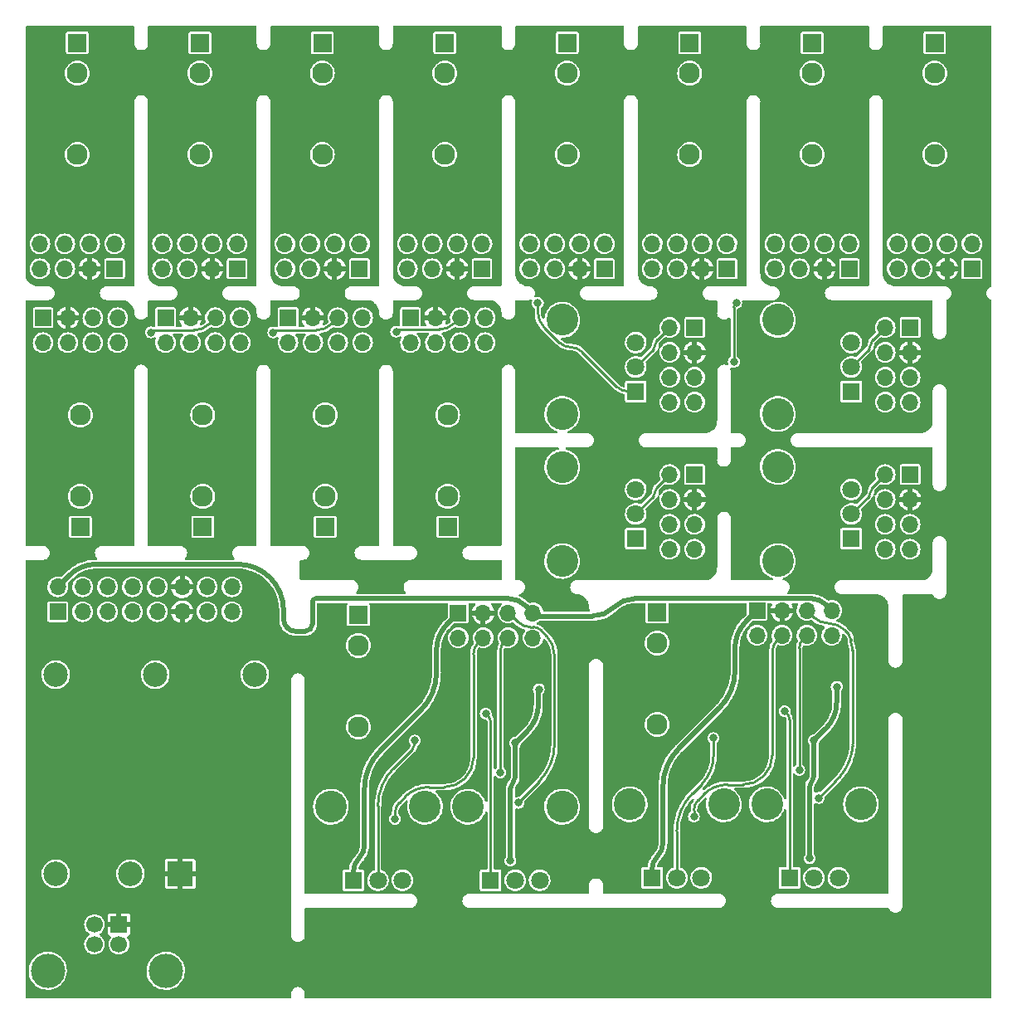
<source format=gbr>
%TF.GenerationSoftware,KiCad,Pcbnew,(6.0.4)*%
%TF.CreationDate,2022-06-07T22:17:40+02:00*%
%TF.ProjectId,vestmannaeyjar,76657374-6d61-46e6-9e61-65796a61722e,rev?*%
%TF.SameCoordinates,Original*%
%TF.FileFunction,Copper,L2,Bot*%
%TF.FilePolarity,Positive*%
%FSLAX46Y46*%
G04 Gerber Fmt 4.6, Leading zero omitted, Abs format (unit mm)*
G04 Created by KiCad (PCBNEW (6.0.4)) date 2022-06-07 22:17:40*
%MOMM*%
%LPD*%
G01*
G04 APERTURE LIST*
%TA.AperFunction,ComponentPad*%
%ADD10C,2.130000*%
%TD*%
%TA.AperFunction,ComponentPad*%
%ADD11R,1.930000X1.830000*%
%TD*%
%TA.AperFunction,ComponentPad*%
%ADD12O,1.700000X1.700000*%
%TD*%
%TA.AperFunction,ComponentPad*%
%ADD13R,1.700000X1.700000*%
%TD*%
%TA.AperFunction,ComponentPad*%
%ADD14C,3.240000*%
%TD*%
%TA.AperFunction,ComponentPad*%
%ADD15R,1.800000X1.800000*%
%TD*%
%TA.AperFunction,ComponentPad*%
%ADD16C,1.800000*%
%TD*%
%TA.AperFunction,ComponentPad*%
%ADD17R,2.500000X2.500000*%
%TD*%
%TA.AperFunction,ComponentPad*%
%ADD18C,2.500000*%
%TD*%
%TA.AperFunction,ComponentPad*%
%ADD19C,1.700000*%
%TD*%
%TA.AperFunction,ComponentPad*%
%ADD20C,3.500000*%
%TD*%
%TA.AperFunction,ViaPad*%
%ADD21C,0.800000*%
%TD*%
%TA.AperFunction,Conductor*%
%ADD22C,0.250000*%
%TD*%
%TA.AperFunction,Conductor*%
%ADD23C,0.500000*%
%TD*%
G04 APERTURE END LIST*
D10*
%TO.P,J28,TN*%
%TO.N,GND*%
X51299999Y-68220000D03*
%TO.P,J28,T*%
%TO.N,Net-(J28-PadT)*%
X51299999Y-59920000D03*
D11*
%TO.P,J28,S*%
%TO.N,GND*%
X51299999Y-71320000D03*
%TD*%
D12*
%TO.P,J27,8,Pin_8*%
%TO.N,GND*%
X55120000Y-52540000D03*
%TO.P,J27,7,Pin_7*%
%TO.N,unconnected-(J27-Pad7)*%
X55120000Y-50000000D03*
%TO.P,J27,6,Pin_6*%
%TO.N,unconnected-(J27-Pad6)*%
X52580000Y-52540000D03*
%TO.P,J27,5,Pin_5*%
%TO.N,VPP*%
X52580000Y-50000000D03*
%TO.P,J27,4,Pin_4*%
%TO.N,unconnected-(J27-Pad4)*%
X50040000Y-52540000D03*
%TO.P,J27,3,Pin_3*%
%TO.N,+5V*%
X50040000Y-50000000D03*
%TO.P,J27,2,Pin_2*%
%TO.N,Net-(J27-Pad2)*%
X47500000Y-52540000D03*
D13*
%TO.P,J27,1,Pin_1*%
%TO.N,unconnected-(J27-Pad1)*%
X47500000Y-50000000D03*
%TD*%
D14*
%TO.P,RV3,*%
%TO.N,*%
X51880000Y-99892500D03*
X61480000Y-99892500D03*
D15*
%TO.P,RV3,1,1*%
%TO.N,+12V*%
X54180000Y-107392500D03*
D16*
%TO.P,RV3,2,2*%
%TO.N,Net-(R5-Pad1)*%
X56680000Y-107392500D03*
%TO.P,RV3,3,3*%
%TO.N,-12V*%
X59180000Y-107392500D03*
%TD*%
D11*
%TO.P,J4,S*%
%TO.N,GND*%
X54680000Y-80337500D03*
D10*
%TO.P,J4,T*%
%TO.N,Net-(J4-PadT)*%
X54680000Y-91737500D03*
%TO.P,J4,TN*%
%TO.N,GND*%
X54680000Y-83437500D03*
%TD*%
D13*
%TO.P,J3,1,Pin_1*%
%TO.N,+12V*%
X64880000Y-80117500D03*
D12*
%TO.P,J3,2,Pin_2*%
%TO.N,Net-(J3-Pad2)*%
X64880000Y-82657500D03*
%TO.P,J3,3,Pin_3*%
%TO.N,+5V*%
X67420000Y-80117500D03*
%TO.P,J3,4,Pin_4*%
%TO.N,Net-(D23-Pad4)*%
X67420000Y-82657500D03*
%TO.P,J3,5,Pin_5*%
%TO.N,VPP*%
X69960000Y-80117500D03*
%TO.P,J3,6,Pin_6*%
%TO.N,Net-(D24-Pad2)*%
X69960000Y-82657500D03*
%TO.P,J3,7,Pin_7*%
%TO.N,-12V*%
X72500000Y-80117500D03*
%TO.P,J3,8,Pin_8*%
%TO.N,GND*%
X72500000Y-82657500D03*
%TD*%
D14*
%TO.P,RV4,*%
%TO.N,*%
X65880000Y-99892500D03*
X75480000Y-99892500D03*
D15*
%TO.P,RV4,1,1*%
%TO.N,Net-(R6-Pad1)*%
X68180000Y-107392500D03*
D16*
%TO.P,RV4,2,2*%
%TO.N,Net-(J4-PadT)*%
X70680000Y-107392500D03*
%TO.P,RV4,3,3*%
X73180000Y-107392500D03*
%TD*%
D11*
%TO.P,J2,S*%
%TO.N,GND*%
X85180000Y-80084999D03*
D10*
%TO.P,J2,T*%
%TO.N,Net-(J2-PadT)*%
X85180000Y-91484999D03*
%TO.P,J2,TN*%
%TO.N,GND*%
X85180000Y-83184999D03*
%TD*%
D13*
%TO.P,J1,1,Pin_1*%
%TO.N,+12V*%
X95380000Y-79865000D03*
D12*
%TO.P,J1,2,Pin_2*%
%TO.N,Net-(J1-Pad2)*%
X95380000Y-82405000D03*
%TO.P,J1,3,Pin_3*%
%TO.N,+5V*%
X97920000Y-79865000D03*
%TO.P,J1,4,Pin_4*%
%TO.N,Net-(D21-Pad4)*%
X97920000Y-82405000D03*
%TO.P,J1,5,Pin_5*%
%TO.N,VPP*%
X100460000Y-79865000D03*
%TO.P,J1,6,Pin_6*%
%TO.N,Net-(D22-Pad2)*%
X100460000Y-82405000D03*
%TO.P,J1,7,Pin_7*%
%TO.N,-12V*%
X103000000Y-79865000D03*
%TO.P,J1,8,Pin_8*%
%TO.N,GND*%
X103000000Y-82405000D03*
%TD*%
D14*
%TO.P,RV2,*%
%TO.N,*%
X96379999Y-99640000D03*
X105979999Y-99640000D03*
D15*
%TO.P,RV2,1,1*%
%TO.N,Net-(R3-Pad1)*%
X98679999Y-107140000D03*
D16*
%TO.P,RV2,2,2*%
%TO.N,Net-(J2-PadT)*%
X101179999Y-107140000D03*
%TO.P,RV2,3,3*%
X103679999Y-107140000D03*
%TD*%
D14*
%TO.P,RV1,*%
%TO.N,*%
X82380000Y-99640000D03*
X91980000Y-99640000D03*
D15*
%TO.P,RV1,1,1*%
%TO.N,+12V*%
X84680000Y-107140000D03*
D16*
%TO.P,RV1,2,2*%
%TO.N,Net-(R2-Pad1)*%
X87180000Y-107140000D03*
%TO.P,RV1,3,3*%
%TO.N,-12V*%
X89680000Y-107140000D03*
%TD*%
D17*
%TO.P,U3,1,+VIN*%
%TO.N,+5V*%
X36500000Y-106745000D03*
D18*
%TO.P,U3,2,-VIN*%
%TO.N,GND*%
X31420000Y-106745000D03*
%TO.P,U3,3,+VOUT*%
%TO.N,+12V*%
X44120000Y-86425000D03*
%TO.P,U3,4,Common*%
%TO.N,GND*%
X33960000Y-86425000D03*
%TO.P,U3,5,-VOUT*%
%TO.N,-12V*%
X23800000Y-86425000D03*
%TO.P,U3,6*%
%TO.N,N/C*%
X23800000Y-106745000D03*
%TD*%
D11*
%TO.P,J20,S*%
%TO.N,GND*%
X38500000Y-21945000D03*
D10*
%TO.P,J20,T*%
%TO.N,Net-(J20-PadT)*%
X38500000Y-33345000D03*
%TO.P,J20,TN*%
%TO.N,GND*%
X38500000Y-25045000D03*
%TD*%
D11*
%TO.P,J26,S*%
%TO.N,GND*%
X26299999Y-71320000D03*
D10*
%TO.P,J26,T*%
%TO.N,Net-(J26-PadT)*%
X26299999Y-59920000D03*
%TO.P,J26,TN*%
%TO.N,GND*%
X26299999Y-68220000D03*
%TD*%
D11*
%TO.P,J11,S*%
%TO.N,GND*%
X51000000Y-21945000D03*
D10*
%TO.P,J11,T*%
%TO.N,Net-(J11-PadT)*%
X51000000Y-33345000D03*
%TO.P,J11,TN*%
%TO.N,GND*%
X51000000Y-25045000D03*
%TD*%
D14*
%TO.P,RV8,*%
%TO.N,*%
X97490000Y-59820000D03*
X97490000Y-50220000D03*
D15*
%TO.P,RV8,1,1*%
%TO.N,VPP*%
X104990000Y-57520000D03*
D16*
%TO.P,RV8,2,2*%
%TO.N,Net-(J32-Pad2)*%
X104990000Y-55020000D03*
%TO.P,RV8,3,3*%
%TO.N,GND*%
X104990000Y-52520000D03*
%TD*%
D11*
%TO.P,J17,S*%
%TO.N,GND*%
X88500000Y-21945000D03*
D10*
%TO.P,J17,T*%
%TO.N,Net-(J17-PadT)*%
X88500000Y-33345000D03*
%TO.P,J17,TN*%
%TO.N,GND*%
X88500000Y-25045000D03*
%TD*%
D11*
%TO.P,J7,S*%
%TO.N,GND*%
X63500000Y-21945000D03*
D10*
%TO.P,J7,T*%
%TO.N,Net-(J7-PadT)*%
X63500000Y-33345000D03*
%TO.P,J7,TN*%
%TO.N,GND*%
X63500000Y-25045000D03*
%TD*%
D14*
%TO.P,RV5,*%
%TO.N,*%
X97490000Y-65220000D03*
X97490000Y-74820000D03*
D15*
%TO.P,RV5,1,1*%
%TO.N,VPP*%
X104990000Y-72520000D03*
D16*
%TO.P,RV5,2,2*%
%TO.N,Net-(J29-Pad2)*%
X104990000Y-70020000D03*
%TO.P,RV5,3,3*%
%TO.N,GND*%
X104990000Y-67520000D03*
%TD*%
D14*
%TO.P,RV6,*%
%TO.N,*%
X75490000Y-50220000D03*
X75490000Y-59820000D03*
D15*
%TO.P,RV6,1,1*%
%TO.N,VPP*%
X82990000Y-57520000D03*
D16*
%TO.P,RV6,2,2*%
%TO.N,Net-(J30-Pad2)*%
X82990000Y-55020000D03*
%TO.P,RV6,3,3*%
%TO.N,GND*%
X82990000Y-52520000D03*
%TD*%
D14*
%TO.P,RV7,*%
%TO.N,*%
X75490000Y-65220000D03*
X75490000Y-74820000D03*
D15*
%TO.P,RV7,1,1*%
%TO.N,VPP*%
X82990000Y-72520000D03*
D16*
%TO.P,RV7,2,2*%
%TO.N,Net-(J31-Pad2)*%
X82990000Y-70020000D03*
%TO.P,RV7,3,3*%
%TO.N,GND*%
X82990000Y-67520000D03*
%TD*%
D11*
%TO.P,J5,S*%
%TO.N,GND*%
X76000000Y-21945000D03*
D10*
%TO.P,J5,T*%
%TO.N,Net-(J5-PadT)*%
X76000000Y-33345000D03*
%TO.P,J5,TN*%
%TO.N,GND*%
X76000000Y-25045000D03*
%TD*%
D11*
%TO.P,J13,S*%
%TO.N,GND*%
X113500000Y-21945000D03*
D10*
%TO.P,J13,T*%
%TO.N,Net-(J13-PadT)*%
X113500000Y-33345000D03*
%TO.P,J13,TN*%
%TO.N,GND*%
X113500000Y-25045000D03*
%TD*%
D11*
%TO.P,J22,S*%
%TO.N,GND*%
X38799999Y-71320000D03*
D10*
%TO.P,J22,T*%
%TO.N,Net-(J22-PadT)*%
X38799999Y-59920000D03*
%TO.P,J22,TN*%
%TO.N,GND*%
X38799999Y-68220000D03*
%TD*%
D13*
%TO.P,J33,1,Pin_1*%
%TO.N,-12V*%
X24000000Y-80000000D03*
D12*
%TO.P,J33,2,Pin_2*%
X24000000Y-77460000D03*
%TO.P,J33,3,Pin_3*%
%TO.N,GND*%
X26540000Y-80000000D03*
%TO.P,J33,4,Pin_4*%
X26540000Y-77460000D03*
%TO.P,J33,5,Pin_5*%
X29080000Y-80000000D03*
%TO.P,J33,6,Pin_6*%
X29080000Y-77460000D03*
%TO.P,J33,7,Pin_7*%
X31620000Y-80000000D03*
%TO.P,J33,8,Pin_8*%
X31620000Y-77460000D03*
%TO.P,J33,9,Pin_9*%
%TO.N,+12V*%
X34160000Y-80000000D03*
%TO.P,J33,10,Pin_10*%
X34160000Y-77460000D03*
%TO.P,J33,11,Pin_11*%
%TO.N,+5V*%
X36700000Y-80000000D03*
%TO.P,J33,12,Pin_12*%
X36700000Y-77460000D03*
%TO.P,J33,13,Pin_13*%
%TO.N,unconnected-(J33-Pad13)*%
X39240000Y-80000000D03*
%TO.P,J33,14,Pin_14*%
%TO.N,unconnected-(J33-Pad14)*%
X39240000Y-77460000D03*
%TO.P,J33,15,Pin_15*%
%TO.N,unconnected-(J33-Pad15)*%
X41780000Y-80000000D03*
%TO.P,J33,16,Pin_16*%
%TO.N,unconnected-(J33-Pad16)*%
X41780000Y-77460000D03*
%TD*%
D13*
%TO.P,J37,1,VBUS*%
%TO.N,+5V*%
X30250000Y-111917500D03*
D19*
%TO.P,J37,2,D-*%
%TO.N,unconnected-(J37-Pad2)*%
X27750000Y-111917500D03*
%TO.P,J37,3,D+*%
%TO.N,unconnected-(J37-Pad3)*%
X27750000Y-113917500D03*
%TO.P,J37,4,GND*%
%TO.N,GND*%
X30250000Y-113917500D03*
D20*
%TO.P,J37,5,Shield*%
%TO.N,unconnected-(J37-Pad5)*%
X35020000Y-116627500D03*
X22980000Y-116627500D03*
%TD*%
D11*
%TO.P,J24,S*%
%TO.N,GND*%
X63799999Y-71320000D03*
D10*
%TO.P,J24,T*%
%TO.N,Net-(J24-PadT)*%
X63799999Y-59920000D03*
%TO.P,J24,TN*%
%TO.N,GND*%
X63799999Y-68220000D03*
%TD*%
D11*
%TO.P,J15,S*%
%TO.N,GND*%
X26000000Y-21945000D03*
D10*
%TO.P,J15,T*%
%TO.N,Net-(J15-PadT)*%
X26000000Y-33345000D03*
%TO.P,J15,TN*%
%TO.N,GND*%
X26000000Y-25045000D03*
%TD*%
D11*
%TO.P,J9,S*%
%TO.N,GND*%
X101000000Y-21945000D03*
D10*
%TO.P,J9,T*%
%TO.N,Net-(J9-PadT)*%
X101000000Y-33345000D03*
%TO.P,J9,TN*%
%TO.N,GND*%
X101000000Y-25045000D03*
%TD*%
D13*
%TO.P,J31,1,Pin_1*%
%TO.N,unconnected-(J31-Pad1)*%
X89000000Y-66000000D03*
D12*
%TO.P,J31,2,Pin_2*%
%TO.N,Net-(J31-Pad2)*%
X86460000Y-66000000D03*
%TO.P,J31,3,Pin_3*%
%TO.N,+5V*%
X89000000Y-68540000D03*
%TO.P,J31,4,Pin_4*%
%TO.N,Net-(D19-Pad4)*%
X86460000Y-68540000D03*
%TO.P,J31,5,Pin_5*%
%TO.N,VPP*%
X89000000Y-71080000D03*
%TO.P,J31,6,Pin_6*%
%TO.N,Net-(D19-Pad2)*%
X86460000Y-71080000D03*
%TO.P,J31,7,Pin_7*%
%TO.N,unconnected-(J31-Pad7)*%
X89000000Y-73620000D03*
%TO.P,J31,8,Pin_8*%
%TO.N,GND*%
X86460000Y-73620000D03*
%TD*%
D13*
%TO.P,J14,1,Pin_1*%
%TO.N,unconnected-(J14-Pad1)*%
X117300000Y-45000000D03*
D12*
%TO.P,J14,2,Pin_2*%
%TO.N,Net-(D10-Pad1)*%
X117300000Y-42460000D03*
%TO.P,J14,3,Pin_3*%
%TO.N,+5V*%
X114760000Y-45000000D03*
%TO.P,J14,4,Pin_4*%
%TO.N,unconnected-(J14-Pad4)*%
X114760000Y-42460000D03*
%TO.P,J14,5,Pin_5*%
%TO.N,VPP*%
X112220000Y-45000000D03*
%TO.P,J14,6,Pin_6*%
%TO.N,unconnected-(J14-Pad6)*%
X112220000Y-42460000D03*
%TO.P,J14,7,Pin_7*%
%TO.N,unconnected-(J14-Pad7)*%
X109680000Y-45000000D03*
%TO.P,J14,8,Pin_8*%
%TO.N,GND*%
X109680000Y-42460000D03*
%TD*%
D13*
%TO.P,J25,1,Pin_1*%
%TO.N,unconnected-(J25-Pad1)*%
X22500000Y-50000000D03*
D12*
%TO.P,J25,2,Pin_2*%
%TO.N,Net-(J25-Pad2)*%
X22500000Y-52540000D03*
%TO.P,J25,3,Pin_3*%
%TO.N,+5V*%
X25040000Y-50000000D03*
%TO.P,J25,4,Pin_4*%
%TO.N,unconnected-(J25-Pad4)*%
X25040000Y-52540000D03*
%TO.P,J25,5,Pin_5*%
%TO.N,VPP*%
X27580000Y-50000000D03*
%TO.P,J25,6,Pin_6*%
%TO.N,unconnected-(J25-Pad6)*%
X27580000Y-52540000D03*
%TO.P,J25,7,Pin_7*%
%TO.N,unconnected-(J25-Pad7)*%
X30120000Y-50000000D03*
%TO.P,J25,8,Pin_8*%
%TO.N,GND*%
X30120000Y-52540000D03*
%TD*%
D13*
%TO.P,J16,1,Pin_1*%
%TO.N,unconnected-(J16-Pad1)*%
X29800000Y-45000000D03*
D12*
%TO.P,J16,2,Pin_2*%
%TO.N,Net-(D11-Pad2)*%
X29800000Y-42460000D03*
%TO.P,J16,3,Pin_3*%
%TO.N,+5V*%
X27260000Y-45000000D03*
%TO.P,J16,4,Pin_4*%
%TO.N,unconnected-(J16-Pad4)*%
X27260000Y-42460000D03*
%TO.P,J16,5,Pin_5*%
%TO.N,VPP*%
X24720000Y-45000000D03*
%TO.P,J16,6,Pin_6*%
%TO.N,unconnected-(J16-Pad6)*%
X24720000Y-42460000D03*
%TO.P,J16,7,Pin_7*%
%TO.N,unconnected-(J16-Pad7)*%
X22180000Y-45000000D03*
%TO.P,J16,8,Pin_8*%
%TO.N,GND*%
X22180000Y-42460000D03*
%TD*%
D13*
%TO.P,J18,1,Pin_1*%
%TO.N,unconnected-(J18-Pad1)*%
X35000000Y-50000000D03*
D12*
%TO.P,J18,2,Pin_2*%
%TO.N,Net-(J18-Pad2)*%
X35000000Y-52540000D03*
%TO.P,J18,3,Pin_3*%
%TO.N,+5V*%
X37540000Y-50000000D03*
%TO.P,J18,4,Pin_4*%
%TO.N,unconnected-(J18-Pad4)*%
X37540000Y-52540000D03*
%TO.P,J18,5,Pin_5*%
%TO.N,VPP*%
X40080000Y-50000000D03*
%TO.P,J18,6,Pin_6*%
%TO.N,unconnected-(J18-Pad6)*%
X40080000Y-52540000D03*
%TO.P,J18,7,Pin_7*%
%TO.N,unconnected-(J18-Pad7)*%
X42620000Y-50000000D03*
%TO.P,J18,8,Pin_8*%
%TO.N,GND*%
X42620000Y-52540000D03*
%TD*%
D13*
%TO.P,J12,1,Pin_1*%
%TO.N,unconnected-(J12-Pad1)*%
X54800000Y-45000000D03*
D12*
%TO.P,J12,2,Pin_2*%
%TO.N,Net-(D7-Pad2)*%
X54800000Y-42460000D03*
%TO.P,J12,3,Pin_3*%
%TO.N,+5V*%
X52260000Y-45000000D03*
%TO.P,J12,4,Pin_4*%
%TO.N,unconnected-(J12-Pad4)*%
X52260000Y-42460000D03*
%TO.P,J12,5,Pin_5*%
%TO.N,VPP*%
X49720000Y-45000000D03*
%TO.P,J12,6,Pin_6*%
%TO.N,unconnected-(J12-Pad6)*%
X49720000Y-42460000D03*
%TO.P,J12,7,Pin_7*%
%TO.N,unconnected-(J12-Pad7)*%
X47180000Y-45000000D03*
%TO.P,J12,8,Pin_8*%
%TO.N,GND*%
X47180000Y-42460000D03*
%TD*%
D13*
%TO.P,J19,1,Pin_1*%
%TO.N,unconnected-(J19-Pad1)*%
X92300000Y-45000000D03*
D12*
%TO.P,J19,2,Pin_2*%
%TO.N,Net-(D13-Pad2)*%
X92300000Y-42460000D03*
%TO.P,J19,3,Pin_3*%
%TO.N,+5V*%
X89760000Y-45000000D03*
%TO.P,J19,4,Pin_4*%
%TO.N,unconnected-(J19-Pad4)*%
X89760000Y-42460000D03*
%TO.P,J19,5,Pin_5*%
%TO.N,VPP*%
X87220000Y-45000000D03*
%TO.P,J19,6,Pin_6*%
%TO.N,unconnected-(J19-Pad6)*%
X87220000Y-42460000D03*
%TO.P,J19,7,Pin_7*%
%TO.N,unconnected-(J19-Pad7)*%
X84680000Y-45000000D03*
%TO.P,J19,8,Pin_8*%
%TO.N,GND*%
X84680000Y-42460000D03*
%TD*%
D13*
%TO.P,J30,1,Pin_1*%
%TO.N,unconnected-(J30-Pad1)*%
X89000000Y-51000000D03*
D12*
%TO.P,J30,2,Pin_2*%
%TO.N,Net-(J30-Pad2)*%
X86460000Y-51000000D03*
%TO.P,J30,3,Pin_3*%
%TO.N,+5V*%
X89000000Y-53540000D03*
%TO.P,J30,4,Pin_4*%
%TO.N,Net-(D18-Pad4)*%
X86460000Y-53540000D03*
%TO.P,J30,5,Pin_5*%
%TO.N,VPP*%
X89000000Y-56080000D03*
%TO.P,J30,6,Pin_6*%
%TO.N,Net-(D18-Pad2)*%
X86460000Y-56080000D03*
%TO.P,J30,7,Pin_7*%
%TO.N,unconnected-(J30-Pad7)*%
X89000000Y-58620000D03*
%TO.P,J30,8,Pin_8*%
%TO.N,GND*%
X86460000Y-58620000D03*
%TD*%
D13*
%TO.P,J6,1,Pin_1*%
%TO.N,unconnected-(J6-Pad1)*%
X79800000Y-45000000D03*
D12*
%TO.P,J6,2,Pin_2*%
%TO.N,Net-(D1-Pad2)*%
X79800000Y-42460000D03*
%TO.P,J6,3,Pin_3*%
%TO.N,+5V*%
X77260000Y-45000000D03*
%TO.P,J6,4,Pin_4*%
%TO.N,unconnected-(J6-Pad4)*%
X77260000Y-42460000D03*
%TO.P,J6,5,Pin_5*%
%TO.N,VPP*%
X74720000Y-45000000D03*
%TO.P,J6,6,Pin_6*%
%TO.N,unconnected-(J6-Pad6)*%
X74720000Y-42460000D03*
%TO.P,J6,7,Pin_7*%
%TO.N,unconnected-(J6-Pad7)*%
X72180000Y-45000000D03*
%TO.P,J6,8,Pin_8*%
%TO.N,GND*%
X72180000Y-42460000D03*
%TD*%
D13*
%TO.P,J10,1,Pin_1*%
%TO.N,unconnected-(J10-Pad1)*%
X104800000Y-45000000D03*
D12*
%TO.P,J10,2,Pin_2*%
%TO.N,Net-(D5-Pad2)*%
X104800000Y-42460000D03*
%TO.P,J10,3,Pin_3*%
%TO.N,+5V*%
X102260000Y-45000000D03*
%TO.P,J10,4,Pin_4*%
%TO.N,unconnected-(J10-Pad4)*%
X102260000Y-42460000D03*
%TO.P,J10,5,Pin_5*%
%TO.N,VPP*%
X99720000Y-45000000D03*
%TO.P,J10,6,Pin_6*%
%TO.N,unconnected-(J10-Pad6)*%
X99720000Y-42460000D03*
%TO.P,J10,7,Pin_7*%
%TO.N,unconnected-(J10-Pad7)*%
X97180000Y-45000000D03*
%TO.P,J10,8,Pin_8*%
%TO.N,GND*%
X97180000Y-42460000D03*
%TD*%
D13*
%TO.P,J32,1,Pin_1*%
%TO.N,unconnected-(J32-Pad1)*%
X111000000Y-51000000D03*
D12*
%TO.P,J32,2,Pin_2*%
%TO.N,Net-(J32-Pad2)*%
X108460000Y-51000000D03*
%TO.P,J32,3,Pin_3*%
%TO.N,+5V*%
X111000000Y-53540000D03*
%TO.P,J32,4,Pin_4*%
%TO.N,Net-(D20-Pad4)*%
X108460000Y-53540000D03*
%TO.P,J32,5,Pin_5*%
%TO.N,VPP*%
X111000000Y-56080000D03*
%TO.P,J32,6,Pin_6*%
%TO.N,Net-(D20-Pad2)*%
X108460000Y-56080000D03*
%TO.P,J32,7,Pin_7*%
%TO.N,unconnected-(J32-Pad7)*%
X111000000Y-58620000D03*
%TO.P,J32,8,Pin_8*%
%TO.N,GND*%
X108460000Y-58620000D03*
%TD*%
D13*
%TO.P,J21,1,Pin_1*%
%TO.N,unconnected-(J21-Pad1)*%
X42300000Y-45000000D03*
D12*
%TO.P,J21,2,Pin_2*%
%TO.N,Net-(D15-Pad2)*%
X42300000Y-42460000D03*
%TO.P,J21,3,Pin_3*%
%TO.N,+5V*%
X39760000Y-45000000D03*
%TO.P,J21,4,Pin_4*%
%TO.N,unconnected-(J21-Pad4)*%
X39760000Y-42460000D03*
%TO.P,J21,5,Pin_5*%
%TO.N,VPP*%
X37220000Y-45000000D03*
%TO.P,J21,6,Pin_6*%
%TO.N,unconnected-(J21-Pad6)*%
X37220000Y-42460000D03*
%TO.P,J21,7,Pin_7*%
%TO.N,unconnected-(J21-Pad7)*%
X34680000Y-45000000D03*
%TO.P,J21,8,Pin_8*%
%TO.N,GND*%
X34680000Y-42460000D03*
%TD*%
D13*
%TO.P,J23,1,Pin_1*%
%TO.N,unconnected-(J23-Pad1)*%
X60000000Y-50000000D03*
D12*
%TO.P,J23,2,Pin_2*%
%TO.N,Net-(J23-Pad2)*%
X60000000Y-52540000D03*
%TO.P,J23,3,Pin_3*%
%TO.N,+5V*%
X62540000Y-50000000D03*
%TO.P,J23,4,Pin_4*%
%TO.N,unconnected-(J23-Pad4)*%
X62540000Y-52540000D03*
%TO.P,J23,5,Pin_5*%
%TO.N,VPP*%
X65080000Y-50000000D03*
%TO.P,J23,6,Pin_6*%
%TO.N,unconnected-(J23-Pad6)*%
X65080000Y-52540000D03*
%TO.P,J23,7,Pin_7*%
%TO.N,unconnected-(J23-Pad7)*%
X67620000Y-50000000D03*
%TO.P,J23,8,Pin_8*%
%TO.N,GND*%
X67620000Y-52540000D03*
%TD*%
D13*
%TO.P,J29,1,Pin_1*%
%TO.N,unconnected-(J29-Pad1)*%
X111000000Y-66000000D03*
D12*
%TO.P,J29,2,Pin_2*%
%TO.N,Net-(J29-Pad2)*%
X108460000Y-66000000D03*
%TO.P,J29,3,Pin_3*%
%TO.N,+5V*%
X111000000Y-68540000D03*
%TO.P,J29,4,Pin_4*%
%TO.N,Net-(D17-Pad4)*%
X108460000Y-68540000D03*
%TO.P,J29,5,Pin_5*%
%TO.N,VPP*%
X111000000Y-71080000D03*
%TO.P,J29,6,Pin_6*%
%TO.N,Net-(D17-Pad2)*%
X108460000Y-71080000D03*
%TO.P,J29,7,Pin_7*%
%TO.N,unconnected-(J29-Pad7)*%
X111000000Y-73620000D03*
%TO.P,J29,8,Pin_8*%
%TO.N,GND*%
X108460000Y-73620000D03*
%TD*%
D13*
%TO.P,J8,1,Pin_1*%
%TO.N,unconnected-(J8-Pad1)*%
X67300000Y-45000000D03*
D12*
%TO.P,J8,2,Pin_2*%
%TO.N,Net-(D3-Pad2)*%
X67300000Y-42460000D03*
%TO.P,J8,3,Pin_3*%
%TO.N,+5V*%
X64760000Y-45000000D03*
%TO.P,J8,4,Pin_4*%
%TO.N,unconnected-(J8-Pad4)*%
X64760000Y-42460000D03*
%TO.P,J8,5,Pin_5*%
%TO.N,VPP*%
X62220000Y-45000000D03*
%TO.P,J8,6,Pin_6*%
%TO.N,unconnected-(J8-Pad6)*%
X62220000Y-42460000D03*
%TO.P,J8,7,Pin_7*%
%TO.N,unconnected-(J8-Pad7)*%
X59680000Y-45000000D03*
%TO.P,J8,8,Pin_8*%
%TO.N,GND*%
X59680000Y-42460000D03*
%TD*%
D21*
%TO.N,+5V*%
X54300000Y-55540000D03*
%TO.N,-12V*%
X100720000Y-105157500D03*
X70200000Y-105400000D03*
X73100000Y-87900000D03*
X103500000Y-87650000D03*
%TO.N,Net-(R5-Pad1)*%
X60430000Y-93142500D03*
%TO.N,-12V*%
X70680000Y-93392500D03*
%TO.N,Net-(R6-Pad1)*%
X67680000Y-90392500D03*
%TO.N,Net-(D23-Pad4)*%
X58430000Y-101142500D03*
%TO.N,Net-(D24-Pad2)*%
X69180000Y-96392500D03*
%TO.N,Net-(R2-Pad1)*%
X90930000Y-92890000D03*
%TO.N,Net-(D21-Pad4)*%
X88930000Y-100890000D03*
%TO.N,Net-(R3-Pad1)*%
X98180000Y-90140000D03*
%TO.N,-12V*%
X101180000Y-93140000D03*
%TO.N,Net-(D22-Pad2)*%
X99680000Y-96140000D03*
%TO.N,+5V*%
X66800000Y-55540000D03*
X29300000Y-55540000D03*
X41800000Y-55540000D03*
%TO.N,VPP*%
X73000000Y-48495000D03*
X71000000Y-99495000D03*
X58537500Y-51415000D03*
X101669511Y-98995000D03*
X33500000Y-51495000D03*
X93000000Y-54495000D03*
X46000000Y-51495000D03*
X93250000Y-48495000D03*
%TD*%
D22*
%TO.N,Net-(D23-Pad4)*%
X66430000Y-94576858D02*
X66430000Y-94708140D01*
X66430000Y-94790191D02*
X66430000Y-94823011D01*
X66430000Y-94757371D02*
X66430000Y-94790191D01*
X66430000Y-94855831D02*
X66430000Y-94888652D01*
%TO.N,VPP*%
X104819465Y-95120802D02*
G75*
G03*
X104962146Y-94668269I-5111865J1860502D01*
G01*
X104962147Y-94668269D02*
G75*
G03*
X105064849Y-94205022I-5253747J1407769D01*
G01*
X105074880Y-83593819D02*
G75*
G03*
X104984597Y-83280428I-2835580J-647181D01*
G01*
X102716299Y-81193795D02*
G75*
G02*
X101132957Y-80537957I1J2239195D01*
G01*
X103639271Y-97023448D02*
G75*
G03*
X103798662Y-96847632I-2214471J2167748D01*
G01*
X104930673Y-82803461D02*
G75*
G03*
X104702394Y-82252394I-779373J-39D01*
G01*
X105137136Y-93616311D02*
G75*
G03*
X105148742Y-93379283I-3084136J269811D01*
G01*
X103472242Y-97192267D02*
G75*
G03*
X103639272Y-97023449I-15806942J15806567D01*
G01*
X105150000Y-84322642D02*
G75*
G03*
X105148903Y-84159309I-12192900J-258D01*
G01*
X104984585Y-83280432D02*
G75*
G02*
X104930654Y-82962942I907215J317432D01*
G01*
X105148743Y-93379283D02*
G75*
G03*
X105150000Y-93141803I-22486243J237783D01*
G01*
X104163835Y-96380240D02*
G75*
G03*
X104418781Y-95980056I-4456235J3120240D01*
G01*
X105148902Y-84159309D02*
G75*
G03*
X105138661Y-83996489I-1652302J-22191D01*
G01*
X105129518Y-83915347D02*
G75*
G03*
X105074886Y-83593818I-2890018J-325653D01*
G01*
X102733855Y-81193832D02*
G75*
G02*
X104287226Y-81837226I45J-2196768D01*
G01*
X104418781Y-95980056D02*
G75*
G03*
X104637878Y-95559174I-4711181J2719956D01*
G01*
X104637881Y-95559175D02*
G75*
G03*
X104819461Y-95120801I-4929781J2298775D01*
G01*
X103874978Y-96756677D02*
G75*
G03*
X104163834Y-96380239I-4166778J3496377D01*
G01*
X105064846Y-94205021D02*
G75*
G03*
X105126787Y-93734589I-5356846J944621D01*
G01*
%TO.N,Net-(D21-Pad4)*%
X96930000Y-94504871D02*
X96930000Y-94537691D01*
X96930000Y-94603331D02*
X96930000Y-94636152D01*
X96930000Y-94324358D02*
X96930000Y-94455640D01*
X96930000Y-94537691D02*
X96930000Y-94570511D01*
%TO.N,VPP*%
X101132957Y-80537957D02*
X100460000Y-79865000D01*
X104702394Y-82252394D02*
X104287226Y-81837226D01*
X104930654Y-82803461D02*
X104930654Y-82962942D01*
X105138662Y-83996489D02*
X105129519Y-83915347D01*
X102716299Y-81193799D02*
X102733855Y-81193799D01*
X105150000Y-84322642D02*
X105150000Y-93141803D01*
X105137135Y-93616311D02*
X105126787Y-93734589D01*
X103798663Y-96847632D02*
X103874981Y-96756680D01*
X101669511Y-98995000D02*
X103472242Y-97192267D01*
X72235283Y-81555528D02*
X72543134Y-81555525D01*
%TO.N,Net-(D23-Pad4)*%
X66430000Y-94823011D02*
X66430000Y-94855831D01*
X66430000Y-94708140D02*
X66430000Y-94757371D01*
%TO.N,Net-(D21-Pad4)*%
X96930000Y-94603331D02*
X96930000Y-94570511D01*
X96930000Y-94504871D02*
X96930000Y-94455640D01*
%TO.N,Net-(D23-Pad4)*%
X66430000Y-94576858D02*
X66430000Y-84347535D01*
%TO.N,Net-(D21-Pad4)*%
X96930000Y-94324358D02*
X96930000Y-84095035D01*
D23*
%TO.N,-12V*%
X100750000Y-97818198D02*
G75*
G02*
X100975001Y-97275001I768200J-2D01*
G01*
X102379230Y-91940759D02*
G75*
G03*
X103500000Y-89235000I-2705730J2705759D01*
G01*
X100974999Y-97274999D02*
G75*
G03*
X101200000Y-96731801I-543199J543199D01*
G01*
X70440003Y-97460003D02*
G75*
G03*
X70680000Y-96880588I-579403J579403D01*
G01*
X73049939Y-87887558D02*
G75*
G02*
X73062519Y-87875039I12561J-42D01*
G01*
X100735004Y-105142504D02*
G75*
G03*
X100750000Y-105106286I-36204J36204D01*
G01*
X100952306Y-78665490D02*
G75*
G02*
X102400244Y-79265244I-6J-2047710D01*
G01*
X50000009Y-78991421D02*
G75*
G02*
X50100000Y-78750000I341391J21D01*
G01*
X48300000Y-82000000D02*
G75*
G02*
X47050000Y-80750000I0J1250000D01*
G01*
X78588160Y-80449956D02*
G75*
G03*
X80742254Y-79557743I40J3046356D01*
G01*
X25154995Y-76304995D02*
G75*
G02*
X27943416Y-75150000I2788405J-2788405D01*
G01*
X71929210Y-92165778D02*
G75*
G03*
X73050000Y-89460039I-2705710J2705778D01*
G01*
X49231801Y-82000000D02*
G75*
G03*
X49774999Y-81774999I-1J768200D01*
G01*
X69994820Y-78649992D02*
G75*
G02*
X71766250Y-79383750I-20J-2505208D01*
G01*
X49774999Y-81774999D02*
G75*
G03*
X50000000Y-81231801I-543199J543199D01*
G01*
X47049981Y-79844543D02*
G75*
G03*
X45674999Y-76525001I-4694481J43D01*
G01*
X42355456Y-75150019D02*
G75*
G02*
X45674999Y-76525001I44J-4694481D01*
G01*
X73067613Y-80449994D02*
G75*
G02*
X72666250Y-80283750I-13J567594D01*
G01*
X50099994Y-78749994D02*
G75*
G02*
X50341421Y-78650000I241406J-241406D01*
G01*
X80742238Y-79557727D02*
G75*
G02*
X82896350Y-78665489I2154062J-2154073D01*
G01*
X73062519Y-87875036D02*
G75*
G02*
X73083891Y-87883891I-19J-30264D01*
G01*
X70200005Y-98039411D02*
G75*
G02*
X70440000Y-97460000I819395J11D01*
G01*
X72333750Y-79951250D02*
X72666250Y-80283750D01*
%TO.N,+12V*%
X55299960Y-98053963D02*
G75*
G02*
X56893793Y-94206208I5441540J-37D01*
G01*
X84649984Y-106291959D02*
G75*
G02*
X85210001Y-104940001I1912016J-41D01*
G01*
X91526200Y-89823785D02*
G75*
G03*
X93120000Y-85976036I-3847800J3847785D01*
G01*
X61056206Y-90043791D02*
G75*
G03*
X62650000Y-86196036I-3847766J3847761D01*
G01*
X54739988Y-105159988D02*
G75*
G03*
X55300000Y-103808040I-1351988J1351988D01*
G01*
X93120020Y-83704348D02*
G75*
G02*
X94235000Y-81012500I3806780J48D01*
G01*
X62650020Y-83924348D02*
G75*
G02*
X63765000Y-81232500I3806780J48D01*
G01*
X54179984Y-106511959D02*
G75*
G02*
X54740001Y-105160001I1912016J-41D01*
G01*
X85209988Y-104939988D02*
G75*
G03*
X85770000Y-103588040I-1351988J1351988D01*
G01*
X85769960Y-97833963D02*
G75*
G02*
X87363793Y-93986208I5441540J-37D01*
G01*
D22*
%TO.N,Net-(D24-Pad2)*%
X69569987Y-83047487D02*
G75*
G03*
X69180000Y-83989043I941513J-941513D01*
G01*
%TO.N,Net-(D23-Pad4)*%
X66430015Y-84347535D02*
G75*
G02*
X66925000Y-83152500I1689985J35D01*
G01*
X65555032Y-97017532D02*
G75*
G02*
X63442563Y-97892500I-2112432J2112532D01*
G01*
X58871938Y-99450555D02*
G75*
G03*
X58430000Y-100517500I1066962J-1066945D01*
G01*
X66429955Y-94905063D02*
G75*
G02*
X65555000Y-97017500I-2987455J-37D01*
G01*
X61844213Y-97892506D02*
G75*
G03*
X59430000Y-98892500I-13J-3414194D01*
G01*
%TO.N,VPP*%
X33875563Y-51274985D02*
G75*
G03*
X33610000Y-51385000I37J-375615D01*
G01*
X46375563Y-51274985D02*
G75*
G03*
X46110000Y-51385000I37J-375615D01*
G01*
X74699986Y-84466011D02*
G75*
G03*
X73847538Y-82407990I-2910486J11D01*
G01*
X74699974Y-93485586D02*
G75*
G02*
X73106206Y-97333341I-5441574J-14D01*
G01*
X76328233Y-52994980D02*
G75*
G02*
X77475011Y-53470011I-33J-1621820D01*
G01*
X72543134Y-81555499D02*
G75*
G02*
X73314638Y-81875088I-34J-1091101D01*
G01*
X58913063Y-51194985D02*
G75*
G03*
X58647500Y-51305000I37J-375615D01*
G01*
X70938237Y-81018268D02*
G75*
G03*
X72235283Y-81555528I1297063J1297068D01*
G01*
X73000011Y-49416767D02*
G75*
G03*
X73651787Y-50990321I2225289J-33D01*
G01*
X76328233Y-52994973D02*
G75*
G02*
X75181454Y-52519988I-33J1621773D01*
G01*
X39442489Y-50637489D02*
G75*
G02*
X37903438Y-51275000I-1539089J1539089D01*
G01*
X71019624Y-99419965D02*
G75*
G03*
X71000000Y-99467275I47276J-47335D01*
G01*
X50403438Y-51275016D02*
G75*
G03*
X51942500Y-50637500I-38J2176616D01*
G01*
X93125007Y-48620007D02*
G75*
G03*
X93000000Y-48921776I301793J-301793D01*
G01*
X64479989Y-50557489D02*
G75*
G02*
X62940938Y-51195000I-1539089J1539089D01*
G01*
X82257500Y-57520003D02*
G75*
G02*
X81007044Y-57002044I0J1768403D01*
G01*
%TO.N,Net-(R6-Pad1)*%
X68180019Y-91246053D02*
G75*
G03*
X67930000Y-90642500I-853619J-47D01*
G01*
%TO.N,Net-(R5-Pad1)*%
X60430038Y-93481250D02*
G75*
G02*
X60190466Y-94059531I-817838J50D01*
G01*
X56679960Y-99823963D02*
G75*
G02*
X58273793Y-95976208I5441540J-37D01*
G01*
%TO.N,Net-(R3-Pad1)*%
X98429986Y-90390014D02*
G75*
G02*
X98680000Y-90993553I-603586J-603586D01*
G01*
%TO.N,Net-(R2-Pad1)*%
X89692568Y-97627442D02*
G75*
G03*
X90930000Y-94640000I-2987468J2987442D01*
G01*
X87179960Y-102393963D02*
G75*
G02*
X88773793Y-98546208I5441540J-37D01*
G01*
%TO.N,Net-(J32-Pad2)*%
X107184456Y-52275547D02*
G75*
G03*
X106990000Y-52745000I469444J-469453D01*
G01*
X106795544Y-53214453D02*
G75*
G03*
X106990000Y-52745000I-469444J469453D01*
G01*
%TO.N,Net-(J31-Pad2)*%
X84990001Y-67745000D02*
G75*
G02*
X84795544Y-68214453I-663901J0D01*
G01*
X84989997Y-67745000D02*
G75*
G02*
X85184454Y-67275545I663903J0D01*
G01*
%TO.N,Net-(J30-Pad2)*%
X84990001Y-52745000D02*
G75*
G02*
X84795544Y-53214453I-663901J0D01*
G01*
X84989997Y-52745000D02*
G75*
G02*
X85184454Y-52275545I663903J0D01*
G01*
%TO.N,Net-(J29-Pad2)*%
X106990001Y-67745000D02*
G75*
G02*
X106795544Y-68214453I-663901J0D01*
G01*
X106989997Y-67745000D02*
G75*
G02*
X107184454Y-67275545I663903J0D01*
G01*
%TO.N,Net-(D22-Pad2)*%
X100069987Y-82794987D02*
G75*
G03*
X99680000Y-83736543I941513J-941513D01*
G01*
%TO.N,Net-(D21-Pad4)*%
X96929955Y-94652563D02*
G75*
G02*
X96055000Y-96765000I-2987455J-37D01*
G01*
X96055032Y-96765032D02*
G75*
G02*
X93942563Y-97640000I-2112432J2112532D01*
G01*
X96930015Y-84095035D02*
G75*
G02*
X97425000Y-82900000I1689985J35D01*
G01*
X89371938Y-99198055D02*
G75*
G03*
X88930000Y-100265000I1066962J-1066945D01*
G01*
X89929996Y-98639996D02*
G75*
G02*
X92344213Y-97640000I2414204J-2414204D01*
G01*
D23*
%TO.N,-12V*%
X100735000Y-105142500D02*
X100720000Y-105157500D01*
X100750000Y-97818198D02*
X100750000Y-105106286D01*
X101200000Y-96731801D02*
X101200000Y-93150000D01*
X70200000Y-105400000D02*
X70200000Y-98039411D01*
X70680000Y-96880588D02*
X70680000Y-93392500D01*
%TO.N,+12V*%
X85770000Y-103588040D02*
X85770000Y-97833963D01*
X93120000Y-85976036D02*
X93120000Y-83704348D01*
X84650000Y-106291959D02*
X84650000Y-107172500D01*
X91526207Y-89823792D02*
X87363792Y-93986207D01*
X94235000Y-81012500D02*
X95350000Y-79897500D01*
X56893792Y-94206207D02*
X61056207Y-90043792D01*
X63765000Y-81232500D02*
X64880000Y-80117500D01*
X55300000Y-98053963D02*
X55300000Y-103808040D01*
X62650000Y-86196036D02*
X62650000Y-83924348D01*
X54180000Y-106511959D02*
X54180000Y-107392500D01*
D22*
%TO.N,Net-(R5-Pad1)*%
X56680000Y-99823963D02*
X56680000Y-107392500D01*
X60190467Y-94059532D02*
X58273792Y-95976207D01*
X60430000Y-93142500D02*
X60430000Y-93481250D01*
D23*
%TO.N,-12V*%
X100952306Y-78665489D02*
X82896350Y-78665489D01*
X102400244Y-79265244D02*
X103000000Y-79865000D01*
X78588160Y-80450000D02*
X73067613Y-80450000D01*
X72333750Y-79951250D02*
X71766250Y-79383750D01*
X69994820Y-78650000D02*
X50341421Y-78650000D01*
X50000000Y-78991421D02*
X50000000Y-81231801D01*
X48300000Y-82000000D02*
X49231801Y-82000000D01*
X47050000Y-80750000D02*
X47050000Y-79844543D01*
X27943416Y-75150000D02*
X42355456Y-75150000D01*
X25155000Y-76305000D02*
X24000000Y-77460000D01*
X73100000Y-87900000D02*
X73083891Y-87883891D01*
D22*
%TO.N,VPP*%
X70938233Y-81018272D02*
X70010000Y-80090039D01*
X73106207Y-97333342D02*
X71019604Y-99419945D01*
X73314638Y-81875088D02*
X73847539Y-82407989D01*
X71000000Y-99467275D02*
X71000000Y-99495000D01*
X74700000Y-93485586D02*
X74700000Y-84466011D01*
D23*
%TO.N,-12V*%
X71929235Y-92165803D02*
X70730000Y-93365039D01*
X73050000Y-87887558D02*
X73050000Y-89460039D01*
X102379235Y-91940764D02*
X101180000Y-93140000D01*
X103500000Y-89235000D02*
X103500000Y-87650000D01*
D22*
%TO.N,Net-(R6-Pad1)*%
X68180000Y-91246053D02*
X68180000Y-107392500D01*
%TO.N,Net-(D23-Pad4)*%
X66430000Y-94905063D02*
X66430000Y-94888652D01*
%TO.N,Net-(R6-Pad1)*%
X67930000Y-90642500D02*
X67680000Y-90392500D01*
%TO.N,Net-(D23-Pad4)*%
X59430000Y-98892500D02*
X58871941Y-99450558D01*
X63442563Y-97892500D02*
X61844213Y-97892500D01*
X58430000Y-101142500D02*
X58430000Y-100517500D01*
%TO.N,Net-(D24-Pad2)*%
X69180000Y-83989043D02*
X69180000Y-96392500D01*
X69570000Y-83047500D02*
X69960000Y-82657500D01*
%TO.N,Net-(D23-Pad4)*%
X66925000Y-83152500D02*
X67420000Y-82657500D01*
%TO.N,Net-(R2-Pad1)*%
X88773792Y-98546207D02*
X89692562Y-97627436D01*
%TO.N,Net-(D22-Pad2)*%
X99680000Y-83736543D02*
X99680000Y-96140000D01*
%TO.N,Net-(R3-Pad1)*%
X98180000Y-90140000D02*
X98430000Y-90390000D01*
%TO.N,Net-(R2-Pad1)*%
X90930000Y-92890000D02*
X90930000Y-94640000D01*
%TO.N,Net-(D21-Pad4)*%
X96930000Y-94636152D02*
X96930000Y-94652563D01*
%TO.N,Net-(R2-Pad1)*%
X87180000Y-102393963D02*
X87180000Y-107140000D01*
%TO.N,Net-(D21-Pad4)*%
X89930000Y-98640000D02*
X89371941Y-99198058D01*
%TO.N,Net-(D22-Pad2)*%
X100070000Y-82795000D02*
X100460000Y-82405000D01*
%TO.N,Net-(D21-Pad4)*%
X88930000Y-100265000D02*
X88930000Y-100890000D01*
X92344213Y-97640000D02*
X93942563Y-97640000D01*
%TO.N,Net-(R3-Pad1)*%
X98680000Y-90993553D02*
X98680000Y-107140000D01*
%TO.N,Net-(D21-Pad4)*%
X97425000Y-82900000D02*
X97920000Y-82405000D01*
%TO.N,Net-(J29-Pad2)*%
X107184454Y-67275545D02*
X108460000Y-66000000D01*
X106795545Y-68214454D02*
X104990000Y-70020000D01*
%TO.N,Net-(J30-Pad2)*%
X85184454Y-52275545D02*
X86460000Y-51000000D01*
X84795545Y-53214454D02*
X82990000Y-55020000D01*
%TO.N,Net-(J31-Pad2)*%
X85184454Y-67275545D02*
X86460000Y-66000000D01*
X84795545Y-68214454D02*
X82990000Y-70020000D01*
%TO.N,Net-(J32-Pad2)*%
X107184454Y-52275545D02*
X108460000Y-51000000D01*
X106795545Y-53214454D02*
X104990000Y-55020000D01*
%TO.N,VPP*%
X93250000Y-48495000D02*
X93125000Y-48620000D01*
X58537500Y-51415000D02*
X58647500Y-51305000D01*
X37903438Y-51275000D02*
X33875563Y-51275000D01*
X73000000Y-49416767D02*
X73000000Y-48495000D01*
X46000000Y-51495000D02*
X46110000Y-51385000D01*
X39442500Y-50637500D02*
X40080000Y-50000000D01*
X62940938Y-51195000D02*
X58913063Y-51195000D01*
X51942500Y-50637500D02*
X52580000Y-50000000D01*
X73651787Y-50990321D02*
X75181454Y-52519988D01*
X46375563Y-51275000D02*
X50403438Y-51275000D01*
X33610000Y-51385000D02*
X33500000Y-51495000D01*
X64480000Y-50557500D02*
X65117500Y-49920000D01*
X77475011Y-53470011D02*
X81007044Y-57002044D01*
X82257500Y-57520000D02*
X82990000Y-57520000D01*
X93000000Y-54495000D02*
X93000000Y-48921776D01*
%TD*%
%TA.AperFunction,Conductor*%
%TO.N,+5V*%
G36*
X31741621Y-20215502D02*
G01*
X31788114Y-20269158D01*
X31799500Y-20321500D01*
X31799500Y-21957920D01*
X31797534Y-21975245D01*
X31797524Y-21980812D01*
X31794344Y-21994641D01*
X31795705Y-22000658D01*
X31812742Y-22151862D01*
X31864878Y-22300859D01*
X31948862Y-22434518D01*
X32060482Y-22546138D01*
X32194141Y-22630122D01*
X32343138Y-22682258D01*
X32350165Y-22683050D01*
X32350166Y-22683050D01*
X32492971Y-22699140D01*
X32500000Y-22699932D01*
X32507029Y-22699140D01*
X32649834Y-22683050D01*
X32649835Y-22683050D01*
X32656862Y-22682258D01*
X32805859Y-22630122D01*
X32939518Y-22546138D01*
X33051138Y-22434518D01*
X33135122Y-22300859D01*
X33187258Y-22151862D01*
X33204091Y-22002466D01*
X33204130Y-22002470D01*
X33204118Y-22002348D01*
X33205655Y-21995718D01*
X33205656Y-21995000D01*
X33203654Y-21986225D01*
X33200500Y-21958210D01*
X33200500Y-20321500D01*
X33220502Y-20253379D01*
X33274158Y-20206886D01*
X33326500Y-20195500D01*
X44173500Y-20195500D01*
X44241621Y-20215502D01*
X44288114Y-20269158D01*
X44299500Y-20321500D01*
X44299500Y-21957920D01*
X44297534Y-21975245D01*
X44297524Y-21980812D01*
X44294344Y-21994641D01*
X44295705Y-22000658D01*
X44312742Y-22151862D01*
X44364878Y-22300859D01*
X44448862Y-22434518D01*
X44560482Y-22546138D01*
X44694141Y-22630122D01*
X44843138Y-22682258D01*
X44850165Y-22683050D01*
X44850166Y-22683050D01*
X44992971Y-22699140D01*
X45000000Y-22699932D01*
X45007029Y-22699140D01*
X45149834Y-22683050D01*
X45149835Y-22683050D01*
X45156862Y-22682258D01*
X45305859Y-22630122D01*
X45439518Y-22546138D01*
X45551138Y-22434518D01*
X45635122Y-22300859D01*
X45687258Y-22151862D01*
X45704091Y-22002466D01*
X45704130Y-22002470D01*
X45704118Y-22002348D01*
X45705655Y-21995718D01*
X45705656Y-21995000D01*
X45703654Y-21986225D01*
X45700500Y-21958210D01*
X45700500Y-20321500D01*
X45720502Y-20253379D01*
X45774158Y-20206886D01*
X45826500Y-20195500D01*
X56673500Y-20195500D01*
X56741621Y-20215502D01*
X56788114Y-20269158D01*
X56799500Y-20321500D01*
X56799500Y-21957920D01*
X56797534Y-21975245D01*
X56797524Y-21980812D01*
X56794344Y-21994641D01*
X56795705Y-22000658D01*
X56812742Y-22151862D01*
X56864878Y-22300859D01*
X56948862Y-22434518D01*
X57060482Y-22546138D01*
X57194141Y-22630122D01*
X57343138Y-22682258D01*
X57350165Y-22683050D01*
X57350166Y-22683050D01*
X57492971Y-22699140D01*
X57500000Y-22699932D01*
X57507029Y-22699140D01*
X57649834Y-22683050D01*
X57649835Y-22683050D01*
X57656862Y-22682258D01*
X57805859Y-22630122D01*
X57939518Y-22546138D01*
X58051138Y-22434518D01*
X58135122Y-22300859D01*
X58187258Y-22151862D01*
X58204091Y-22002466D01*
X58204130Y-22002470D01*
X58204118Y-22002348D01*
X58205655Y-21995718D01*
X58205656Y-21995000D01*
X58203654Y-21986225D01*
X58200500Y-21958210D01*
X58200500Y-20321500D01*
X58220502Y-20253379D01*
X58274158Y-20206886D01*
X58326500Y-20195500D01*
X69173500Y-20195500D01*
X69241621Y-20215502D01*
X69288114Y-20269158D01*
X69299500Y-20321500D01*
X69299500Y-21957920D01*
X69297534Y-21975245D01*
X69297524Y-21980812D01*
X69294344Y-21994641D01*
X69295705Y-22000658D01*
X69312742Y-22151862D01*
X69364878Y-22300859D01*
X69448862Y-22434518D01*
X69560482Y-22546138D01*
X69694141Y-22630122D01*
X69843138Y-22682258D01*
X69850165Y-22683050D01*
X69850166Y-22683050D01*
X69992971Y-22699140D01*
X70000000Y-22699932D01*
X70007029Y-22699140D01*
X70149834Y-22683050D01*
X70149835Y-22683050D01*
X70156862Y-22682258D01*
X70305859Y-22630122D01*
X70439518Y-22546138D01*
X70551138Y-22434518D01*
X70635122Y-22300859D01*
X70687258Y-22151862D01*
X70704091Y-22002466D01*
X70704130Y-22002470D01*
X70704118Y-22002348D01*
X70705655Y-21995718D01*
X70705656Y-21995000D01*
X70703654Y-21986225D01*
X70700500Y-21958210D01*
X70700500Y-20321500D01*
X70720502Y-20253379D01*
X70774158Y-20206886D01*
X70826500Y-20195500D01*
X81673500Y-20195500D01*
X81741621Y-20215502D01*
X81788114Y-20269158D01*
X81799500Y-20321500D01*
X81799500Y-21957920D01*
X81797534Y-21975245D01*
X81797524Y-21980812D01*
X81794344Y-21994641D01*
X81795705Y-22000658D01*
X81812742Y-22151862D01*
X81864878Y-22300859D01*
X81948862Y-22434518D01*
X82060482Y-22546138D01*
X82194141Y-22630122D01*
X82343138Y-22682258D01*
X82350165Y-22683050D01*
X82350166Y-22683050D01*
X82492971Y-22699140D01*
X82500000Y-22699932D01*
X82507029Y-22699140D01*
X82649834Y-22683050D01*
X82649835Y-22683050D01*
X82656862Y-22682258D01*
X82805859Y-22630122D01*
X82939518Y-22546138D01*
X83051138Y-22434518D01*
X83135122Y-22300859D01*
X83187258Y-22151862D01*
X83204091Y-22002466D01*
X83204130Y-22002470D01*
X83204118Y-22002348D01*
X83205655Y-21995718D01*
X83205656Y-21995000D01*
X83203654Y-21986225D01*
X83200500Y-21958210D01*
X83200500Y-20321500D01*
X83220502Y-20253379D01*
X83274158Y-20206886D01*
X83326500Y-20195500D01*
X94173500Y-20195500D01*
X94241621Y-20215502D01*
X94288114Y-20269158D01*
X94299500Y-20321500D01*
X94299500Y-21957920D01*
X94297534Y-21975245D01*
X94297524Y-21980812D01*
X94294344Y-21994641D01*
X94295705Y-22000658D01*
X94312742Y-22151862D01*
X94364878Y-22300859D01*
X94448862Y-22434518D01*
X94560482Y-22546138D01*
X94694141Y-22630122D01*
X94843138Y-22682258D01*
X94850165Y-22683050D01*
X94850166Y-22683050D01*
X94992971Y-22699140D01*
X95000000Y-22699932D01*
X95007029Y-22699140D01*
X95149834Y-22683050D01*
X95149835Y-22683050D01*
X95156862Y-22682258D01*
X95305859Y-22630122D01*
X95439518Y-22546138D01*
X95551138Y-22434518D01*
X95635122Y-22300859D01*
X95687258Y-22151862D01*
X95704091Y-22002466D01*
X95704130Y-22002470D01*
X95704118Y-22002348D01*
X95705655Y-21995718D01*
X95705656Y-21995000D01*
X95703654Y-21986225D01*
X95700500Y-21958210D01*
X95700500Y-20321500D01*
X95720502Y-20253379D01*
X95774158Y-20206886D01*
X95826500Y-20195500D01*
X106673500Y-20195500D01*
X106741621Y-20215502D01*
X106788114Y-20269158D01*
X106799500Y-20321500D01*
X106799500Y-21957920D01*
X106797534Y-21975245D01*
X106797524Y-21980812D01*
X106794344Y-21994641D01*
X106795705Y-22000658D01*
X106812742Y-22151862D01*
X106864878Y-22300859D01*
X106948862Y-22434518D01*
X107060482Y-22546138D01*
X107194141Y-22630122D01*
X107343138Y-22682258D01*
X107350165Y-22683050D01*
X107350166Y-22683050D01*
X107492971Y-22699140D01*
X107500000Y-22699932D01*
X107507029Y-22699140D01*
X107649834Y-22683050D01*
X107649835Y-22683050D01*
X107656862Y-22682258D01*
X107805859Y-22630122D01*
X107939518Y-22546138D01*
X108051138Y-22434518D01*
X108135122Y-22300859D01*
X108187258Y-22151862D01*
X108204091Y-22002466D01*
X108204130Y-22002470D01*
X108204118Y-22002348D01*
X108205655Y-21995718D01*
X108205656Y-21995000D01*
X108203654Y-21986225D01*
X108200500Y-21958210D01*
X108200500Y-20321500D01*
X108220502Y-20253379D01*
X108274158Y-20206886D01*
X108326500Y-20195500D01*
X119173500Y-20195500D01*
X119241621Y-20215502D01*
X119288114Y-20269158D01*
X119299500Y-20321500D01*
X119299500Y-46733609D01*
X119279498Y-46801730D01*
X119225842Y-46848223D01*
X119215116Y-46852538D01*
X119200820Y-46857540D01*
X119200813Y-46857544D01*
X119194141Y-46859878D01*
X119060482Y-46943862D01*
X118948862Y-47055482D01*
X118864878Y-47189141D01*
X118812742Y-47338138D01*
X118795068Y-47495000D01*
X118812742Y-47651862D01*
X118864878Y-47800859D01*
X118948862Y-47934518D01*
X119060482Y-48046138D01*
X119194141Y-48130122D01*
X119200813Y-48132456D01*
X119200820Y-48132460D01*
X119215116Y-48137462D01*
X119272808Y-48178841D01*
X119298970Y-48244842D01*
X119299500Y-48256391D01*
X119299500Y-119323500D01*
X119279498Y-119391621D01*
X119225842Y-119438114D01*
X119173500Y-119449500D01*
X49326500Y-119449500D01*
X49258379Y-119429498D01*
X49211886Y-119375842D01*
X49200500Y-119323500D01*
X49200500Y-119032371D01*
X49203755Y-119003918D01*
X49204043Y-119002676D01*
X49204044Y-119002669D01*
X49205655Y-118995718D01*
X49205656Y-118995000D01*
X49204225Y-118988728D01*
X49187258Y-118838138D01*
X49135122Y-118689141D01*
X49051138Y-118555482D01*
X48939518Y-118443862D01*
X48805859Y-118359878D01*
X48656862Y-118307742D01*
X48649835Y-118306950D01*
X48649834Y-118306950D01*
X48507029Y-118290860D01*
X48500000Y-118290068D01*
X48492971Y-118290860D01*
X48350166Y-118306950D01*
X48350165Y-118306950D01*
X48343138Y-118307742D01*
X48194141Y-118359878D01*
X48060482Y-118443862D01*
X47948862Y-118555482D01*
X47864878Y-118689141D01*
X47812742Y-118838138D01*
X47795843Y-118988123D01*
X47794344Y-118994641D01*
X47797476Y-119008480D01*
X47797467Y-119013312D01*
X47799500Y-119031504D01*
X47799500Y-119323500D01*
X47779498Y-119391621D01*
X47725842Y-119438114D01*
X47673500Y-119449500D01*
X20826500Y-119449500D01*
X20758379Y-119429498D01*
X20711886Y-119375842D01*
X20700500Y-119323500D01*
X20700500Y-116566077D01*
X21025483Y-116566077D01*
X21036327Y-116842083D01*
X21085953Y-117113809D01*
X21173370Y-117375831D01*
X21175363Y-117379819D01*
X21258550Y-117546302D01*
X21296834Y-117622921D01*
X21453882Y-117850151D01*
X21641380Y-118052985D01*
X21644834Y-118055797D01*
X21852131Y-118224563D01*
X21852135Y-118224566D01*
X21855588Y-118227377D01*
X21859410Y-118229678D01*
X22075672Y-118359878D01*
X22092230Y-118369847D01*
X22190747Y-118411564D01*
X22342482Y-118475816D01*
X22342487Y-118475818D01*
X22346585Y-118477553D01*
X22350882Y-118478692D01*
X22350887Y-118478694D01*
X22480082Y-118512949D01*
X22613579Y-118548345D01*
X22887884Y-118580811D01*
X23164027Y-118574304D01*
X23307196Y-118550474D01*
X23432108Y-118529683D01*
X23432112Y-118529682D01*
X23436498Y-118528952D01*
X23440739Y-118527611D01*
X23440742Y-118527610D01*
X23695615Y-118447004D01*
X23695617Y-118447003D01*
X23699861Y-118445661D01*
X23703872Y-118443735D01*
X23703877Y-118443733D01*
X23944842Y-118328023D01*
X23944843Y-118328022D01*
X23948861Y-118326093D01*
X23972828Y-118310079D01*
X24174821Y-118175112D01*
X24174825Y-118175109D01*
X24178529Y-118172634D01*
X24384283Y-117988345D01*
X24562018Y-117776903D01*
X24708188Y-117542528D01*
X24819875Y-117289896D01*
X24894853Y-117024047D01*
X24918705Y-116846463D01*
X24931196Y-116753468D01*
X24931197Y-116753461D01*
X24931623Y-116750286D01*
X24935482Y-116627500D01*
X24931133Y-116566077D01*
X33065483Y-116566077D01*
X33076327Y-116842083D01*
X33125953Y-117113809D01*
X33213370Y-117375831D01*
X33215363Y-117379819D01*
X33298550Y-117546302D01*
X33336834Y-117622921D01*
X33493882Y-117850151D01*
X33681380Y-118052985D01*
X33684834Y-118055797D01*
X33892131Y-118224563D01*
X33892135Y-118224566D01*
X33895588Y-118227377D01*
X33899410Y-118229678D01*
X34115672Y-118359878D01*
X34132230Y-118369847D01*
X34230747Y-118411564D01*
X34382482Y-118475816D01*
X34382487Y-118475818D01*
X34386585Y-118477553D01*
X34390882Y-118478692D01*
X34390887Y-118478694D01*
X34520082Y-118512949D01*
X34653579Y-118548345D01*
X34927884Y-118580811D01*
X35204027Y-118574304D01*
X35347196Y-118550474D01*
X35472108Y-118529683D01*
X35472112Y-118529682D01*
X35476498Y-118528952D01*
X35480739Y-118527611D01*
X35480742Y-118527610D01*
X35735615Y-118447004D01*
X35735617Y-118447003D01*
X35739861Y-118445661D01*
X35743872Y-118443735D01*
X35743877Y-118443733D01*
X35984842Y-118328023D01*
X35984843Y-118328022D01*
X35988861Y-118326093D01*
X36012828Y-118310079D01*
X36214821Y-118175112D01*
X36214825Y-118175109D01*
X36218529Y-118172634D01*
X36424283Y-117988345D01*
X36602018Y-117776903D01*
X36748188Y-117542528D01*
X36859875Y-117289896D01*
X36934853Y-117024047D01*
X36958705Y-116846463D01*
X36971196Y-116753468D01*
X36971197Y-116753461D01*
X36971623Y-116750286D01*
X36975482Y-116627500D01*
X36955973Y-116351970D01*
X36942911Y-116291296D01*
X36898773Y-116086285D01*
X36898773Y-116086283D01*
X36897837Y-116081938D01*
X36802233Y-115822791D01*
X36671068Y-115579700D01*
X36506960Y-115357516D01*
X36313183Y-115160671D01*
X36093604Y-114993094D01*
X36039448Y-114962765D01*
X35856490Y-114860303D01*
X35856487Y-114860302D01*
X35852604Y-114858127D01*
X35848459Y-114856523D01*
X35848456Y-114856522D01*
X35669522Y-114787298D01*
X35594991Y-114758464D01*
X35590666Y-114757461D01*
X35590661Y-114757460D01*
X35442567Y-114723134D01*
X35325905Y-114696093D01*
X35050715Y-114672259D01*
X35046280Y-114672503D01*
X35046276Y-114672503D01*
X34779356Y-114687193D01*
X34779349Y-114687194D01*
X34774913Y-114687438D01*
X34587848Y-114724647D01*
X34508364Y-114740457D01*
X34508362Y-114740458D01*
X34504001Y-114741325D01*
X34243384Y-114832847D01*
X33998263Y-114960178D01*
X33994648Y-114962761D01*
X33994642Y-114962765D01*
X33777150Y-115118187D01*
X33777146Y-115118190D01*
X33773529Y-115120775D01*
X33573665Y-115311436D01*
X33402659Y-115528356D01*
X33337294Y-115640891D01*
X33266161Y-115763353D01*
X33266158Y-115763359D01*
X33263923Y-115767207D01*
X33160226Y-116023223D01*
X33159155Y-116027536D01*
X33159153Y-116027541D01*
X33145641Y-116081938D01*
X33093636Y-116291296D01*
X33093182Y-116295724D01*
X33093182Y-116295726D01*
X33086963Y-116356422D01*
X33065483Y-116566077D01*
X24931133Y-116566077D01*
X24915973Y-116351970D01*
X24902911Y-116291296D01*
X24858773Y-116086285D01*
X24858773Y-116086283D01*
X24857837Y-116081938D01*
X24762233Y-115822791D01*
X24631068Y-115579700D01*
X24466960Y-115357516D01*
X24273183Y-115160671D01*
X24053604Y-114993094D01*
X23999448Y-114962765D01*
X23816490Y-114860303D01*
X23816487Y-114860302D01*
X23812604Y-114858127D01*
X23808459Y-114856523D01*
X23808456Y-114856522D01*
X23629522Y-114787298D01*
X23554991Y-114758464D01*
X23550666Y-114757461D01*
X23550661Y-114757460D01*
X23402567Y-114723134D01*
X23285905Y-114696093D01*
X23010715Y-114672259D01*
X23006280Y-114672503D01*
X23006276Y-114672503D01*
X22739356Y-114687193D01*
X22739349Y-114687194D01*
X22734913Y-114687438D01*
X22547848Y-114724647D01*
X22468364Y-114740457D01*
X22468362Y-114740458D01*
X22464001Y-114741325D01*
X22203384Y-114832847D01*
X21958263Y-114960178D01*
X21954648Y-114962761D01*
X21954642Y-114962765D01*
X21737150Y-115118187D01*
X21737146Y-115118190D01*
X21733529Y-115120775D01*
X21533665Y-115311436D01*
X21362659Y-115528356D01*
X21297294Y-115640891D01*
X21226161Y-115763353D01*
X21226158Y-115763359D01*
X21223923Y-115767207D01*
X21120226Y-116023223D01*
X21119155Y-116027536D01*
X21119153Y-116027541D01*
X21105641Y-116081938D01*
X21053636Y-116291296D01*
X21053182Y-116295724D01*
X21053182Y-116295726D01*
X21046963Y-116356422D01*
X21025483Y-116566077D01*
X20700500Y-116566077D01*
X20700500Y-113902762D01*
X26694520Y-113902762D01*
X26711759Y-114108053D01*
X26768544Y-114306086D01*
X26771359Y-114311563D01*
X26771360Y-114311566D01*
X26792247Y-114352207D01*
X26862712Y-114489318D01*
X26990677Y-114650770D01*
X26995370Y-114654764D01*
X26995371Y-114654765D01*
X27116038Y-114757460D01*
X27147564Y-114784291D01*
X27327398Y-114884797D01*
X27422238Y-114915613D01*
X27517471Y-114946556D01*
X27517475Y-114946557D01*
X27523329Y-114948459D01*
X27727894Y-114972851D01*
X27734029Y-114972379D01*
X27734031Y-114972379D01*
X27790039Y-114968069D01*
X27933300Y-114957046D01*
X27939230Y-114955390D01*
X27939232Y-114955390D01*
X28125797Y-114903300D01*
X28125796Y-114903300D01*
X28131725Y-114901645D01*
X28137214Y-114898872D01*
X28137220Y-114898870D01*
X28310116Y-114811533D01*
X28315610Y-114808758D01*
X28477951Y-114681924D01*
X28612564Y-114525972D01*
X28633387Y-114489318D01*
X28711276Y-114352207D01*
X28714323Y-114346844D01*
X28779351Y-114151363D01*
X28805171Y-113946974D01*
X28805583Y-113917500D01*
X28785480Y-113712470D01*
X28725935Y-113515249D01*
X28629218Y-113333349D01*
X28550883Y-113237301D01*
X28502906Y-113178475D01*
X28502903Y-113178472D01*
X28499011Y-113173700D01*
X28472748Y-113151973D01*
X28345025Y-113046311D01*
X28345021Y-113046309D01*
X28340275Y-113042382D01*
X28316491Y-113029522D01*
X28266082Y-112979527D01*
X28250705Y-112910216D01*
X28275241Y-112843594D01*
X28308906Y-112812300D01*
X28310107Y-112811538D01*
X28315610Y-112808758D01*
X28316145Y-112808340D01*
X29100000Y-112808340D01*
X29100442Y-112815786D01*
X29101994Y-112828836D01*
X29106952Y-112846874D01*
X29143755Y-112929731D01*
X29156713Y-112948585D01*
X29219342Y-113011104D01*
X29238212Y-113024025D01*
X29321125Y-113060680D01*
X29348338Y-113068099D01*
X29347952Y-113069514D01*
X29403936Y-113093294D01*
X29443902Y-113151973D01*
X29445798Y-113222945D01*
X29420520Y-113271677D01*
X29379024Y-113321130D01*
X29376056Y-113326528D01*
X29376053Y-113326533D01*
X29313935Y-113439526D01*
X29279776Y-113501662D01*
X29217484Y-113698032D01*
X29216798Y-113704149D01*
X29216797Y-113704153D01*
X29195207Y-113896637D01*
X29194520Y-113902762D01*
X29211759Y-114108053D01*
X29268544Y-114306086D01*
X29271359Y-114311563D01*
X29271360Y-114311566D01*
X29292247Y-114352207D01*
X29362712Y-114489318D01*
X29490677Y-114650770D01*
X29495370Y-114654764D01*
X29495371Y-114654765D01*
X29616038Y-114757460D01*
X29647564Y-114784291D01*
X29827398Y-114884797D01*
X29922238Y-114915613D01*
X30017471Y-114946556D01*
X30017475Y-114946557D01*
X30023329Y-114948459D01*
X30227894Y-114972851D01*
X30234029Y-114972379D01*
X30234031Y-114972379D01*
X30290039Y-114968069D01*
X30433300Y-114957046D01*
X30439230Y-114955390D01*
X30439232Y-114955390D01*
X30625797Y-114903300D01*
X30625796Y-114903300D01*
X30631725Y-114901645D01*
X30637214Y-114898872D01*
X30637220Y-114898870D01*
X30810116Y-114811533D01*
X30815610Y-114808758D01*
X30977951Y-114681924D01*
X31112564Y-114525972D01*
X31133387Y-114489318D01*
X31211276Y-114352207D01*
X31214323Y-114346844D01*
X31279351Y-114151363D01*
X31305171Y-113946974D01*
X31305583Y-113917500D01*
X31285480Y-113712470D01*
X31225935Y-113515249D01*
X31129218Y-113333349D01*
X31102720Y-113300859D01*
X31077835Y-113270347D01*
X31050281Y-113204915D01*
X31062477Y-113134973D01*
X31110549Y-113082728D01*
X31152337Y-113068420D01*
X31152224Y-113068010D01*
X31158868Y-113066184D01*
X31160594Y-113065593D01*
X31161342Y-113065504D01*
X31179374Y-113060548D01*
X31262231Y-113023745D01*
X31281085Y-113010787D01*
X31297203Y-112994641D01*
X47794344Y-112994641D01*
X47795705Y-113000658D01*
X47812742Y-113151862D01*
X47864878Y-113300859D01*
X47948862Y-113434518D01*
X48060482Y-113546138D01*
X48194141Y-113630122D01*
X48343138Y-113682258D01*
X48350165Y-113683050D01*
X48350166Y-113683050D01*
X48492971Y-113699140D01*
X48500000Y-113699932D01*
X48507029Y-113699140D01*
X48649834Y-113683050D01*
X48649835Y-113683050D01*
X48656862Y-113682258D01*
X48805859Y-113630122D01*
X48939518Y-113546138D01*
X49051138Y-113434518D01*
X49135122Y-113300859D01*
X49187258Y-113151862D01*
X49204091Y-113002466D01*
X49204130Y-113002470D01*
X49204118Y-113002348D01*
X49205655Y-112995718D01*
X49205656Y-112995000D01*
X49203654Y-112986225D01*
X49200500Y-112958210D01*
X49200500Y-110321500D01*
X49220502Y-110253379D01*
X49274158Y-110206886D01*
X49326500Y-110195500D01*
X59962629Y-110195500D01*
X59991082Y-110198755D01*
X59992324Y-110199043D01*
X59992331Y-110199044D01*
X59999282Y-110200655D01*
X60000000Y-110200656D01*
X60006272Y-110199225D01*
X60006621Y-110199186D01*
X60006622Y-110199186D01*
X60149834Y-110183050D01*
X60149835Y-110183050D01*
X60156862Y-110182258D01*
X60305859Y-110130122D01*
X60439518Y-110046138D01*
X60551138Y-109934518D01*
X60635122Y-109800859D01*
X60687258Y-109651862D01*
X60704932Y-109495000D01*
X65295068Y-109495000D01*
X65312742Y-109651862D01*
X65364878Y-109800859D01*
X65448862Y-109934518D01*
X65560482Y-110046138D01*
X65694141Y-110130122D01*
X65843138Y-110182258D01*
X65850167Y-110183050D01*
X65992534Y-110199091D01*
X65992530Y-110199130D01*
X65992652Y-110199118D01*
X65999282Y-110200655D01*
X66000000Y-110200656D01*
X66008775Y-110198654D01*
X66036790Y-110195500D01*
X91462629Y-110195500D01*
X91491082Y-110198755D01*
X91492324Y-110199043D01*
X91492331Y-110199044D01*
X91499282Y-110200655D01*
X91500000Y-110200656D01*
X91506272Y-110199225D01*
X91506621Y-110199186D01*
X91506622Y-110199186D01*
X91649834Y-110183050D01*
X91649835Y-110183050D01*
X91656862Y-110182258D01*
X91805859Y-110130122D01*
X91939518Y-110046138D01*
X92051138Y-109934518D01*
X92135122Y-109800859D01*
X92187258Y-109651862D01*
X92204932Y-109495000D01*
X96795068Y-109495000D01*
X96812742Y-109651862D01*
X96864878Y-109800859D01*
X96948862Y-109934518D01*
X97060482Y-110046138D01*
X97194141Y-110130122D01*
X97343138Y-110182258D01*
X97350167Y-110183050D01*
X97492534Y-110199091D01*
X97492530Y-110199130D01*
X97492652Y-110199118D01*
X97499282Y-110200655D01*
X97500000Y-110200656D01*
X97508775Y-110198654D01*
X97536790Y-110195500D01*
X108738609Y-110195500D01*
X108806730Y-110215502D01*
X108853223Y-110269158D01*
X108857538Y-110279884D01*
X108862540Y-110294180D01*
X108862544Y-110294187D01*
X108864878Y-110300859D01*
X108948862Y-110434518D01*
X109060482Y-110546138D01*
X109194141Y-110630122D01*
X109343138Y-110682258D01*
X109350165Y-110683050D01*
X109350166Y-110683050D01*
X109492971Y-110699140D01*
X109500000Y-110699932D01*
X109507029Y-110699140D01*
X109649834Y-110683050D01*
X109649835Y-110683050D01*
X109656862Y-110682258D01*
X109805859Y-110630122D01*
X109939518Y-110546138D01*
X110051138Y-110434518D01*
X110135122Y-110300859D01*
X110187258Y-110151862D01*
X110204091Y-110002466D01*
X110204130Y-110002470D01*
X110204118Y-110002348D01*
X110205655Y-109995718D01*
X110205656Y-109995000D01*
X110203654Y-109986225D01*
X110200500Y-109958210D01*
X110200500Y-91032371D01*
X110203755Y-91003918D01*
X110204043Y-91002676D01*
X110204044Y-91002669D01*
X110205655Y-90995718D01*
X110205656Y-90995000D01*
X110204225Y-90988728D01*
X110203769Y-90984673D01*
X110188050Y-90845166D01*
X110188050Y-90845165D01*
X110187258Y-90838138D01*
X110135122Y-90689141D01*
X110051138Y-90555482D01*
X109939518Y-90443862D01*
X109805859Y-90359878D01*
X109656862Y-90307742D01*
X109649835Y-90306950D01*
X109649834Y-90306950D01*
X109507029Y-90290860D01*
X109500000Y-90290068D01*
X109492971Y-90290860D01*
X109350166Y-90306950D01*
X109350165Y-90306950D01*
X109343138Y-90307742D01*
X109194141Y-90359878D01*
X109060482Y-90443862D01*
X108948862Y-90555482D01*
X108864878Y-90689141D01*
X108812742Y-90838138D01*
X108811950Y-90845165D01*
X108811950Y-90845166D01*
X108804419Y-90912009D01*
X108795843Y-90988123D01*
X108794344Y-90994641D01*
X108797476Y-91008480D01*
X108797467Y-91013312D01*
X108799500Y-91031504D01*
X108799500Y-108668500D01*
X108779498Y-108736621D01*
X108725842Y-108783114D01*
X108673500Y-108794500D01*
X97537371Y-108794500D01*
X97508918Y-108791245D01*
X97507676Y-108790957D01*
X97507669Y-108790956D01*
X97500718Y-108789345D01*
X97500000Y-108789344D01*
X97493728Y-108790775D01*
X97493379Y-108790814D01*
X97493378Y-108790814D01*
X97350166Y-108806950D01*
X97350165Y-108806950D01*
X97343138Y-108807742D01*
X97194141Y-108859878D01*
X97060482Y-108943862D01*
X96948862Y-109055482D01*
X96864878Y-109189141D01*
X96812742Y-109338138D01*
X96795068Y-109495000D01*
X92204932Y-109495000D01*
X92187258Y-109338138D01*
X92135122Y-109189141D01*
X92051138Y-109055482D01*
X91939518Y-108943862D01*
X91805859Y-108859878D01*
X91656862Y-108807742D01*
X91507466Y-108790909D01*
X91507470Y-108790870D01*
X91507348Y-108790882D01*
X91500718Y-108789345D01*
X91500000Y-108789344D01*
X91491225Y-108791346D01*
X91463210Y-108794500D01*
X79756500Y-108794500D01*
X79688379Y-108774498D01*
X79641886Y-108720842D01*
X79630500Y-108668500D01*
X79630500Y-107932371D01*
X79633755Y-107903918D01*
X79634043Y-107902676D01*
X79634044Y-107902669D01*
X79635655Y-107895718D01*
X79635656Y-107895000D01*
X79634225Y-107888728D01*
X79630953Y-107859681D01*
X79618050Y-107745166D01*
X79618050Y-107745165D01*
X79617258Y-107738138D01*
X79565122Y-107589141D01*
X79481138Y-107455482D01*
X79369518Y-107343862D01*
X79235859Y-107259878D01*
X79086862Y-107207742D01*
X79079835Y-107206950D01*
X79079834Y-107206950D01*
X78937029Y-107190860D01*
X78930000Y-107190068D01*
X78922971Y-107190860D01*
X78780166Y-107206950D01*
X78780165Y-107206950D01*
X78773138Y-107207742D01*
X78624141Y-107259878D01*
X78490482Y-107343862D01*
X78378862Y-107455482D01*
X78294878Y-107589141D01*
X78242742Y-107738138D01*
X78241950Y-107745165D01*
X78241950Y-107745166D01*
X78229385Y-107856683D01*
X78225843Y-107888123D01*
X78224344Y-107894641D01*
X78227476Y-107908480D01*
X78227467Y-107913312D01*
X78229500Y-107931504D01*
X78229500Y-108668500D01*
X78209498Y-108736621D01*
X78155842Y-108783114D01*
X78103500Y-108794500D01*
X66037371Y-108794500D01*
X66008918Y-108791245D01*
X66007676Y-108790957D01*
X66007669Y-108790956D01*
X66000718Y-108789345D01*
X66000000Y-108789344D01*
X65993728Y-108790775D01*
X65993379Y-108790814D01*
X65993378Y-108790814D01*
X65850166Y-108806950D01*
X65850165Y-108806950D01*
X65843138Y-108807742D01*
X65694141Y-108859878D01*
X65560482Y-108943862D01*
X65448862Y-109055482D01*
X65364878Y-109189141D01*
X65312742Y-109338138D01*
X65295068Y-109495000D01*
X60704932Y-109495000D01*
X60687258Y-109338138D01*
X60635122Y-109189141D01*
X60551138Y-109055482D01*
X60439518Y-108943862D01*
X60305859Y-108859878D01*
X60156862Y-108807742D01*
X60007466Y-108790909D01*
X60007470Y-108790870D01*
X60007348Y-108790882D01*
X60000718Y-108789345D01*
X60000000Y-108789344D01*
X59991225Y-108791346D01*
X59963210Y-108794500D01*
X49326500Y-108794500D01*
X49258379Y-108774498D01*
X49211886Y-108720842D01*
X49200500Y-108668500D01*
X49200500Y-99844711D01*
X50055021Y-99844711D01*
X50055245Y-99849377D01*
X50055245Y-99849383D01*
X50058795Y-99923282D01*
X50068003Y-100114985D01*
X50120791Y-100380372D01*
X50212227Y-100635040D01*
X50232719Y-100673177D01*
X50319114Y-100833967D01*
X50340300Y-100873397D01*
X50343095Y-100877141D01*
X50343097Y-100877143D01*
X50391613Y-100942114D01*
X50502198Y-101090205D01*
X50505507Y-101093485D01*
X50505512Y-101093491D01*
X50674668Y-101261176D01*
X50694364Y-101280701D01*
X50698126Y-101283459D01*
X50698129Y-101283462D01*
X50905545Y-101435545D01*
X50912577Y-101440701D01*
X50916708Y-101442875D01*
X50916709Y-101442875D01*
X51147907Y-101564514D01*
X51147913Y-101564516D01*
X51152042Y-101566689D01*
X51156450Y-101568228D01*
X51156456Y-101568231D01*
X51403083Y-101654357D01*
X51407499Y-101655899D01*
X51412092Y-101656771D01*
X51668747Y-101705499D01*
X51668750Y-101705499D01*
X51673336Y-101706370D01*
X51801849Y-101711419D01*
X51939045Y-101716810D01*
X51939050Y-101716810D01*
X51943713Y-101716993D01*
X52040710Y-101706370D01*
X52208037Y-101688045D01*
X52208042Y-101688044D01*
X52212690Y-101687535D01*
X52278548Y-101670196D01*
X52469836Y-101619834D01*
X52469838Y-101619833D01*
X52474359Y-101618643D01*
X52478656Y-101616797D01*
X52718677Y-101513676D01*
X52718679Y-101513675D01*
X52722971Y-101511831D01*
X52842379Y-101437939D01*
X52949091Y-101371904D01*
X52949095Y-101371901D01*
X52953064Y-101369445D01*
X53147911Y-101204495D01*
X53156017Y-101197633D01*
X53156018Y-101197632D01*
X53159583Y-101194614D01*
X53282556Y-101054391D01*
X53334911Y-100994692D01*
X53334915Y-100994687D01*
X53337993Y-100991177D01*
X53340523Y-100987244D01*
X53481845Y-100767534D01*
X53481848Y-100767529D01*
X53484373Y-100763603D01*
X53595508Y-100516894D01*
X53597142Y-100511103D01*
X53667686Y-100260966D01*
X53668955Y-100256467D01*
X53692375Y-100072373D01*
X53702705Y-99991175D01*
X53702705Y-99991171D01*
X53703103Y-99988045D01*
X53703529Y-99971799D01*
X53705174Y-99908951D01*
X53705605Y-99892500D01*
X53703447Y-99863462D01*
X53685898Y-99627310D01*
X53685897Y-99627306D01*
X53685552Y-99622658D01*
X53625835Y-99358745D01*
X53622257Y-99349544D01*
X53529457Y-99110910D01*
X53529456Y-99110908D01*
X53527764Y-99106557D01*
X53519839Y-99092690D01*
X53437004Y-98947760D01*
X53393495Y-98871635D01*
X53225977Y-98659139D01*
X53028890Y-98473738D01*
X52868241Y-98362291D01*
X52810407Y-98322170D01*
X52810404Y-98322168D01*
X52806565Y-98319505D01*
X52802375Y-98317439D01*
X52802372Y-98317437D01*
X52568072Y-98201894D01*
X52568069Y-98201893D01*
X52563884Y-98199829D01*
X52548071Y-98194767D01*
X52376241Y-98139764D01*
X52306179Y-98117337D01*
X52301572Y-98116587D01*
X52301569Y-98116586D01*
X52073423Y-98079430D01*
X52039112Y-98073842D01*
X51907698Y-98072122D01*
X51773226Y-98070361D01*
X51773223Y-98070361D01*
X51768549Y-98070300D01*
X51666025Y-98084253D01*
X51505075Y-98106157D01*
X51505068Y-98106158D01*
X51500435Y-98106789D01*
X51495945Y-98108098D01*
X51495939Y-98108099D01*
X51245153Y-98181197D01*
X51245148Y-98181199D01*
X51240660Y-98182507D01*
X51236413Y-98184465D01*
X51236410Y-98184466D01*
X51156637Y-98221242D01*
X50994929Y-98295790D01*
X50991020Y-98298353D01*
X50772555Y-98441584D01*
X50772550Y-98441588D01*
X50768642Y-98444150D01*
X50729550Y-98479041D01*
X50571847Y-98619797D01*
X50566770Y-98624328D01*
X50393747Y-98832366D01*
X50253374Y-99063693D01*
X50251565Y-99068007D01*
X50251563Y-99068011D01*
X50184288Y-99228444D01*
X50148736Y-99313227D01*
X50082130Y-99575487D01*
X50055021Y-99844711D01*
X49200500Y-99844711D01*
X49200500Y-91737500D01*
X53409666Y-91737500D01*
X53428965Y-91958091D01*
X53430388Y-91963401D01*
X53430388Y-91963402D01*
X53437210Y-91988860D01*
X53486277Y-92171980D01*
X53579858Y-92372667D01*
X53583007Y-92377165D01*
X53583011Y-92377171D01*
X53699031Y-92542863D01*
X53706868Y-92554055D01*
X53863445Y-92710632D01*
X53867954Y-92713789D01*
X53867956Y-92713791D01*
X54040329Y-92834489D01*
X54040335Y-92834493D01*
X54044833Y-92837642D01*
X54245520Y-92931223D01*
X54250824Y-92932644D01*
X54250829Y-92932646D01*
X54454098Y-92987112D01*
X54459409Y-92988535D01*
X54680000Y-93007834D01*
X54900591Y-92988535D01*
X54905902Y-92987112D01*
X55109171Y-92932646D01*
X55109176Y-92932644D01*
X55114480Y-92931223D01*
X55315167Y-92837642D01*
X55319665Y-92834493D01*
X55319671Y-92834489D01*
X55492044Y-92713791D01*
X55492046Y-92713789D01*
X55496555Y-92710632D01*
X55653132Y-92554055D01*
X55660969Y-92542863D01*
X55776989Y-92377171D01*
X55776993Y-92377165D01*
X55780142Y-92372667D01*
X55873723Y-92171980D01*
X55922791Y-91988860D01*
X55929612Y-91963402D01*
X55929612Y-91963401D01*
X55931035Y-91958091D01*
X55950334Y-91737500D01*
X55931035Y-91516909D01*
X55894703Y-91381316D01*
X55875146Y-91308329D01*
X55875144Y-91308324D01*
X55873723Y-91303020D01*
X55780142Y-91102333D01*
X55776993Y-91097835D01*
X55776989Y-91097829D01*
X55656291Y-90925456D01*
X55656289Y-90925454D01*
X55653132Y-90920945D01*
X55496555Y-90764368D01*
X55483649Y-90755331D01*
X55319671Y-90640511D01*
X55319665Y-90640507D01*
X55315167Y-90637358D01*
X55114480Y-90543777D01*
X55109176Y-90542356D01*
X55109171Y-90542354D01*
X54905902Y-90487888D01*
X54905901Y-90487888D01*
X54900591Y-90486465D01*
X54680000Y-90467166D01*
X54459409Y-90486465D01*
X54454099Y-90487888D01*
X54454098Y-90487888D01*
X54250829Y-90542354D01*
X54250824Y-90542356D01*
X54245520Y-90543777D01*
X54044833Y-90637358D01*
X54040335Y-90640507D01*
X54040329Y-90640511D01*
X53876351Y-90755331D01*
X53863445Y-90764368D01*
X53706868Y-90920945D01*
X53703711Y-90925454D01*
X53703709Y-90925456D01*
X53583011Y-91097829D01*
X53583007Y-91097835D01*
X53579858Y-91102333D01*
X53486277Y-91303020D01*
X53484856Y-91308324D01*
X53484854Y-91308329D01*
X53465297Y-91381316D01*
X53428965Y-91516909D01*
X53409666Y-91737500D01*
X49200500Y-91737500D01*
X49200500Y-87032371D01*
X49203755Y-87003918D01*
X49204043Y-87002676D01*
X49204044Y-87002669D01*
X49205655Y-86995718D01*
X49205656Y-86995000D01*
X49204225Y-86988728D01*
X49187258Y-86838138D01*
X49135122Y-86689141D01*
X49051138Y-86555482D01*
X48939518Y-86443862D01*
X48805859Y-86359878D01*
X48656862Y-86307742D01*
X48649835Y-86306950D01*
X48649834Y-86306950D01*
X48507029Y-86290860D01*
X48500000Y-86290068D01*
X48492971Y-86290860D01*
X48350166Y-86306950D01*
X48350165Y-86306950D01*
X48343138Y-86307742D01*
X48194141Y-86359878D01*
X48060482Y-86443862D01*
X47948862Y-86555482D01*
X47864878Y-86689141D01*
X47812742Y-86838138D01*
X47795843Y-86988123D01*
X47794344Y-86994641D01*
X47797476Y-87008480D01*
X47797467Y-87013312D01*
X47799500Y-87031504D01*
X47799500Y-112957920D01*
X47797534Y-112975245D01*
X47797524Y-112980812D01*
X47794344Y-112994641D01*
X31297203Y-112994641D01*
X31343604Y-112948158D01*
X31356525Y-112929288D01*
X31393180Y-112846375D01*
X31398108Y-112828298D01*
X31399576Y-112815713D01*
X31400000Y-112808412D01*
X31400000Y-112189615D01*
X31395525Y-112174376D01*
X31394135Y-112173171D01*
X31386452Y-112171500D01*
X29118115Y-112171500D01*
X29102876Y-112175975D01*
X29101671Y-112177365D01*
X29100000Y-112185048D01*
X29100000Y-112808340D01*
X28316145Y-112808340D01*
X28477951Y-112681924D01*
X28612564Y-112525972D01*
X28633387Y-112489318D01*
X28711276Y-112352207D01*
X28714323Y-112346844D01*
X28779351Y-112151363D01*
X28805171Y-111946974D01*
X28805583Y-111917500D01*
X28785480Y-111712470D01*
X28765226Y-111645385D01*
X29100000Y-111645385D01*
X29104475Y-111660624D01*
X29105865Y-111661829D01*
X29113548Y-111663500D01*
X29977885Y-111663500D01*
X29993124Y-111659025D01*
X29994329Y-111657635D01*
X29996000Y-111649952D01*
X29996000Y-111645385D01*
X30504000Y-111645385D01*
X30508475Y-111660624D01*
X30509865Y-111661829D01*
X30517548Y-111663500D01*
X31381885Y-111663500D01*
X31397124Y-111659025D01*
X31398329Y-111657635D01*
X31400000Y-111649952D01*
X31400000Y-111026660D01*
X31399558Y-111019214D01*
X31398006Y-111006164D01*
X31393048Y-110988126D01*
X31356245Y-110905269D01*
X31343287Y-110886415D01*
X31280658Y-110823896D01*
X31261788Y-110810975D01*
X31178875Y-110774320D01*
X31160798Y-110769392D01*
X31148213Y-110767924D01*
X31140912Y-110767500D01*
X30522115Y-110767500D01*
X30506876Y-110771975D01*
X30505671Y-110773365D01*
X30504000Y-110781048D01*
X30504000Y-111645385D01*
X29996000Y-111645385D01*
X29996000Y-110785615D01*
X29991525Y-110770376D01*
X29990135Y-110769171D01*
X29982452Y-110767500D01*
X29359160Y-110767500D01*
X29351714Y-110767942D01*
X29338664Y-110769494D01*
X29320626Y-110774452D01*
X29237769Y-110811255D01*
X29218915Y-110824213D01*
X29156396Y-110886842D01*
X29143475Y-110905712D01*
X29106820Y-110988625D01*
X29101892Y-111006702D01*
X29100424Y-111019287D01*
X29100000Y-111026588D01*
X29100000Y-111645385D01*
X28765226Y-111645385D01*
X28725935Y-111515249D01*
X28629218Y-111333349D01*
X28555859Y-111243402D01*
X28502906Y-111178475D01*
X28502903Y-111178472D01*
X28499011Y-111173700D01*
X28481786Y-111159450D01*
X28345025Y-111046311D01*
X28345021Y-111046309D01*
X28340275Y-111042382D01*
X28159055Y-110944397D01*
X27962254Y-110883477D01*
X27956129Y-110882833D01*
X27956128Y-110882833D01*
X27763498Y-110862587D01*
X27763496Y-110862587D01*
X27757369Y-110861943D01*
X27670529Y-110869846D01*
X27558342Y-110880055D01*
X27558339Y-110880056D01*
X27552203Y-110880614D01*
X27354572Y-110938780D01*
X27172002Y-111034226D01*
X27167201Y-111038086D01*
X27167198Y-111038088D01*
X27156971Y-111046311D01*
X27011447Y-111163315D01*
X26879024Y-111321130D01*
X26876056Y-111326528D01*
X26876053Y-111326533D01*
X26869315Y-111338790D01*
X26779776Y-111501662D01*
X26717484Y-111698032D01*
X26716798Y-111704149D01*
X26716797Y-111704153D01*
X26695207Y-111896637D01*
X26694520Y-111902762D01*
X26711759Y-112108053D01*
X26713458Y-112113978D01*
X26735147Y-112189615D01*
X26768544Y-112306086D01*
X26771359Y-112311563D01*
X26771360Y-112311566D01*
X26792247Y-112352207D01*
X26862712Y-112489318D01*
X26990677Y-112650770D01*
X27147564Y-112784291D01*
X27187023Y-112806344D01*
X27236727Y-112857037D01*
X27251135Y-112926556D01*
X27225671Y-112992829D01*
X27183929Y-113027991D01*
X27172002Y-113034226D01*
X27167201Y-113038086D01*
X27167198Y-113038088D01*
X27098536Y-113093294D01*
X27011447Y-113163315D01*
X26879024Y-113321130D01*
X26876056Y-113326528D01*
X26876053Y-113326533D01*
X26813935Y-113439526D01*
X26779776Y-113501662D01*
X26717484Y-113698032D01*
X26716798Y-113704149D01*
X26716797Y-113704153D01*
X26695207Y-113896637D01*
X26694520Y-113902762D01*
X20700500Y-113902762D01*
X20700500Y-106709440D01*
X22344963Y-106709440D01*
X22345260Y-106714592D01*
X22345260Y-106714596D01*
X22358396Y-106942403D01*
X22358397Y-106942409D01*
X22358694Y-106947562D01*
X22411131Y-107180245D01*
X22413075Y-107185032D01*
X22413076Y-107185036D01*
X22451960Y-107280795D01*
X22500867Y-107401239D01*
X22503572Y-107405654D01*
X22503573Y-107405655D01*
X22531038Y-107450474D01*
X22625493Y-107604609D01*
X22781660Y-107784894D01*
X22965176Y-107937252D01*
X23171112Y-108057591D01*
X23175937Y-108059433D01*
X23175938Y-108059434D01*
X23192651Y-108065816D01*
X23393937Y-108142680D01*
X23399005Y-108143711D01*
X23399008Y-108143712D01*
X23514267Y-108167162D01*
X23627666Y-108190233D01*
X23632839Y-108190423D01*
X23632842Y-108190423D01*
X23860861Y-108198784D01*
X23860865Y-108198784D01*
X23866025Y-108198973D01*
X23871146Y-108198317D01*
X24097489Y-108169321D01*
X24097490Y-108169321D01*
X24102609Y-108168665D01*
X24331068Y-108100125D01*
X24545264Y-107995191D01*
X24626492Y-107937252D01*
X24735242Y-107859681D01*
X24739445Y-107856683D01*
X24759632Y-107836567D01*
X24877652Y-107718958D01*
X24908397Y-107688320D01*
X25047582Y-107494623D01*
X25063964Y-107461478D01*
X25150969Y-107285437D01*
X25150970Y-107285435D01*
X25153263Y-107280795D01*
X25222600Y-107052577D01*
X25227870Y-107012548D01*
X25253296Y-106819421D01*
X25253297Y-106819414D01*
X25253733Y-106816099D01*
X25253872Y-106810400D01*
X25255389Y-106748364D01*
X25255389Y-106748360D01*
X25255471Y-106745000D01*
X25252547Y-106709440D01*
X29964963Y-106709440D01*
X29965260Y-106714592D01*
X29965260Y-106714596D01*
X29978396Y-106942403D01*
X29978397Y-106942409D01*
X29978694Y-106947562D01*
X30031131Y-107180245D01*
X30033075Y-107185032D01*
X30033076Y-107185036D01*
X30071960Y-107280795D01*
X30120867Y-107401239D01*
X30123572Y-107405654D01*
X30123573Y-107405655D01*
X30151038Y-107450474D01*
X30245493Y-107604609D01*
X30401660Y-107784894D01*
X30585176Y-107937252D01*
X30791112Y-108057591D01*
X30795937Y-108059433D01*
X30795938Y-108059434D01*
X30812651Y-108065816D01*
X31013937Y-108142680D01*
X31019005Y-108143711D01*
X31019008Y-108143712D01*
X31134267Y-108167162D01*
X31247666Y-108190233D01*
X31252839Y-108190423D01*
X31252842Y-108190423D01*
X31480861Y-108198784D01*
X31480865Y-108198784D01*
X31486025Y-108198973D01*
X31491146Y-108198317D01*
X31717489Y-108169321D01*
X31717490Y-108169321D01*
X31722609Y-108168665D01*
X31951068Y-108100125D01*
X32082289Y-108035840D01*
X34950000Y-108035840D01*
X34950442Y-108043286D01*
X34951994Y-108056336D01*
X34956952Y-108074374D01*
X34993755Y-108157231D01*
X35006713Y-108176085D01*
X35069342Y-108238604D01*
X35088212Y-108251525D01*
X35171125Y-108288180D01*
X35189202Y-108293108D01*
X35201787Y-108294576D01*
X35209088Y-108295000D01*
X36227885Y-108295000D01*
X36243124Y-108290525D01*
X36244329Y-108289135D01*
X36246000Y-108281452D01*
X36246000Y-108276885D01*
X36754000Y-108276885D01*
X36758475Y-108292124D01*
X36759865Y-108293329D01*
X36767548Y-108295000D01*
X37790840Y-108295000D01*
X37798286Y-108294558D01*
X37811336Y-108293006D01*
X37829374Y-108288048D01*
X37912231Y-108251245D01*
X37931085Y-108238287D01*
X37993604Y-108175658D01*
X38006525Y-108156788D01*
X38043180Y-108073875D01*
X38048108Y-108055798D01*
X38049576Y-108043213D01*
X38050000Y-108035912D01*
X38050000Y-107017115D01*
X38045525Y-107001876D01*
X38044135Y-107000671D01*
X38036452Y-106999000D01*
X36772115Y-106999000D01*
X36756876Y-107003475D01*
X36755671Y-107004865D01*
X36754000Y-107012548D01*
X36754000Y-108276885D01*
X36246000Y-108276885D01*
X36246000Y-107017115D01*
X36241525Y-107001876D01*
X36240135Y-107000671D01*
X36232452Y-106999000D01*
X34968115Y-106999000D01*
X34952876Y-107003475D01*
X34951671Y-107004865D01*
X34950000Y-107012548D01*
X34950000Y-108035840D01*
X32082289Y-108035840D01*
X32165264Y-107995191D01*
X32246492Y-107937252D01*
X32355242Y-107859681D01*
X32359445Y-107856683D01*
X32379632Y-107836567D01*
X32497652Y-107718958D01*
X32528397Y-107688320D01*
X32667582Y-107494623D01*
X32683964Y-107461478D01*
X32770969Y-107285437D01*
X32770970Y-107285435D01*
X32773263Y-107280795D01*
X32842600Y-107052577D01*
X32847870Y-107012548D01*
X32873296Y-106819421D01*
X32873297Y-106819414D01*
X32873733Y-106816099D01*
X32873872Y-106810400D01*
X32875389Y-106748364D01*
X32875389Y-106748360D01*
X32875471Y-106745000D01*
X32860469Y-106562527D01*
X32856351Y-106512435D01*
X32856350Y-106512429D01*
X32855927Y-106507284D01*
X32847287Y-106472885D01*
X34950000Y-106472885D01*
X34954475Y-106488124D01*
X34955865Y-106489329D01*
X34963548Y-106491000D01*
X36227885Y-106491000D01*
X36243124Y-106486525D01*
X36244329Y-106485135D01*
X36246000Y-106477452D01*
X36246000Y-106472885D01*
X36754000Y-106472885D01*
X36758475Y-106488124D01*
X36759865Y-106489329D01*
X36767548Y-106491000D01*
X38031885Y-106491000D01*
X38047124Y-106486525D01*
X38048329Y-106485135D01*
X38050000Y-106477452D01*
X38050000Y-105454160D01*
X38049558Y-105446714D01*
X38048006Y-105433664D01*
X38043048Y-105415626D01*
X38006245Y-105332769D01*
X37993287Y-105313915D01*
X37930658Y-105251396D01*
X37911788Y-105238475D01*
X37828875Y-105201820D01*
X37810798Y-105196892D01*
X37798213Y-105195424D01*
X37790912Y-105195000D01*
X36772115Y-105195000D01*
X36756876Y-105199475D01*
X36755671Y-105200865D01*
X36754000Y-105208548D01*
X36754000Y-106472885D01*
X36246000Y-106472885D01*
X36246000Y-105213115D01*
X36241525Y-105197876D01*
X36240135Y-105196671D01*
X36232452Y-105195000D01*
X35209160Y-105195000D01*
X35201714Y-105195442D01*
X35188664Y-105196994D01*
X35170626Y-105201952D01*
X35087769Y-105238755D01*
X35068915Y-105251713D01*
X35006396Y-105314342D01*
X34993475Y-105333212D01*
X34956820Y-105416125D01*
X34951892Y-105434202D01*
X34950424Y-105446787D01*
X34950000Y-105454088D01*
X34950000Y-106472885D01*
X32847287Y-106472885D01*
X32814174Y-106341057D01*
X32799080Y-106280963D01*
X32799079Y-106280959D01*
X32797821Y-106275952D01*
X32795762Y-106271216D01*
X32704772Y-106061953D01*
X32704770Y-106061950D01*
X32702712Y-106057216D01*
X32573155Y-105856951D01*
X32544360Y-105825305D01*
X32416107Y-105684358D01*
X32416105Y-105684357D01*
X32412629Y-105680536D01*
X32408578Y-105677337D01*
X32408574Y-105677333D01*
X32229500Y-105535909D01*
X32229496Y-105535907D01*
X32225445Y-105532707D01*
X32186125Y-105511001D01*
X32158099Y-105495530D01*
X32016631Y-105417436D01*
X32011762Y-105415712D01*
X32011758Y-105415710D01*
X31796663Y-105339541D01*
X31796661Y-105339540D01*
X31791794Y-105337817D01*
X31657612Y-105313915D01*
X31562060Y-105296894D01*
X31562056Y-105296894D01*
X31556972Y-105295988D01*
X31473140Y-105294964D01*
X31323640Y-105293137D01*
X31323638Y-105293137D01*
X31318471Y-105293074D01*
X31082698Y-105329153D01*
X30855982Y-105403255D01*
X30851394Y-105405643D01*
X30851390Y-105405645D01*
X30656343Y-105507180D01*
X30644414Y-105513390D01*
X30640281Y-105516493D01*
X30640278Y-105516495D01*
X30490241Y-105629147D01*
X30453675Y-105656602D01*
X30288887Y-105829042D01*
X30285973Y-105833314D01*
X30285972Y-105833315D01*
X30209593Y-105945282D01*
X30154475Y-106026082D01*
X30113760Y-106113795D01*
X30064345Y-106220252D01*
X30054051Y-106242428D01*
X29990309Y-106472272D01*
X29989760Y-106477409D01*
X29971417Y-106649051D01*
X29964963Y-106709440D01*
X25252547Y-106709440D01*
X25240469Y-106562527D01*
X25236351Y-106512435D01*
X25236350Y-106512429D01*
X25235927Y-106507284D01*
X25194174Y-106341057D01*
X25179080Y-106280963D01*
X25179079Y-106280959D01*
X25177821Y-106275952D01*
X25175762Y-106271216D01*
X25084772Y-106061953D01*
X25084770Y-106061950D01*
X25082712Y-106057216D01*
X24953155Y-105856951D01*
X24924360Y-105825305D01*
X24796107Y-105684358D01*
X24796105Y-105684357D01*
X24792629Y-105680536D01*
X24788578Y-105677337D01*
X24788574Y-105677333D01*
X24609500Y-105535909D01*
X24609496Y-105535907D01*
X24605445Y-105532707D01*
X24566125Y-105511001D01*
X24538099Y-105495530D01*
X24396631Y-105417436D01*
X24391762Y-105415712D01*
X24391758Y-105415710D01*
X24176663Y-105339541D01*
X24176661Y-105339540D01*
X24171794Y-105337817D01*
X24037612Y-105313915D01*
X23942060Y-105296894D01*
X23942056Y-105296894D01*
X23936972Y-105295988D01*
X23853140Y-105294964D01*
X23703640Y-105293137D01*
X23703638Y-105293137D01*
X23698471Y-105293074D01*
X23462698Y-105329153D01*
X23235982Y-105403255D01*
X23231394Y-105405643D01*
X23231390Y-105405645D01*
X23036343Y-105507180D01*
X23024414Y-105513390D01*
X23020281Y-105516493D01*
X23020278Y-105516495D01*
X22870241Y-105629147D01*
X22833675Y-105656602D01*
X22668887Y-105829042D01*
X22665973Y-105833314D01*
X22665972Y-105833315D01*
X22589593Y-105945282D01*
X22534475Y-106026082D01*
X22493760Y-106113795D01*
X22444345Y-106220252D01*
X22434051Y-106242428D01*
X22370309Y-106472272D01*
X22369760Y-106477409D01*
X22351417Y-106649051D01*
X22344963Y-106709440D01*
X20700500Y-106709440D01*
X20700500Y-86389440D01*
X22344963Y-86389440D01*
X22345260Y-86394592D01*
X22345260Y-86394596D01*
X22358396Y-86622403D01*
X22358397Y-86622409D01*
X22358694Y-86627562D01*
X22374077Y-86695821D01*
X22400957Y-86815097D01*
X22411131Y-86860245D01*
X22413075Y-86865032D01*
X22413076Y-86865036D01*
X22463057Y-86988123D01*
X22500867Y-87081239D01*
X22625493Y-87284609D01*
X22781660Y-87464894D01*
X22965176Y-87617252D01*
X23171112Y-87737591D01*
X23393937Y-87822680D01*
X23399005Y-87823711D01*
X23399008Y-87823712D01*
X23514267Y-87847162D01*
X23627666Y-87870233D01*
X23632839Y-87870423D01*
X23632842Y-87870423D01*
X23860861Y-87878784D01*
X23860865Y-87878784D01*
X23866025Y-87878973D01*
X23871146Y-87878317D01*
X24097489Y-87849321D01*
X24097490Y-87849321D01*
X24102609Y-87848665D01*
X24331068Y-87780125D01*
X24545264Y-87675191D01*
X24580581Y-87650000D01*
X24735242Y-87539681D01*
X24739445Y-87536683D01*
X24908397Y-87368320D01*
X24947518Y-87313878D01*
X25044564Y-87178823D01*
X25047582Y-87174623D01*
X25096106Y-87076444D01*
X25150969Y-86965437D01*
X25150970Y-86965435D01*
X25153263Y-86960795D01*
X25222600Y-86732577D01*
X25223275Y-86727451D01*
X25253296Y-86499421D01*
X25253297Y-86499414D01*
X25253733Y-86496099D01*
X25255471Y-86425000D01*
X25252548Y-86389440D01*
X32504963Y-86389440D01*
X32505260Y-86394592D01*
X32505260Y-86394596D01*
X32518396Y-86622403D01*
X32518397Y-86622409D01*
X32518694Y-86627562D01*
X32534077Y-86695821D01*
X32560957Y-86815097D01*
X32571131Y-86860245D01*
X32573075Y-86865032D01*
X32573076Y-86865036D01*
X32623057Y-86988123D01*
X32660867Y-87081239D01*
X32785493Y-87284609D01*
X32941660Y-87464894D01*
X33125176Y-87617252D01*
X33331112Y-87737591D01*
X33553937Y-87822680D01*
X33559005Y-87823711D01*
X33559008Y-87823712D01*
X33674267Y-87847162D01*
X33787666Y-87870233D01*
X33792839Y-87870423D01*
X33792842Y-87870423D01*
X34020861Y-87878784D01*
X34020865Y-87878784D01*
X34026025Y-87878973D01*
X34031146Y-87878317D01*
X34257489Y-87849321D01*
X34257490Y-87849321D01*
X34262609Y-87848665D01*
X34491068Y-87780125D01*
X34705264Y-87675191D01*
X34740581Y-87650000D01*
X34895242Y-87539681D01*
X34899445Y-87536683D01*
X35068397Y-87368320D01*
X35107518Y-87313878D01*
X35204564Y-87178823D01*
X35207582Y-87174623D01*
X35256106Y-87076444D01*
X35310969Y-86965437D01*
X35310970Y-86965435D01*
X35313263Y-86960795D01*
X35382600Y-86732577D01*
X35383275Y-86727451D01*
X35413296Y-86499421D01*
X35413297Y-86499414D01*
X35413733Y-86496099D01*
X35415471Y-86425000D01*
X35412548Y-86389440D01*
X42664963Y-86389440D01*
X42665260Y-86394592D01*
X42665260Y-86394596D01*
X42678396Y-86622403D01*
X42678397Y-86622409D01*
X42678694Y-86627562D01*
X42694077Y-86695821D01*
X42720957Y-86815097D01*
X42731131Y-86860245D01*
X42733075Y-86865032D01*
X42733076Y-86865036D01*
X42783057Y-86988123D01*
X42820867Y-87081239D01*
X42945493Y-87284609D01*
X43101660Y-87464894D01*
X43285176Y-87617252D01*
X43491112Y-87737591D01*
X43713937Y-87822680D01*
X43719005Y-87823711D01*
X43719008Y-87823712D01*
X43834267Y-87847162D01*
X43947666Y-87870233D01*
X43952839Y-87870423D01*
X43952842Y-87870423D01*
X44180861Y-87878784D01*
X44180865Y-87878784D01*
X44186025Y-87878973D01*
X44191146Y-87878317D01*
X44417489Y-87849321D01*
X44417490Y-87849321D01*
X44422609Y-87848665D01*
X44651068Y-87780125D01*
X44865264Y-87675191D01*
X44900581Y-87650000D01*
X45055242Y-87539681D01*
X45059445Y-87536683D01*
X45228397Y-87368320D01*
X45267518Y-87313878D01*
X45364564Y-87178823D01*
X45367582Y-87174623D01*
X45416106Y-87076444D01*
X45470969Y-86965437D01*
X45470970Y-86965435D01*
X45473263Y-86960795D01*
X45542600Y-86732577D01*
X45543275Y-86727451D01*
X45573296Y-86499421D01*
X45573297Y-86499414D01*
X45573733Y-86496099D01*
X45575471Y-86425000D01*
X45565831Y-86307742D01*
X45556351Y-86192435D01*
X45556350Y-86192429D01*
X45555927Y-86187284D01*
X45526874Y-86071618D01*
X45499080Y-85960963D01*
X45499079Y-85960959D01*
X45497821Y-85955952D01*
X45495762Y-85951216D01*
X45404772Y-85741953D01*
X45404770Y-85741950D01*
X45402712Y-85737216D01*
X45273155Y-85536951D01*
X45255390Y-85517427D01*
X45116107Y-85364358D01*
X45116105Y-85364357D01*
X45112629Y-85360536D01*
X45108578Y-85357337D01*
X45108574Y-85357333D01*
X44929500Y-85215909D01*
X44929496Y-85215907D01*
X44925445Y-85212707D01*
X44920830Y-85210159D01*
X44815224Y-85151862D01*
X44716631Y-85097436D01*
X44711762Y-85095712D01*
X44711758Y-85095710D01*
X44496663Y-85019541D01*
X44496661Y-85019540D01*
X44491794Y-85017817D01*
X44361687Y-84994641D01*
X44262060Y-84976894D01*
X44262056Y-84976894D01*
X44256972Y-84975988D01*
X44173140Y-84974964D01*
X44023640Y-84973137D01*
X44023638Y-84973137D01*
X44018471Y-84973074D01*
X43782698Y-85009153D01*
X43555982Y-85083255D01*
X43551394Y-85085643D01*
X43551390Y-85085645D01*
X43387344Y-85171042D01*
X43344414Y-85193390D01*
X43340281Y-85196493D01*
X43340278Y-85196495D01*
X43193299Y-85306851D01*
X43153675Y-85336602D01*
X43150103Y-85340340D01*
X42993784Y-85503918D01*
X42988887Y-85509042D01*
X42985974Y-85513312D01*
X42985972Y-85513315D01*
X42973564Y-85531504D01*
X42854475Y-85706082D01*
X42754051Y-85922428D01*
X42690309Y-86152272D01*
X42689760Y-86157409D01*
X42667720Y-86363643D01*
X42664963Y-86389440D01*
X35412548Y-86389440D01*
X35405831Y-86307742D01*
X35396351Y-86192435D01*
X35396350Y-86192429D01*
X35395927Y-86187284D01*
X35366874Y-86071618D01*
X35339080Y-85960963D01*
X35339079Y-85960959D01*
X35337821Y-85955952D01*
X35335762Y-85951216D01*
X35244772Y-85741953D01*
X35244770Y-85741950D01*
X35242712Y-85737216D01*
X35113155Y-85536951D01*
X35095390Y-85517427D01*
X34956107Y-85364358D01*
X34956105Y-85364357D01*
X34952629Y-85360536D01*
X34948578Y-85357337D01*
X34948574Y-85357333D01*
X34769500Y-85215909D01*
X34769496Y-85215907D01*
X34765445Y-85212707D01*
X34760830Y-85210159D01*
X34655224Y-85151862D01*
X34556631Y-85097436D01*
X34551762Y-85095712D01*
X34551758Y-85095710D01*
X34336663Y-85019541D01*
X34336661Y-85019540D01*
X34331794Y-85017817D01*
X34201687Y-84994641D01*
X34102060Y-84976894D01*
X34102056Y-84976894D01*
X34096972Y-84975988D01*
X34013140Y-84974964D01*
X33863640Y-84973137D01*
X33863638Y-84973137D01*
X33858471Y-84973074D01*
X33622698Y-85009153D01*
X33395982Y-85083255D01*
X33391394Y-85085643D01*
X33391390Y-85085645D01*
X33227344Y-85171042D01*
X33184414Y-85193390D01*
X33180281Y-85196493D01*
X33180278Y-85196495D01*
X33033299Y-85306851D01*
X32993675Y-85336602D01*
X32990103Y-85340340D01*
X32833784Y-85503918D01*
X32828887Y-85509042D01*
X32825974Y-85513312D01*
X32825972Y-85513315D01*
X32813564Y-85531504D01*
X32694475Y-85706082D01*
X32594051Y-85922428D01*
X32530309Y-86152272D01*
X32529760Y-86157409D01*
X32507720Y-86363643D01*
X32504963Y-86389440D01*
X25252548Y-86389440D01*
X25245831Y-86307742D01*
X25236351Y-86192435D01*
X25236350Y-86192429D01*
X25235927Y-86187284D01*
X25206874Y-86071618D01*
X25179080Y-85960963D01*
X25179079Y-85960959D01*
X25177821Y-85955952D01*
X25175762Y-85951216D01*
X25084772Y-85741953D01*
X25084770Y-85741950D01*
X25082712Y-85737216D01*
X24953155Y-85536951D01*
X24935390Y-85517427D01*
X24796107Y-85364358D01*
X24796105Y-85364357D01*
X24792629Y-85360536D01*
X24788578Y-85357337D01*
X24788574Y-85357333D01*
X24609500Y-85215909D01*
X24609496Y-85215907D01*
X24605445Y-85212707D01*
X24600830Y-85210159D01*
X24495224Y-85151862D01*
X24396631Y-85097436D01*
X24391762Y-85095712D01*
X24391758Y-85095710D01*
X24176663Y-85019541D01*
X24176661Y-85019540D01*
X24171794Y-85017817D01*
X24041687Y-84994641D01*
X23942060Y-84976894D01*
X23942056Y-84976894D01*
X23936972Y-84975988D01*
X23853140Y-84974964D01*
X23703640Y-84973137D01*
X23703638Y-84973137D01*
X23698471Y-84973074D01*
X23462698Y-85009153D01*
X23235982Y-85083255D01*
X23231394Y-85085643D01*
X23231390Y-85085645D01*
X23067344Y-85171042D01*
X23024414Y-85193390D01*
X23020281Y-85196493D01*
X23020278Y-85196495D01*
X22873299Y-85306851D01*
X22833675Y-85336602D01*
X22830103Y-85340340D01*
X22673784Y-85503918D01*
X22668887Y-85509042D01*
X22665974Y-85513312D01*
X22665972Y-85513315D01*
X22653564Y-85531504D01*
X22534475Y-85706082D01*
X22434051Y-85922428D01*
X22370309Y-86152272D01*
X22369760Y-86157409D01*
X22347720Y-86363643D01*
X22344963Y-86389440D01*
X20700500Y-86389440D01*
X20700500Y-83437500D01*
X53409666Y-83437500D01*
X53428965Y-83658091D01*
X53430388Y-83663401D01*
X53430388Y-83663402D01*
X53483130Y-83860234D01*
X53486277Y-83871980D01*
X53579858Y-84072667D01*
X53583007Y-84077165D01*
X53583011Y-84077171D01*
X53703709Y-84249544D01*
X53706868Y-84254055D01*
X53863445Y-84410632D01*
X53867954Y-84413789D01*
X53867956Y-84413791D01*
X54040329Y-84534489D01*
X54040335Y-84534493D01*
X54044833Y-84537642D01*
X54245520Y-84631223D01*
X54250824Y-84632644D01*
X54250829Y-84632646D01*
X54454098Y-84687112D01*
X54459409Y-84688535D01*
X54680000Y-84707834D01*
X54900591Y-84688535D01*
X54905902Y-84687112D01*
X55109171Y-84632646D01*
X55109176Y-84632644D01*
X55114480Y-84631223D01*
X55315167Y-84537642D01*
X55319665Y-84534493D01*
X55319671Y-84534489D01*
X55492044Y-84413791D01*
X55492046Y-84413789D01*
X55496555Y-84410632D01*
X55653132Y-84254055D01*
X55656291Y-84249544D01*
X55776989Y-84077171D01*
X55776993Y-84077165D01*
X55780142Y-84072667D01*
X55873723Y-83871980D01*
X55876871Y-83860234D01*
X55929612Y-83663402D01*
X55929612Y-83663401D01*
X55931035Y-83658091D01*
X55950334Y-83437500D01*
X55931035Y-83216909D01*
X55926396Y-83199597D01*
X55875146Y-83008329D01*
X55875144Y-83008324D01*
X55873723Y-83003020D01*
X55780142Y-82802333D01*
X55776993Y-82797835D01*
X55776989Y-82797829D01*
X55656291Y-82625456D01*
X55656289Y-82625454D01*
X55653132Y-82620945D01*
X55496555Y-82464368D01*
X55492044Y-82461209D01*
X55319671Y-82340511D01*
X55319665Y-82340507D01*
X55315167Y-82337358D01*
X55114480Y-82243777D01*
X55109176Y-82242356D01*
X55109171Y-82242354D01*
X54905902Y-82187888D01*
X54905901Y-82187888D01*
X54900591Y-82186465D01*
X54680000Y-82167166D01*
X54459409Y-82186465D01*
X54454099Y-82187888D01*
X54454098Y-82187888D01*
X54250829Y-82242354D01*
X54250824Y-82242356D01*
X54245520Y-82243777D01*
X54044833Y-82337358D01*
X54040335Y-82340507D01*
X54040329Y-82340511D01*
X53867956Y-82461209D01*
X53863445Y-82464368D01*
X53706868Y-82620945D01*
X53703711Y-82625454D01*
X53703709Y-82625456D01*
X53583011Y-82797829D01*
X53583007Y-82797835D01*
X53579858Y-82802333D01*
X53486277Y-83003020D01*
X53484856Y-83008324D01*
X53484854Y-83008329D01*
X53433604Y-83199597D01*
X53428965Y-83216909D01*
X53409666Y-83437500D01*
X20700500Y-83437500D01*
X20700500Y-80869748D01*
X22949500Y-80869748D01*
X22950707Y-80875816D01*
X22958601Y-80915500D01*
X22961133Y-80928231D01*
X23005448Y-80994552D01*
X23071769Y-81038867D01*
X23083938Y-81041288D01*
X23083939Y-81041288D01*
X23124184Y-81049293D01*
X23130252Y-81050500D01*
X24869748Y-81050500D01*
X24875816Y-81049293D01*
X24916061Y-81041288D01*
X24916062Y-81041288D01*
X24928231Y-81038867D01*
X24994552Y-80994552D01*
X25038867Y-80928231D01*
X25041400Y-80915500D01*
X25049293Y-80875816D01*
X25050500Y-80869748D01*
X25050500Y-79985262D01*
X25484520Y-79985262D01*
X25485036Y-79991406D01*
X25498100Y-80146974D01*
X25501759Y-80190553D01*
X25503458Y-80196478D01*
X25554790Y-80375493D01*
X25558544Y-80388586D01*
X25561359Y-80394063D01*
X25561360Y-80394066D01*
X25635050Y-80537451D01*
X25652712Y-80571818D01*
X25780677Y-80733270D01*
X25785370Y-80737264D01*
X25785371Y-80737265D01*
X25928867Y-80859389D01*
X25937564Y-80866791D01*
X25942942Y-80869797D01*
X25942944Y-80869798D01*
X26005925Y-80904997D01*
X26117398Y-80967297D01*
X26197476Y-80993316D01*
X26307471Y-81029056D01*
X26307475Y-81029057D01*
X26313329Y-81030959D01*
X26517894Y-81055351D01*
X26524029Y-81054879D01*
X26524031Y-81054879D01*
X26596625Y-81049293D01*
X26723300Y-81039546D01*
X26729230Y-81037890D01*
X26729232Y-81037890D01*
X26881650Y-80995334D01*
X26921725Y-80984145D01*
X26927214Y-80981372D01*
X26927220Y-80981370D01*
X27075840Y-80906296D01*
X27105610Y-80891258D01*
X27110591Y-80887367D01*
X27207285Y-80811821D01*
X27267951Y-80764424D01*
X27273048Y-80758520D01*
X27398540Y-80613134D01*
X27398540Y-80613133D01*
X27402564Y-80608472D01*
X27407512Y-80599763D01*
X27480718Y-80470896D01*
X27504323Y-80429344D01*
X27569351Y-80233863D01*
X27595171Y-80029474D01*
X27595583Y-80000000D01*
X27594138Y-79985262D01*
X28024520Y-79985262D01*
X28025036Y-79991406D01*
X28038100Y-80146974D01*
X28041759Y-80190553D01*
X28043458Y-80196478D01*
X28094790Y-80375493D01*
X28098544Y-80388586D01*
X28101359Y-80394063D01*
X28101360Y-80394066D01*
X28175050Y-80537451D01*
X28192712Y-80571818D01*
X28320677Y-80733270D01*
X28325370Y-80737264D01*
X28325371Y-80737265D01*
X28468867Y-80859389D01*
X28477564Y-80866791D01*
X28482942Y-80869797D01*
X28482944Y-80869798D01*
X28545925Y-80904997D01*
X28657398Y-80967297D01*
X28737476Y-80993316D01*
X28847471Y-81029056D01*
X28847475Y-81029057D01*
X28853329Y-81030959D01*
X29057894Y-81055351D01*
X29064029Y-81054879D01*
X29064031Y-81054879D01*
X29136625Y-81049293D01*
X29263300Y-81039546D01*
X29269230Y-81037890D01*
X29269232Y-81037890D01*
X29421650Y-80995334D01*
X29461725Y-80984145D01*
X29467214Y-80981372D01*
X29467220Y-80981370D01*
X29615840Y-80906296D01*
X29645610Y-80891258D01*
X29650591Y-80887367D01*
X29747285Y-80811821D01*
X29807951Y-80764424D01*
X29813048Y-80758520D01*
X29938540Y-80613134D01*
X29938540Y-80613133D01*
X29942564Y-80608472D01*
X29947512Y-80599763D01*
X30020718Y-80470896D01*
X30044323Y-80429344D01*
X30109351Y-80233863D01*
X30135171Y-80029474D01*
X30135583Y-80000000D01*
X30134138Y-79985262D01*
X30564520Y-79985262D01*
X30565036Y-79991406D01*
X30578100Y-80146974D01*
X30581759Y-80190553D01*
X30583458Y-80196478D01*
X30634790Y-80375493D01*
X30638544Y-80388586D01*
X30641359Y-80394063D01*
X30641360Y-80394066D01*
X30715050Y-80537451D01*
X30732712Y-80571818D01*
X30860677Y-80733270D01*
X30865370Y-80737264D01*
X30865371Y-80737265D01*
X31008867Y-80859389D01*
X31017564Y-80866791D01*
X31022942Y-80869797D01*
X31022944Y-80869798D01*
X31085925Y-80904997D01*
X31197398Y-80967297D01*
X31277476Y-80993316D01*
X31387471Y-81029056D01*
X31387475Y-81029057D01*
X31393329Y-81030959D01*
X31597894Y-81055351D01*
X31604029Y-81054879D01*
X31604031Y-81054879D01*
X31676625Y-81049293D01*
X31803300Y-81039546D01*
X31809230Y-81037890D01*
X31809232Y-81037890D01*
X31961650Y-80995334D01*
X32001725Y-80984145D01*
X32007214Y-80981372D01*
X32007220Y-80981370D01*
X32155840Y-80906296D01*
X32185610Y-80891258D01*
X32190591Y-80887367D01*
X32287285Y-80811821D01*
X32347951Y-80764424D01*
X32353048Y-80758520D01*
X32478540Y-80613134D01*
X32478540Y-80613133D01*
X32482564Y-80608472D01*
X32487512Y-80599763D01*
X32560718Y-80470896D01*
X32584323Y-80429344D01*
X32649351Y-80233863D01*
X32675171Y-80029474D01*
X32675583Y-80000000D01*
X32674138Y-79985262D01*
X33104520Y-79985262D01*
X33105036Y-79991406D01*
X33118100Y-80146974D01*
X33121759Y-80190553D01*
X33123458Y-80196478D01*
X33174790Y-80375493D01*
X33178544Y-80388586D01*
X33181359Y-80394063D01*
X33181360Y-80394066D01*
X33255050Y-80537451D01*
X33272712Y-80571818D01*
X33400677Y-80733270D01*
X33405370Y-80737264D01*
X33405371Y-80737265D01*
X33548867Y-80859389D01*
X33557564Y-80866791D01*
X33562942Y-80869797D01*
X33562944Y-80869798D01*
X33625925Y-80904997D01*
X33737398Y-80967297D01*
X33817476Y-80993316D01*
X33927471Y-81029056D01*
X33927475Y-81029057D01*
X33933329Y-81030959D01*
X34137894Y-81055351D01*
X34144029Y-81054879D01*
X34144031Y-81054879D01*
X34216625Y-81049293D01*
X34343300Y-81039546D01*
X34349230Y-81037890D01*
X34349232Y-81037890D01*
X34501650Y-80995334D01*
X34541725Y-80984145D01*
X34547214Y-80981372D01*
X34547220Y-80981370D01*
X34695840Y-80906296D01*
X34725610Y-80891258D01*
X34730591Y-80887367D01*
X34827285Y-80811821D01*
X34887951Y-80764424D01*
X34893048Y-80758520D01*
X35018540Y-80613134D01*
X35018540Y-80613133D01*
X35022564Y-80608472D01*
X35027512Y-80599763D01*
X35100718Y-80470896D01*
X35124323Y-80429344D01*
X35178340Y-80266962D01*
X35581207Y-80266962D01*
X35609897Y-80379928D01*
X35613735Y-80390766D01*
X35697386Y-80572218D01*
X35703137Y-80582179D01*
X35818455Y-80745350D01*
X35825921Y-80754092D01*
X35969047Y-80893520D01*
X35977981Y-80900754D01*
X36144112Y-81011760D01*
X36154225Y-81017251D01*
X36337805Y-81096123D01*
X36348738Y-81099675D01*
X36428331Y-81117685D01*
X36442405Y-81116796D01*
X36446000Y-81107397D01*
X36446000Y-81107165D01*
X36954000Y-81107165D01*
X36957966Y-81120671D01*
X36969964Y-81122388D01*
X36975078Y-81121160D01*
X37164283Y-81056934D01*
X37174786Y-81052258D01*
X37349124Y-80954625D01*
X37358596Y-80948115D01*
X37512219Y-80820348D01*
X37520348Y-80812219D01*
X37648115Y-80658596D01*
X37654625Y-80649124D01*
X37752258Y-80474786D01*
X37756934Y-80464283D01*
X37821160Y-80275078D01*
X37822396Y-80269933D01*
X37820694Y-80257993D01*
X37807126Y-80254000D01*
X36972115Y-80254000D01*
X36956876Y-80258475D01*
X36955671Y-80259865D01*
X36954000Y-80267548D01*
X36954000Y-81107165D01*
X36446000Y-81107165D01*
X36446000Y-80272115D01*
X36441525Y-80256876D01*
X36440135Y-80255671D01*
X36432452Y-80254000D01*
X35596030Y-80254000D01*
X35582499Y-80257973D01*
X35581207Y-80266962D01*
X35178340Y-80266962D01*
X35189351Y-80233863D01*
X35215171Y-80029474D01*
X35215583Y-80000000D01*
X35214138Y-79985262D01*
X38184520Y-79985262D01*
X38185036Y-79991406D01*
X38198100Y-80146974D01*
X38201759Y-80190553D01*
X38203458Y-80196478D01*
X38254790Y-80375493D01*
X38258544Y-80388586D01*
X38261359Y-80394063D01*
X38261360Y-80394066D01*
X38335050Y-80537451D01*
X38352712Y-80571818D01*
X38480677Y-80733270D01*
X38485370Y-80737264D01*
X38485371Y-80737265D01*
X38628867Y-80859389D01*
X38637564Y-80866791D01*
X38642942Y-80869797D01*
X38642944Y-80869798D01*
X38705925Y-80904997D01*
X38817398Y-80967297D01*
X38897476Y-80993316D01*
X39007471Y-81029056D01*
X39007475Y-81029057D01*
X39013329Y-81030959D01*
X39217894Y-81055351D01*
X39224029Y-81054879D01*
X39224031Y-81054879D01*
X39296625Y-81049293D01*
X39423300Y-81039546D01*
X39429230Y-81037890D01*
X39429232Y-81037890D01*
X39581650Y-80995334D01*
X39621725Y-80984145D01*
X39627214Y-80981372D01*
X39627220Y-80981370D01*
X39775840Y-80906296D01*
X39805610Y-80891258D01*
X39810591Y-80887367D01*
X39907285Y-80811821D01*
X39967951Y-80764424D01*
X39973048Y-80758520D01*
X40098540Y-80613134D01*
X40098540Y-80613133D01*
X40102564Y-80608472D01*
X40107512Y-80599763D01*
X40180718Y-80470896D01*
X40204323Y-80429344D01*
X40269351Y-80233863D01*
X40295171Y-80029474D01*
X40295583Y-80000000D01*
X40294138Y-79985262D01*
X40724520Y-79985262D01*
X40725036Y-79991406D01*
X40738100Y-80146974D01*
X40741759Y-80190553D01*
X40743458Y-80196478D01*
X40794790Y-80375493D01*
X40798544Y-80388586D01*
X40801359Y-80394063D01*
X40801360Y-80394066D01*
X40875050Y-80537451D01*
X40892712Y-80571818D01*
X41020677Y-80733270D01*
X41025370Y-80737264D01*
X41025371Y-80737265D01*
X41168867Y-80859389D01*
X41177564Y-80866791D01*
X41182942Y-80869797D01*
X41182944Y-80869798D01*
X41245925Y-80904997D01*
X41357398Y-80967297D01*
X41437476Y-80993316D01*
X41547471Y-81029056D01*
X41547475Y-81029057D01*
X41553329Y-81030959D01*
X41757894Y-81055351D01*
X41764029Y-81054879D01*
X41764031Y-81054879D01*
X41836625Y-81049293D01*
X41963300Y-81039546D01*
X41969230Y-81037890D01*
X41969232Y-81037890D01*
X42121650Y-80995334D01*
X42161725Y-80984145D01*
X42167214Y-80981372D01*
X42167220Y-80981370D01*
X42315840Y-80906296D01*
X42345610Y-80891258D01*
X42350591Y-80887367D01*
X42447285Y-80811821D01*
X42507951Y-80764424D01*
X42513048Y-80758520D01*
X42638540Y-80613134D01*
X42638540Y-80613133D01*
X42642564Y-80608472D01*
X42647512Y-80599763D01*
X42720718Y-80470896D01*
X42744323Y-80429344D01*
X42809351Y-80233863D01*
X42835171Y-80029474D01*
X42835583Y-80000000D01*
X42815480Y-79794970D01*
X42755935Y-79597749D01*
X42659218Y-79415849D01*
X42572084Y-79309012D01*
X42532906Y-79260975D01*
X42532903Y-79260972D01*
X42529011Y-79256200D01*
X42518799Y-79247752D01*
X42375025Y-79128811D01*
X42375021Y-79128809D01*
X42370275Y-79124882D01*
X42189055Y-79026897D01*
X41992254Y-78965977D01*
X41986129Y-78965333D01*
X41986128Y-78965333D01*
X41793498Y-78945087D01*
X41793496Y-78945087D01*
X41787369Y-78944443D01*
X41700529Y-78952346D01*
X41588342Y-78962555D01*
X41588339Y-78962556D01*
X41582203Y-78963114D01*
X41384572Y-79021280D01*
X41202002Y-79116726D01*
X41197201Y-79120586D01*
X41197198Y-79120588D01*
X41058627Y-79232002D01*
X41041447Y-79245815D01*
X40909024Y-79403630D01*
X40906056Y-79409028D01*
X40906053Y-79409033D01*
X40830546Y-79546381D01*
X40809776Y-79584162D01*
X40747484Y-79780532D01*
X40746798Y-79786649D01*
X40746797Y-79786653D01*
X40725207Y-79979137D01*
X40724520Y-79985262D01*
X40294138Y-79985262D01*
X40275480Y-79794970D01*
X40215935Y-79597749D01*
X40119218Y-79415849D01*
X40032084Y-79309012D01*
X39992906Y-79260975D01*
X39992903Y-79260972D01*
X39989011Y-79256200D01*
X39978799Y-79247752D01*
X39835025Y-79128811D01*
X39835021Y-79128809D01*
X39830275Y-79124882D01*
X39649055Y-79026897D01*
X39452254Y-78965977D01*
X39446129Y-78965333D01*
X39446128Y-78965333D01*
X39253498Y-78945087D01*
X39253496Y-78945087D01*
X39247369Y-78944443D01*
X39160529Y-78952346D01*
X39048342Y-78962555D01*
X39048339Y-78962556D01*
X39042203Y-78963114D01*
X38844572Y-79021280D01*
X38662002Y-79116726D01*
X38657201Y-79120586D01*
X38657198Y-79120588D01*
X38518627Y-79232002D01*
X38501447Y-79245815D01*
X38369024Y-79403630D01*
X38366056Y-79409028D01*
X38366053Y-79409033D01*
X38290546Y-79546381D01*
X38269776Y-79584162D01*
X38207484Y-79780532D01*
X38206798Y-79786649D01*
X38206797Y-79786653D01*
X38185207Y-79979137D01*
X38184520Y-79985262D01*
X35214138Y-79985262D01*
X35195480Y-79794970D01*
X35179729Y-79742799D01*
X35579774Y-79742799D01*
X35586506Y-79746000D01*
X37805196Y-79746000D01*
X37818727Y-79742027D01*
X37819896Y-79733893D01*
X37779785Y-79591670D01*
X37775663Y-79580931D01*
X37687292Y-79401733D01*
X37681282Y-79391925D01*
X37561731Y-79231827D01*
X37554041Y-79223287D01*
X37407315Y-79087654D01*
X37398190Y-79080653D01*
X37229209Y-78974034D01*
X37218965Y-78968814D01*
X37033385Y-78894775D01*
X37022347Y-78891505D01*
X36822283Y-78851710D01*
X36759373Y-78818803D01*
X36724241Y-78757108D01*
X36728041Y-78686213D01*
X36769567Y-78628627D01*
X36828784Y-78603435D01*
X36963898Y-78583845D01*
X36975081Y-78581160D01*
X37164283Y-78516934D01*
X37174786Y-78512258D01*
X37349124Y-78414625D01*
X37358596Y-78408115D01*
X37512219Y-78280348D01*
X37520348Y-78272219D01*
X37648115Y-78118596D01*
X37654625Y-78109124D01*
X37752258Y-77934786D01*
X37756934Y-77924283D01*
X37821160Y-77735078D01*
X37822396Y-77729933D01*
X37820694Y-77717993D01*
X37807126Y-77714000D01*
X35596030Y-77714000D01*
X35582499Y-77717973D01*
X35581207Y-77726962D01*
X35609897Y-77839928D01*
X35613735Y-77850766D01*
X35697386Y-78032218D01*
X35703137Y-78042179D01*
X35818455Y-78205350D01*
X35825921Y-78214092D01*
X35969047Y-78353520D01*
X35977981Y-78360754D01*
X36144112Y-78471760D01*
X36154225Y-78477251D01*
X36337805Y-78556123D01*
X36348738Y-78559675D01*
X36543615Y-78603771D01*
X36560753Y-78606027D01*
X36560570Y-78607419D01*
X36621370Y-78627899D01*
X36665719Y-78683339D01*
X36673055Y-78753956D01*
X36641048Y-78817328D01*
X36579860Y-78853336D01*
X36570476Y-78855319D01*
X36406780Y-78883447D01*
X36395660Y-78886427D01*
X36208207Y-78955582D01*
X36197829Y-78960532D01*
X36026119Y-79062688D01*
X36016807Y-79069453D01*
X35866587Y-79201194D01*
X35858670Y-79209537D01*
X35734975Y-79366443D01*
X35728704Y-79376100D01*
X35635679Y-79552912D01*
X35631273Y-79563549D01*
X35579993Y-79728698D01*
X35579774Y-79742799D01*
X35179729Y-79742799D01*
X35135935Y-79597749D01*
X35039218Y-79415849D01*
X34952084Y-79309012D01*
X34912906Y-79260975D01*
X34912903Y-79260972D01*
X34909011Y-79256200D01*
X34898799Y-79247752D01*
X34755025Y-79128811D01*
X34755021Y-79128809D01*
X34750275Y-79124882D01*
X34569055Y-79026897D01*
X34372254Y-78965977D01*
X34366129Y-78965333D01*
X34366128Y-78965333D01*
X34173498Y-78945087D01*
X34173496Y-78945087D01*
X34167369Y-78944443D01*
X34080529Y-78952346D01*
X33968342Y-78962555D01*
X33968339Y-78962556D01*
X33962203Y-78963114D01*
X33764572Y-79021280D01*
X33582002Y-79116726D01*
X33577201Y-79120586D01*
X33577198Y-79120588D01*
X33438627Y-79232002D01*
X33421447Y-79245815D01*
X33289024Y-79403630D01*
X33286056Y-79409028D01*
X33286053Y-79409033D01*
X33210546Y-79546381D01*
X33189776Y-79584162D01*
X33127484Y-79780532D01*
X33126798Y-79786649D01*
X33126797Y-79786653D01*
X33105207Y-79979137D01*
X33104520Y-79985262D01*
X32674138Y-79985262D01*
X32655480Y-79794970D01*
X32595935Y-79597749D01*
X32499218Y-79415849D01*
X32412084Y-79309012D01*
X32372906Y-79260975D01*
X32372903Y-79260972D01*
X32369011Y-79256200D01*
X32358799Y-79247752D01*
X32215025Y-79128811D01*
X32215021Y-79128809D01*
X32210275Y-79124882D01*
X32029055Y-79026897D01*
X31832254Y-78965977D01*
X31826129Y-78965333D01*
X31826128Y-78965333D01*
X31633498Y-78945087D01*
X31633496Y-78945087D01*
X31627369Y-78944443D01*
X31540529Y-78952346D01*
X31428342Y-78962555D01*
X31428339Y-78962556D01*
X31422203Y-78963114D01*
X31224572Y-79021280D01*
X31042002Y-79116726D01*
X31037201Y-79120586D01*
X31037198Y-79120588D01*
X30898627Y-79232002D01*
X30881447Y-79245815D01*
X30749024Y-79403630D01*
X30746056Y-79409028D01*
X30746053Y-79409033D01*
X30670546Y-79546381D01*
X30649776Y-79584162D01*
X30587484Y-79780532D01*
X30586798Y-79786649D01*
X30586797Y-79786653D01*
X30565207Y-79979137D01*
X30564520Y-79985262D01*
X30134138Y-79985262D01*
X30115480Y-79794970D01*
X30055935Y-79597749D01*
X29959218Y-79415849D01*
X29872084Y-79309012D01*
X29832906Y-79260975D01*
X29832903Y-79260972D01*
X29829011Y-79256200D01*
X29818799Y-79247752D01*
X29675025Y-79128811D01*
X29675021Y-79128809D01*
X29670275Y-79124882D01*
X29489055Y-79026897D01*
X29292254Y-78965977D01*
X29286129Y-78965333D01*
X29286128Y-78965333D01*
X29093498Y-78945087D01*
X29093496Y-78945087D01*
X29087369Y-78944443D01*
X29000529Y-78952346D01*
X28888342Y-78962555D01*
X28888339Y-78962556D01*
X28882203Y-78963114D01*
X28684572Y-79021280D01*
X28502002Y-79116726D01*
X28497201Y-79120586D01*
X28497198Y-79120588D01*
X28358627Y-79232002D01*
X28341447Y-79245815D01*
X28209024Y-79403630D01*
X28206056Y-79409028D01*
X28206053Y-79409033D01*
X28130546Y-79546381D01*
X28109776Y-79584162D01*
X28047484Y-79780532D01*
X28046798Y-79786649D01*
X28046797Y-79786653D01*
X28025207Y-79979137D01*
X28024520Y-79985262D01*
X27594138Y-79985262D01*
X27575480Y-79794970D01*
X27515935Y-79597749D01*
X27419218Y-79415849D01*
X27332084Y-79309012D01*
X27292906Y-79260975D01*
X27292903Y-79260972D01*
X27289011Y-79256200D01*
X27278799Y-79247752D01*
X27135025Y-79128811D01*
X27135021Y-79128809D01*
X27130275Y-79124882D01*
X26949055Y-79026897D01*
X26752254Y-78965977D01*
X26746129Y-78965333D01*
X26746128Y-78965333D01*
X26553498Y-78945087D01*
X26553496Y-78945087D01*
X26547369Y-78944443D01*
X26460529Y-78952346D01*
X26348342Y-78962555D01*
X26348339Y-78962556D01*
X26342203Y-78963114D01*
X26144572Y-79021280D01*
X25962002Y-79116726D01*
X25957201Y-79120586D01*
X25957198Y-79120588D01*
X25818627Y-79232002D01*
X25801447Y-79245815D01*
X25669024Y-79403630D01*
X25666056Y-79409028D01*
X25666053Y-79409033D01*
X25590546Y-79546381D01*
X25569776Y-79584162D01*
X25507484Y-79780532D01*
X25506798Y-79786649D01*
X25506797Y-79786653D01*
X25485207Y-79979137D01*
X25484520Y-79985262D01*
X25050500Y-79985262D01*
X25050500Y-79130252D01*
X25043176Y-79093432D01*
X25041288Y-79083939D01*
X25041288Y-79083938D01*
X25038867Y-79071769D01*
X24994552Y-79005448D01*
X24928231Y-78961133D01*
X24916062Y-78958712D01*
X24916061Y-78958712D01*
X24875816Y-78950707D01*
X24869748Y-78949500D01*
X23130252Y-78949500D01*
X23124184Y-78950707D01*
X23083939Y-78958712D01*
X23083938Y-78958712D01*
X23071769Y-78961133D01*
X23005448Y-79005448D01*
X22961133Y-79071769D01*
X22958712Y-79083938D01*
X22958712Y-79083939D01*
X22956824Y-79093432D01*
X22949500Y-79130252D01*
X22949500Y-80869748D01*
X20700500Y-80869748D01*
X20700500Y-77445262D01*
X22944520Y-77445262D01*
X22945036Y-77451406D01*
X22956469Y-77587551D01*
X22961759Y-77650553D01*
X22963458Y-77656478D01*
X23014441Y-77834276D01*
X23018544Y-77848586D01*
X23021359Y-77854063D01*
X23021360Y-77854066D01*
X23100570Y-78008192D01*
X23112712Y-78031818D01*
X23240677Y-78193270D01*
X23245370Y-78197264D01*
X23245371Y-78197265D01*
X23374135Y-78306851D01*
X23397564Y-78326791D01*
X23402942Y-78329797D01*
X23402944Y-78329798D01*
X23459693Y-78361514D01*
X23577398Y-78427297D01*
X23647649Y-78450123D01*
X23767471Y-78489056D01*
X23767475Y-78489057D01*
X23773329Y-78490959D01*
X23977894Y-78515351D01*
X23984029Y-78514879D01*
X23984031Y-78514879D01*
X24040039Y-78510569D01*
X24183300Y-78499546D01*
X24189230Y-78497890D01*
X24189232Y-78497890D01*
X24375797Y-78445800D01*
X24375796Y-78445800D01*
X24381725Y-78444145D01*
X24387214Y-78441372D01*
X24387220Y-78441370D01*
X24519952Y-78374322D01*
X24565610Y-78351258D01*
X24727951Y-78224424D01*
X24733874Y-78217563D01*
X24858540Y-78073134D01*
X24858540Y-78073133D01*
X24862564Y-78068472D01*
X24869640Y-78056017D01*
X24923330Y-77961505D01*
X24964323Y-77889344D01*
X25029351Y-77693863D01*
X25055171Y-77489474D01*
X25055583Y-77460000D01*
X25054138Y-77445262D01*
X25484520Y-77445262D01*
X25485036Y-77451406D01*
X25496469Y-77587551D01*
X25501759Y-77650553D01*
X25503458Y-77656478D01*
X25554441Y-77834276D01*
X25558544Y-77848586D01*
X25561359Y-77854063D01*
X25561360Y-77854066D01*
X25640570Y-78008192D01*
X25652712Y-78031818D01*
X25780677Y-78193270D01*
X25785370Y-78197264D01*
X25785371Y-78197265D01*
X25914135Y-78306851D01*
X25937564Y-78326791D01*
X25942942Y-78329797D01*
X25942944Y-78329798D01*
X25999693Y-78361514D01*
X26117398Y-78427297D01*
X26187649Y-78450123D01*
X26307471Y-78489056D01*
X26307475Y-78489057D01*
X26313329Y-78490959D01*
X26517894Y-78515351D01*
X26524029Y-78514879D01*
X26524031Y-78514879D01*
X26580039Y-78510569D01*
X26723300Y-78499546D01*
X26729230Y-78497890D01*
X26729232Y-78497890D01*
X26915797Y-78445800D01*
X26915796Y-78445800D01*
X26921725Y-78444145D01*
X26927214Y-78441372D01*
X26927220Y-78441370D01*
X27059952Y-78374322D01*
X27105610Y-78351258D01*
X27267951Y-78224424D01*
X27273874Y-78217563D01*
X27398540Y-78073134D01*
X27398540Y-78073133D01*
X27402564Y-78068472D01*
X27409640Y-78056017D01*
X27463330Y-77961505D01*
X27504323Y-77889344D01*
X27569351Y-77693863D01*
X27595171Y-77489474D01*
X27595583Y-77460000D01*
X27594138Y-77445262D01*
X28024520Y-77445262D01*
X28025036Y-77451406D01*
X28036469Y-77587551D01*
X28041759Y-77650553D01*
X28043458Y-77656478D01*
X28094441Y-77834276D01*
X28098544Y-77848586D01*
X28101359Y-77854063D01*
X28101360Y-77854066D01*
X28180570Y-78008192D01*
X28192712Y-78031818D01*
X28320677Y-78193270D01*
X28325370Y-78197264D01*
X28325371Y-78197265D01*
X28454135Y-78306851D01*
X28477564Y-78326791D01*
X28482942Y-78329797D01*
X28482944Y-78329798D01*
X28539693Y-78361514D01*
X28657398Y-78427297D01*
X28727649Y-78450123D01*
X28847471Y-78489056D01*
X28847475Y-78489057D01*
X28853329Y-78490959D01*
X29057894Y-78515351D01*
X29064029Y-78514879D01*
X29064031Y-78514879D01*
X29120039Y-78510569D01*
X29263300Y-78499546D01*
X29269230Y-78497890D01*
X29269232Y-78497890D01*
X29455797Y-78445800D01*
X29455796Y-78445800D01*
X29461725Y-78444145D01*
X29467214Y-78441372D01*
X29467220Y-78441370D01*
X29599952Y-78374322D01*
X29645610Y-78351258D01*
X29807951Y-78224424D01*
X29813874Y-78217563D01*
X29938540Y-78073134D01*
X29938540Y-78073133D01*
X29942564Y-78068472D01*
X29949640Y-78056017D01*
X30003330Y-77961505D01*
X30044323Y-77889344D01*
X30109351Y-77693863D01*
X30135171Y-77489474D01*
X30135583Y-77460000D01*
X30134138Y-77445262D01*
X30564520Y-77445262D01*
X30565036Y-77451406D01*
X30576469Y-77587551D01*
X30581759Y-77650553D01*
X30583458Y-77656478D01*
X30634441Y-77834276D01*
X30638544Y-77848586D01*
X30641359Y-77854063D01*
X30641360Y-77854066D01*
X30720570Y-78008192D01*
X30732712Y-78031818D01*
X30860677Y-78193270D01*
X30865370Y-78197264D01*
X30865371Y-78197265D01*
X30994135Y-78306851D01*
X31017564Y-78326791D01*
X31022942Y-78329797D01*
X31022944Y-78329798D01*
X31079693Y-78361514D01*
X31197398Y-78427297D01*
X31267649Y-78450123D01*
X31387471Y-78489056D01*
X31387475Y-78489057D01*
X31393329Y-78490959D01*
X31597894Y-78515351D01*
X31604029Y-78514879D01*
X31604031Y-78514879D01*
X31660039Y-78510569D01*
X31803300Y-78499546D01*
X31809230Y-78497890D01*
X31809232Y-78497890D01*
X31995797Y-78445800D01*
X31995796Y-78445800D01*
X32001725Y-78444145D01*
X32007214Y-78441372D01*
X32007220Y-78441370D01*
X32139952Y-78374322D01*
X32185610Y-78351258D01*
X32347951Y-78224424D01*
X32353874Y-78217563D01*
X32478540Y-78073134D01*
X32478540Y-78073133D01*
X32482564Y-78068472D01*
X32489640Y-78056017D01*
X32543330Y-77961505D01*
X32584323Y-77889344D01*
X32649351Y-77693863D01*
X32675171Y-77489474D01*
X32675583Y-77460000D01*
X32674138Y-77445262D01*
X33104520Y-77445262D01*
X33105036Y-77451406D01*
X33116469Y-77587551D01*
X33121759Y-77650553D01*
X33123458Y-77656478D01*
X33174441Y-77834276D01*
X33178544Y-77848586D01*
X33181359Y-77854063D01*
X33181360Y-77854066D01*
X33260570Y-78008192D01*
X33272712Y-78031818D01*
X33400677Y-78193270D01*
X33405370Y-78197264D01*
X33405371Y-78197265D01*
X33534135Y-78306851D01*
X33557564Y-78326791D01*
X33562942Y-78329797D01*
X33562944Y-78329798D01*
X33619693Y-78361514D01*
X33737398Y-78427297D01*
X33807649Y-78450123D01*
X33927471Y-78489056D01*
X33927475Y-78489057D01*
X33933329Y-78490959D01*
X34137894Y-78515351D01*
X34144029Y-78514879D01*
X34144031Y-78514879D01*
X34200039Y-78510569D01*
X34343300Y-78499546D01*
X34349230Y-78497890D01*
X34349232Y-78497890D01*
X34535797Y-78445800D01*
X34535796Y-78445800D01*
X34541725Y-78444145D01*
X34547214Y-78441372D01*
X34547220Y-78441370D01*
X34679952Y-78374322D01*
X34725610Y-78351258D01*
X34887951Y-78224424D01*
X34893874Y-78217563D01*
X35018540Y-78073134D01*
X35018540Y-78073133D01*
X35022564Y-78068472D01*
X35029640Y-78056017D01*
X35083330Y-77961505D01*
X35124323Y-77889344D01*
X35189351Y-77693863D01*
X35215171Y-77489474D01*
X35215583Y-77460000D01*
X35214138Y-77445262D01*
X38184520Y-77445262D01*
X38185036Y-77451406D01*
X38196469Y-77587551D01*
X38201759Y-77650553D01*
X38203458Y-77656478D01*
X38254441Y-77834276D01*
X38258544Y-77848586D01*
X38261359Y-77854063D01*
X38261360Y-77854066D01*
X38340570Y-78008192D01*
X38352712Y-78031818D01*
X38480677Y-78193270D01*
X38485370Y-78197264D01*
X38485371Y-78197265D01*
X38614135Y-78306851D01*
X38637564Y-78326791D01*
X38642942Y-78329797D01*
X38642944Y-78329798D01*
X38699693Y-78361514D01*
X38817398Y-78427297D01*
X38887649Y-78450123D01*
X39007471Y-78489056D01*
X39007475Y-78489057D01*
X39013329Y-78490959D01*
X39217894Y-78515351D01*
X39224029Y-78514879D01*
X39224031Y-78514879D01*
X39280039Y-78510569D01*
X39423300Y-78499546D01*
X39429230Y-78497890D01*
X39429232Y-78497890D01*
X39615797Y-78445800D01*
X39615796Y-78445800D01*
X39621725Y-78444145D01*
X39627214Y-78441372D01*
X39627220Y-78441370D01*
X39759952Y-78374322D01*
X39805610Y-78351258D01*
X39967951Y-78224424D01*
X39973874Y-78217563D01*
X40098540Y-78073134D01*
X40098540Y-78073133D01*
X40102564Y-78068472D01*
X40109640Y-78056017D01*
X40163330Y-77961505D01*
X40204323Y-77889344D01*
X40269351Y-77693863D01*
X40295171Y-77489474D01*
X40295583Y-77460000D01*
X40294138Y-77445262D01*
X40724520Y-77445262D01*
X40725036Y-77451406D01*
X40736469Y-77587551D01*
X40741759Y-77650553D01*
X40743458Y-77656478D01*
X40794441Y-77834276D01*
X40798544Y-77848586D01*
X40801359Y-77854063D01*
X40801360Y-77854066D01*
X40880570Y-78008192D01*
X40892712Y-78031818D01*
X41020677Y-78193270D01*
X41025370Y-78197264D01*
X41025371Y-78197265D01*
X41154135Y-78306851D01*
X41177564Y-78326791D01*
X41182942Y-78329797D01*
X41182944Y-78329798D01*
X41239693Y-78361514D01*
X41357398Y-78427297D01*
X41427649Y-78450123D01*
X41547471Y-78489056D01*
X41547475Y-78489057D01*
X41553329Y-78490959D01*
X41757894Y-78515351D01*
X41764029Y-78514879D01*
X41764031Y-78514879D01*
X41820039Y-78510569D01*
X41963300Y-78499546D01*
X41969230Y-78497890D01*
X41969232Y-78497890D01*
X42155797Y-78445800D01*
X42155796Y-78445800D01*
X42161725Y-78444145D01*
X42167214Y-78441372D01*
X42167220Y-78441370D01*
X42299952Y-78374322D01*
X42345610Y-78351258D01*
X42507951Y-78224424D01*
X42513874Y-78217563D01*
X42638540Y-78073134D01*
X42638540Y-78073133D01*
X42642564Y-78068472D01*
X42649640Y-78056017D01*
X42703330Y-77961505D01*
X42744323Y-77889344D01*
X42809351Y-77693863D01*
X42835171Y-77489474D01*
X42835583Y-77460000D01*
X42815480Y-77254970D01*
X42755935Y-77057749D01*
X42659218Y-76875849D01*
X42542887Y-76733213D01*
X42532906Y-76720975D01*
X42532903Y-76720972D01*
X42529011Y-76716200D01*
X42511786Y-76701950D01*
X42375025Y-76588811D01*
X42375021Y-76588809D01*
X42370275Y-76584882D01*
X42189055Y-76486897D01*
X41992254Y-76425977D01*
X41986129Y-76425333D01*
X41986128Y-76425333D01*
X41793498Y-76405087D01*
X41793496Y-76405087D01*
X41787369Y-76404443D01*
X41700529Y-76412346D01*
X41588342Y-76422555D01*
X41588339Y-76422556D01*
X41582203Y-76423114D01*
X41384572Y-76481280D01*
X41379107Y-76484137D01*
X41356930Y-76495731D01*
X41202002Y-76576726D01*
X41197201Y-76580586D01*
X41197198Y-76580588D01*
X41046254Y-76701950D01*
X41041447Y-76705815D01*
X40909024Y-76863630D01*
X40906056Y-76869028D01*
X40906053Y-76869033D01*
X40899315Y-76881290D01*
X40809776Y-77044162D01*
X40807913Y-77050035D01*
X40764947Y-77185483D01*
X40747484Y-77240532D01*
X40746798Y-77246649D01*
X40746797Y-77246653D01*
X40738687Y-77318958D01*
X40724520Y-77445262D01*
X40294138Y-77445262D01*
X40275480Y-77254970D01*
X40215935Y-77057749D01*
X40119218Y-76875849D01*
X40002887Y-76733213D01*
X39992906Y-76720975D01*
X39992903Y-76720972D01*
X39989011Y-76716200D01*
X39971786Y-76701950D01*
X39835025Y-76588811D01*
X39835021Y-76588809D01*
X39830275Y-76584882D01*
X39649055Y-76486897D01*
X39452254Y-76425977D01*
X39446129Y-76425333D01*
X39446128Y-76425333D01*
X39253498Y-76405087D01*
X39253496Y-76405087D01*
X39247369Y-76404443D01*
X39160529Y-76412346D01*
X39048342Y-76422555D01*
X39048339Y-76422556D01*
X39042203Y-76423114D01*
X38844572Y-76481280D01*
X38839107Y-76484137D01*
X38816930Y-76495731D01*
X38662002Y-76576726D01*
X38657201Y-76580586D01*
X38657198Y-76580588D01*
X38506254Y-76701950D01*
X38501447Y-76705815D01*
X38369024Y-76863630D01*
X38366056Y-76869028D01*
X38366053Y-76869033D01*
X38359315Y-76881290D01*
X38269776Y-77044162D01*
X38267913Y-77050035D01*
X38224947Y-77185483D01*
X38207484Y-77240532D01*
X38206798Y-77246649D01*
X38206797Y-77246653D01*
X38198687Y-77318958D01*
X38184520Y-77445262D01*
X35214138Y-77445262D01*
X35195480Y-77254970D01*
X35179729Y-77202799D01*
X35579774Y-77202799D01*
X35586506Y-77206000D01*
X36427885Y-77206000D01*
X36443124Y-77201525D01*
X36444329Y-77200135D01*
X36446000Y-77192452D01*
X36446000Y-77187885D01*
X36954000Y-77187885D01*
X36958475Y-77203124D01*
X36959865Y-77204329D01*
X36967548Y-77206000D01*
X37805196Y-77206000D01*
X37818727Y-77202027D01*
X37819896Y-77193893D01*
X37779785Y-77051670D01*
X37775663Y-77040931D01*
X37687292Y-76861733D01*
X37681282Y-76851925D01*
X37561731Y-76691827D01*
X37554041Y-76683287D01*
X37407315Y-76547654D01*
X37398190Y-76540653D01*
X37229209Y-76434034D01*
X37218965Y-76428814D01*
X37033377Y-76354772D01*
X37022356Y-76351507D01*
X36971770Y-76341445D01*
X36958894Y-76342597D01*
X36954000Y-76357753D01*
X36954000Y-77187885D01*
X36446000Y-77187885D01*
X36446000Y-76354823D01*
X36442194Y-76341861D01*
X36427278Y-76339925D01*
X36406780Y-76343447D01*
X36395660Y-76346427D01*
X36208207Y-76415582D01*
X36197829Y-76420532D01*
X36026119Y-76522688D01*
X36016807Y-76529453D01*
X35866587Y-76661194D01*
X35858670Y-76669537D01*
X35734975Y-76826443D01*
X35728704Y-76836100D01*
X35635679Y-77012912D01*
X35631273Y-77023549D01*
X35579993Y-77188698D01*
X35579774Y-77202799D01*
X35179729Y-77202799D01*
X35135935Y-77057749D01*
X35039218Y-76875849D01*
X34922887Y-76733213D01*
X34912906Y-76720975D01*
X34912903Y-76720972D01*
X34909011Y-76716200D01*
X34891786Y-76701950D01*
X34755025Y-76588811D01*
X34755021Y-76588809D01*
X34750275Y-76584882D01*
X34569055Y-76486897D01*
X34372254Y-76425977D01*
X34366129Y-76425333D01*
X34366128Y-76425333D01*
X34173498Y-76405087D01*
X34173496Y-76405087D01*
X34167369Y-76404443D01*
X34080529Y-76412346D01*
X33968342Y-76422555D01*
X33968339Y-76422556D01*
X33962203Y-76423114D01*
X33764572Y-76481280D01*
X33759107Y-76484137D01*
X33736930Y-76495731D01*
X33582002Y-76576726D01*
X33577201Y-76580586D01*
X33577198Y-76580588D01*
X33426254Y-76701950D01*
X33421447Y-76705815D01*
X33289024Y-76863630D01*
X33286056Y-76869028D01*
X33286053Y-76869033D01*
X33279315Y-76881290D01*
X33189776Y-77044162D01*
X33187913Y-77050035D01*
X33144947Y-77185483D01*
X33127484Y-77240532D01*
X33126798Y-77246649D01*
X33126797Y-77246653D01*
X33118687Y-77318958D01*
X33104520Y-77445262D01*
X32674138Y-77445262D01*
X32655480Y-77254970D01*
X32595935Y-77057749D01*
X32499218Y-76875849D01*
X32382887Y-76733213D01*
X32372906Y-76720975D01*
X32372903Y-76720972D01*
X32369011Y-76716200D01*
X32351786Y-76701950D01*
X32215025Y-76588811D01*
X32215021Y-76588809D01*
X32210275Y-76584882D01*
X32029055Y-76486897D01*
X31832254Y-76425977D01*
X31826129Y-76425333D01*
X31826128Y-76425333D01*
X31633498Y-76405087D01*
X31633496Y-76405087D01*
X31627369Y-76404443D01*
X31540529Y-76412346D01*
X31428342Y-76422555D01*
X31428339Y-76422556D01*
X31422203Y-76423114D01*
X31224572Y-76481280D01*
X31219107Y-76484137D01*
X31196930Y-76495731D01*
X31042002Y-76576726D01*
X31037201Y-76580586D01*
X31037198Y-76580588D01*
X30886254Y-76701950D01*
X30881447Y-76705815D01*
X30749024Y-76863630D01*
X30746056Y-76869028D01*
X30746053Y-76869033D01*
X30739315Y-76881290D01*
X30649776Y-77044162D01*
X30647913Y-77050035D01*
X30604947Y-77185483D01*
X30587484Y-77240532D01*
X30586798Y-77246649D01*
X30586797Y-77246653D01*
X30578687Y-77318958D01*
X30564520Y-77445262D01*
X30134138Y-77445262D01*
X30115480Y-77254970D01*
X30055935Y-77057749D01*
X29959218Y-76875849D01*
X29842887Y-76733213D01*
X29832906Y-76720975D01*
X29832903Y-76720972D01*
X29829011Y-76716200D01*
X29811786Y-76701950D01*
X29675025Y-76588811D01*
X29675021Y-76588809D01*
X29670275Y-76584882D01*
X29489055Y-76486897D01*
X29292254Y-76425977D01*
X29286129Y-76425333D01*
X29286128Y-76425333D01*
X29093498Y-76405087D01*
X29093496Y-76405087D01*
X29087369Y-76404443D01*
X29000529Y-76412346D01*
X28888342Y-76422555D01*
X28888339Y-76422556D01*
X28882203Y-76423114D01*
X28684572Y-76481280D01*
X28679107Y-76484137D01*
X28656930Y-76495731D01*
X28502002Y-76576726D01*
X28497201Y-76580586D01*
X28497198Y-76580588D01*
X28346254Y-76701950D01*
X28341447Y-76705815D01*
X28209024Y-76863630D01*
X28206056Y-76869028D01*
X28206053Y-76869033D01*
X28199315Y-76881290D01*
X28109776Y-77044162D01*
X28107913Y-77050035D01*
X28064947Y-77185483D01*
X28047484Y-77240532D01*
X28046798Y-77246649D01*
X28046797Y-77246653D01*
X28038687Y-77318958D01*
X28024520Y-77445262D01*
X27594138Y-77445262D01*
X27575480Y-77254970D01*
X27515935Y-77057749D01*
X27419218Y-76875849D01*
X27302887Y-76733213D01*
X27292906Y-76720975D01*
X27292903Y-76720972D01*
X27289011Y-76716200D01*
X27271786Y-76701950D01*
X27135025Y-76588811D01*
X27135021Y-76588809D01*
X27130275Y-76584882D01*
X26949055Y-76486897D01*
X26752254Y-76425977D01*
X26746129Y-76425333D01*
X26746128Y-76425333D01*
X26553498Y-76405087D01*
X26553496Y-76405087D01*
X26547369Y-76404443D01*
X26460529Y-76412346D01*
X26348342Y-76422555D01*
X26348339Y-76422556D01*
X26342203Y-76423114D01*
X26144572Y-76481280D01*
X26139107Y-76484137D01*
X26116930Y-76495731D01*
X25962002Y-76576726D01*
X25957201Y-76580586D01*
X25957198Y-76580588D01*
X25806254Y-76701950D01*
X25801447Y-76705815D01*
X25669024Y-76863630D01*
X25666056Y-76869028D01*
X25666053Y-76869033D01*
X25659315Y-76881290D01*
X25569776Y-77044162D01*
X25567913Y-77050035D01*
X25524947Y-77185483D01*
X25507484Y-77240532D01*
X25506798Y-77246649D01*
X25506797Y-77246653D01*
X25498687Y-77318958D01*
X25484520Y-77445262D01*
X25054138Y-77445262D01*
X25035480Y-77254970D01*
X25020695Y-77206000D01*
X25012438Y-77178651D01*
X25011897Y-77107656D01*
X25043965Y-77053138D01*
X25441838Y-76655265D01*
X25456605Y-76642619D01*
X25465621Y-76636033D01*
X25465624Y-76636030D01*
X25472872Y-76630735D01*
X25482649Y-76618017D01*
X25497925Y-76601452D01*
X25516881Y-76584271D01*
X25722947Y-76397504D01*
X25732501Y-76389664D01*
X25997877Y-76192848D01*
X26008158Y-76185978D01*
X26283422Y-76020991D01*
X26291556Y-76016116D01*
X26302453Y-76010291D01*
X26504471Y-75914744D01*
X26601136Y-75869025D01*
X26612560Y-75864293D01*
X26923649Y-75752985D01*
X26935482Y-75749396D01*
X27255977Y-75669117D01*
X27268104Y-75666705D01*
X27493812Y-75633225D01*
X27594930Y-75618226D01*
X27607225Y-75617015D01*
X27903886Y-75602442D01*
X27927805Y-75603703D01*
X27928980Y-75603717D01*
X27937854Y-75605099D01*
X27946756Y-75603935D01*
X27946759Y-75603935D01*
X27964887Y-75601564D01*
X27981224Y-75600500D01*
X42310611Y-75600500D01*
X42329994Y-75602000D01*
X42332834Y-75602442D01*
X42349900Y-75605099D01*
X42366679Y-75602905D01*
X42388503Y-75601961D01*
X42719860Y-75616426D01*
X42730804Y-75617384D01*
X43086979Y-75664272D01*
X43097799Y-75666180D01*
X43111050Y-75669117D01*
X43448518Y-75743930D01*
X43459135Y-75746774D01*
X43676075Y-75815173D01*
X43801767Y-75854803D01*
X43812086Y-75858559D01*
X43947730Y-75914744D01*
X44143983Y-75996034D01*
X44153945Y-76000679D01*
X44472602Y-76166559D01*
X44482122Y-76172056D01*
X44785098Y-76365072D01*
X44794101Y-76371375D01*
X45072350Y-76584882D01*
X45079116Y-76590074D01*
X45087533Y-76597138D01*
X45137168Y-76642619D01*
X45326987Y-76816556D01*
X45343604Y-76835124D01*
X45343967Y-76835621D01*
X45343970Y-76835625D01*
X45349265Y-76842872D01*
X45356382Y-76848343D01*
X45356383Y-76848344D01*
X45362765Y-76853250D01*
X45378870Y-76868021D01*
X45593754Y-77102526D01*
X45602860Y-77112464D01*
X45609923Y-77120881D01*
X45828624Y-77405898D01*
X45834928Y-77414902D01*
X46027944Y-77717878D01*
X46033439Y-77727394D01*
X46098542Y-77852457D01*
X46199321Y-78046055D01*
X46203966Y-78056017D01*
X46256585Y-78183050D01*
X46330192Y-78360754D01*
X46341439Y-78387908D01*
X46345197Y-78398232D01*
X46381894Y-78514622D01*
X46453226Y-78740864D01*
X46456070Y-78751481D01*
X46505408Y-78974034D01*
X46529846Y-79084269D01*
X46533820Y-79102197D01*
X46535728Y-79113020D01*
X46582616Y-79469192D01*
X46583574Y-79480139D01*
X46597060Y-79789068D01*
X46597743Y-79804715D01*
X46596362Y-79829596D01*
X46594901Y-79838979D01*
X46596448Y-79850807D01*
X46598436Y-79866014D01*
X46599500Y-79882350D01*
X46599500Y-80705152D01*
X46598000Y-80724536D01*
X46594901Y-80744440D01*
X46595628Y-80750000D01*
X46595156Y-80750000D01*
X46595830Y-80759425D01*
X46595830Y-80759426D01*
X46606983Y-80915357D01*
X46612509Y-80992625D01*
X46616019Y-81008758D01*
X46663060Y-81225004D01*
X46664214Y-81230310D01*
X46665786Y-81234525D01*
X46665787Y-81234528D01*
X46695925Y-81315332D01*
X46749219Y-81458218D01*
X46865794Y-81671708D01*
X46926386Y-81752649D01*
X47008867Y-81862832D01*
X47008873Y-81862839D01*
X47011565Y-81866435D01*
X47183565Y-82038435D01*
X47187161Y-82041127D01*
X47187168Y-82041133D01*
X47267413Y-82101203D01*
X47378292Y-82184206D01*
X47591782Y-82300781D01*
X47646064Y-82321027D01*
X47815472Y-82384213D01*
X47815475Y-82384214D01*
X47819690Y-82385786D01*
X47824080Y-82386741D01*
X47824087Y-82386743D01*
X47950905Y-82414330D01*
X48057375Y-82437491D01*
X48225963Y-82449548D01*
X48228381Y-82449870D01*
X48228730Y-82449980D01*
X48229911Y-82450073D01*
X48229919Y-82450074D01*
X48232883Y-82450307D01*
X48232887Y-82450307D01*
X48235337Y-82450500D01*
X48237809Y-82450500D01*
X48239009Y-82450547D01*
X48243037Y-82450770D01*
X48273090Y-82452919D01*
X48282574Y-82454054D01*
X48284079Y-82454189D01*
X48288880Y-82454997D01*
X48293741Y-82455056D01*
X48293747Y-82455057D01*
X48295141Y-82455074D01*
X48295147Y-82455074D01*
X48300000Y-82455133D01*
X48323462Y-82451773D01*
X48341324Y-82450500D01*
X49183426Y-82450500D01*
X49204330Y-82452246D01*
X49208325Y-82452918D01*
X49220682Y-82454997D01*
X49231802Y-82455133D01*
X49239338Y-82454054D01*
X49241238Y-82453782D01*
X49249205Y-82452899D01*
X49346800Y-82445217D01*
X49423037Y-82439217D01*
X49427844Y-82438063D01*
X49427850Y-82438062D01*
X49551570Y-82408359D01*
X49609564Y-82394436D01*
X49634245Y-82384213D01*
X49782215Y-82322922D01*
X49782219Y-82322920D01*
X49786789Y-82321027D01*
X49950349Y-82220797D01*
X50059271Y-82127769D01*
X50069836Y-82118746D01*
X50078580Y-82111919D01*
X50088868Y-82104594D01*
X50096828Y-82096828D01*
X50102563Y-82089176D01*
X50107580Y-82082907D01*
X50107900Y-82082533D01*
X50167837Y-82012356D01*
X50217587Y-81954108D01*
X50217590Y-81954104D01*
X50220797Y-81950349D01*
X50321027Y-81786789D01*
X50324067Y-81779451D01*
X50392542Y-81614137D01*
X50392543Y-81614135D01*
X50394436Y-81609564D01*
X50416407Y-81518048D01*
X50438062Y-81427850D01*
X50438063Y-81427844D01*
X50439217Y-81423037D01*
X50445891Y-81338235D01*
X50447764Y-81314442D01*
X50448811Y-81306766D01*
X50449980Y-81303071D01*
X50450500Y-81296464D01*
X50450500Y-81284638D01*
X50450889Y-81274749D01*
X50451549Y-81266366D01*
X50452906Y-81255354D01*
X50454189Y-81247725D01*
X50454997Y-81242922D01*
X50455133Y-81231802D01*
X50451773Y-81208340D01*
X50450500Y-81190478D01*
X50450500Y-79226500D01*
X50470502Y-79158379D01*
X50524158Y-79111886D01*
X50576500Y-79100500D01*
X53453285Y-79100500D01*
X53521406Y-79120502D01*
X53567899Y-79174158D01*
X53578003Y-79244432D01*
X53558049Y-79296503D01*
X53533028Y-79333949D01*
X53533027Y-79333952D01*
X53526133Y-79344269D01*
X53523712Y-79356438D01*
X53523712Y-79356439D01*
X53519632Y-79376950D01*
X53514500Y-79402752D01*
X53514500Y-81272248D01*
X53515707Y-81278316D01*
X53516965Y-81284638D01*
X53526133Y-81330731D01*
X53570448Y-81397052D01*
X53636769Y-81441367D01*
X53648938Y-81443788D01*
X53648939Y-81443788D01*
X53676475Y-81449265D01*
X53695252Y-81453000D01*
X55664748Y-81453000D01*
X55683525Y-81449265D01*
X55711061Y-81443788D01*
X55711062Y-81443788D01*
X55723231Y-81441367D01*
X55789552Y-81397052D01*
X55833867Y-81330731D01*
X55843036Y-81284638D01*
X55844293Y-81278316D01*
X55845500Y-81272248D01*
X55845500Y-79402752D01*
X55840368Y-79376950D01*
X55836288Y-79356439D01*
X55836288Y-79356438D01*
X55833867Y-79344269D01*
X55826973Y-79333952D01*
X55826972Y-79333949D01*
X55801951Y-79296503D01*
X55780735Y-79228750D01*
X55799517Y-79160283D01*
X55852334Y-79112839D01*
X55906715Y-79100500D01*
X63705593Y-79100500D01*
X63773714Y-79120502D01*
X63820207Y-79174158D01*
X63830986Y-79238849D01*
X63830707Y-79241686D01*
X63829500Y-79247752D01*
X63829500Y-80478707D01*
X63809498Y-80546828D01*
X63792595Y-80567802D01*
X63480657Y-80879740D01*
X63464642Y-80893287D01*
X63451132Y-80902906D01*
X63443172Y-80910672D01*
X63440251Y-80914570D01*
X63438152Y-80916961D01*
X63436355Y-80918965D01*
X63192423Y-81185171D01*
X63190764Y-81187333D01*
X63190759Y-81187339D01*
X63050712Y-81369853D01*
X62966111Y-81480108D01*
X62964638Y-81482420D01*
X62964636Y-81482423D01*
X62944975Y-81513285D01*
X62766366Y-81793648D01*
X62703369Y-81914665D01*
X62614774Y-82084857D01*
X62594708Y-82123403D01*
X62452444Y-82466865D01*
X62451623Y-82469468D01*
X62451620Y-82469477D01*
X62342901Y-82814300D01*
X62340656Y-82821420D01*
X62302110Y-82995297D01*
X62266649Y-83155261D01*
X62260196Y-83184368D01*
X62211676Y-83552948D01*
X62211556Y-83555698D01*
X62211555Y-83555709D01*
X62196615Y-83897979D01*
X62196231Y-83903741D01*
X62195810Y-83908438D01*
X62195003Y-83913234D01*
X62194867Y-83924354D01*
X62195558Y-83929177D01*
X62195558Y-83929180D01*
X62198227Y-83947813D01*
X62199500Y-83965677D01*
X62199500Y-86151187D01*
X62198000Y-86170571D01*
X62194901Y-86190475D01*
X62196065Y-86199378D01*
X62197219Y-86208206D01*
X62198185Y-86229487D01*
X62184308Y-86582679D01*
X62183532Y-86592542D01*
X62138632Y-86971897D01*
X62137084Y-86981668D01*
X62104409Y-87145938D01*
X62077703Y-87280201D01*
X62062561Y-87356323D01*
X62060253Y-87365936D01*
X61972393Y-87677465D01*
X61956566Y-87733583D01*
X61953512Y-87742983D01*
X61873675Y-87959392D01*
X61821291Y-88101384D01*
X61817506Y-88110521D01*
X61671496Y-88427243D01*
X61657582Y-88457424D01*
X61653090Y-88466239D01*
X61466435Y-88799535D01*
X61461266Y-88807971D01*
X61318528Y-89021594D01*
X61249045Y-89125582D01*
X61243236Y-89133578D01*
X61044713Y-89385403D01*
X61006739Y-89433573D01*
X61000317Y-89441093D01*
X60952464Y-89492860D01*
X60765002Y-89695656D01*
X60746806Y-89711868D01*
X60745585Y-89712760D01*
X60745583Y-89712762D01*
X60738335Y-89718057D01*
X60732864Y-89725174D01*
X60732860Y-89725178D01*
X60721712Y-89739680D01*
X60710912Y-89751984D01*
X56609455Y-93853441D01*
X56593438Y-93866989D01*
X56583895Y-93873783D01*
X56583888Y-93873789D01*
X56579927Y-93876609D01*
X56571968Y-93884376D01*
X56569049Y-93888270D01*
X56565837Y-93891930D01*
X56565791Y-93891890D01*
X56562447Y-93895888D01*
X56320858Y-94155368D01*
X56285795Y-94193027D01*
X56021708Y-94520732D01*
X55914559Y-94675052D01*
X55803311Y-94835276D01*
X55781671Y-94866442D01*
X55780520Y-94868382D01*
X55780518Y-94868385D01*
X55570116Y-95222993D01*
X55566910Y-95228396D01*
X55378517Y-95604749D01*
X55217453Y-95993582D01*
X55084538Y-96392915D01*
X55083985Y-96395082D01*
X54981249Y-96797583D01*
X54980450Y-96800712D01*
X54980055Y-96802899D01*
X54980053Y-96802910D01*
X54945668Y-96993489D01*
X54905720Y-97214896D01*
X54860728Y-97633356D01*
X54848413Y-97978092D01*
X54846691Y-98026304D01*
X54845990Y-98033171D01*
X54846245Y-98033194D01*
X54845810Y-98038041D01*
X54845003Y-98042840D01*
X54844867Y-98053960D01*
X54845557Y-98058776D01*
X54848228Y-98077431D01*
X54849500Y-98095292D01*
X54849500Y-103763188D01*
X54847999Y-103782576D01*
X54844901Y-103802470D01*
X54846065Y-103811373D01*
X54846065Y-103811374D01*
X54846605Y-103815503D01*
X54847399Y-103840081D01*
X54842293Y-103917956D01*
X54837533Y-103990546D01*
X54835382Y-104006885D01*
X54801306Y-104178184D01*
X54797040Y-104194103D01*
X54740899Y-104359485D01*
X54734594Y-104374708D01*
X54657338Y-104531363D01*
X54649101Y-104545629D01*
X54552072Y-104690840D01*
X54542040Y-104703914D01*
X54449072Y-104809925D01*
X54433461Y-104824026D01*
X54433828Y-104824466D01*
X54430091Y-104827587D01*
X54426132Y-104830406D01*
X54422321Y-104834124D01*
X54422128Y-104834265D01*
X54421982Y-104834455D01*
X54418172Y-104838172D01*
X54415082Y-104842295D01*
X54408221Y-104850670D01*
X54242004Y-105036668D01*
X54239969Y-105039536D01*
X54203731Y-105090608D01*
X54088456Y-105253073D01*
X54054593Y-105314342D01*
X53981433Y-105446714D01*
X53960102Y-105485308D01*
X53858556Y-105730453D01*
X53857577Y-105733852D01*
X53857575Y-105733857D01*
X53786075Y-105982028D01*
X53785096Y-105985427D01*
X53784503Y-105988914D01*
X53784503Y-105988916D01*
X53750825Y-106187108D01*
X53719694Y-106250915D01*
X53659008Y-106287763D01*
X53626606Y-106292000D01*
X53260252Y-106292000D01*
X53254184Y-106293207D01*
X53213939Y-106301212D01*
X53213938Y-106301212D01*
X53201769Y-106303633D01*
X53191453Y-106310526D01*
X53169875Y-106324944D01*
X53135448Y-106347948D01*
X53091133Y-106414269D01*
X53079500Y-106472752D01*
X53079500Y-108312248D01*
X53091133Y-108370731D01*
X53135448Y-108437052D01*
X53201769Y-108481367D01*
X53213938Y-108483788D01*
X53213939Y-108483788D01*
X53254184Y-108491793D01*
X53260252Y-108493000D01*
X55099748Y-108493000D01*
X55105816Y-108491793D01*
X55146061Y-108483788D01*
X55146062Y-108483788D01*
X55158231Y-108481367D01*
X55224552Y-108437052D01*
X55268867Y-108370731D01*
X55280500Y-108312248D01*
X55280500Y-107363569D01*
X55575164Y-107363569D01*
X55588392Y-107565394D01*
X55597232Y-107600201D01*
X55621898Y-107697323D01*
X55638178Y-107761428D01*
X55722856Y-107945107D01*
X55726189Y-107949823D01*
X55833461Y-108101610D01*
X55839588Y-108110280D01*
X55984466Y-108251413D01*
X56152637Y-108363782D01*
X56157940Y-108366060D01*
X56157943Y-108366062D01*
X56323178Y-108437052D01*
X56338470Y-108443622D01*
X56434361Y-108465320D01*
X56505278Y-108481367D01*
X56535740Y-108488260D01*
X56541509Y-108488487D01*
X56541512Y-108488487D01*
X56617683Y-108491479D01*
X56737842Y-108496200D01*
X56824132Y-108483689D01*
X56932286Y-108468008D01*
X56932291Y-108468007D01*
X56938007Y-108467178D01*
X56943479Y-108465320D01*
X56943481Y-108465320D01*
X57124067Y-108404019D01*
X57124069Y-108404018D01*
X57129531Y-108402164D01*
X57306001Y-108303337D01*
X57368433Y-108251413D01*
X57443235Y-108189200D01*
X57461505Y-108174005D01*
X57590837Y-108018501D01*
X57689664Y-107842031D01*
X57703101Y-107802449D01*
X57752820Y-107655981D01*
X57752820Y-107655979D01*
X57754678Y-107650507D01*
X57755507Y-107644791D01*
X57755508Y-107644786D01*
X57782085Y-107461478D01*
X57783700Y-107450342D01*
X57785215Y-107392500D01*
X57782557Y-107363569D01*
X58075164Y-107363569D01*
X58088392Y-107565394D01*
X58097232Y-107600201D01*
X58121898Y-107697323D01*
X58138178Y-107761428D01*
X58222856Y-107945107D01*
X58226189Y-107949823D01*
X58333461Y-108101610D01*
X58339588Y-108110280D01*
X58484466Y-108251413D01*
X58652637Y-108363782D01*
X58657940Y-108366060D01*
X58657943Y-108366062D01*
X58823178Y-108437052D01*
X58838470Y-108443622D01*
X58934361Y-108465320D01*
X59005278Y-108481367D01*
X59035740Y-108488260D01*
X59041509Y-108488487D01*
X59041512Y-108488487D01*
X59117683Y-108491479D01*
X59237842Y-108496200D01*
X59324132Y-108483689D01*
X59432286Y-108468008D01*
X59432291Y-108468007D01*
X59438007Y-108467178D01*
X59443479Y-108465320D01*
X59443481Y-108465320D01*
X59624067Y-108404019D01*
X59624069Y-108404018D01*
X59629531Y-108402164D01*
X59806001Y-108303337D01*
X59868433Y-108251413D01*
X59943235Y-108189200D01*
X59961505Y-108174005D01*
X60090837Y-108018501D01*
X60189664Y-107842031D01*
X60203101Y-107802449D01*
X60252820Y-107655981D01*
X60252820Y-107655979D01*
X60254678Y-107650507D01*
X60255507Y-107644791D01*
X60255508Y-107644786D01*
X60282085Y-107461478D01*
X60283700Y-107450342D01*
X60285215Y-107392500D01*
X60266708Y-107191091D01*
X60265001Y-107185036D01*
X60239257Y-107093758D01*
X60211807Y-106996426D01*
X60122351Y-106815027D01*
X60104079Y-106790557D01*
X60004788Y-106657591D01*
X60004787Y-106657590D01*
X60001335Y-106652967D01*
X59978350Y-106631720D01*
X59857053Y-106519594D01*
X59857051Y-106519592D01*
X59852812Y-106515674D01*
X59825374Y-106498362D01*
X59686637Y-106410825D01*
X59681757Y-106407746D01*
X59493898Y-106332798D01*
X59295526Y-106293339D01*
X59289752Y-106293263D01*
X59289748Y-106293263D01*
X59187257Y-106291922D01*
X59093286Y-106290692D01*
X59087589Y-106291671D01*
X59087588Y-106291671D01*
X58899646Y-106323965D01*
X58899645Y-106323965D01*
X58893949Y-106324944D01*
X58704193Y-106394949D01*
X58699232Y-106397901D01*
X58699231Y-106397901D01*
X58547580Y-106488124D01*
X58530371Y-106498362D01*
X58378305Y-106631720D01*
X58253089Y-106790557D01*
X58158914Y-106969553D01*
X58098937Y-107162713D01*
X58075164Y-107363569D01*
X57782557Y-107363569D01*
X57766708Y-107191091D01*
X57765001Y-107185036D01*
X57739257Y-107093758D01*
X57711807Y-106996426D01*
X57622351Y-106815027D01*
X57604079Y-106790557D01*
X57504788Y-106657591D01*
X57504787Y-106657590D01*
X57501335Y-106652967D01*
X57478350Y-106631720D01*
X57357053Y-106519594D01*
X57357051Y-106519592D01*
X57352812Y-106515674D01*
X57325374Y-106498362D01*
X57186637Y-106410825D01*
X57181757Y-106407746D01*
X57176396Y-106405607D01*
X57176394Y-106405606D01*
X57084810Y-106369068D01*
X57028950Y-106325247D01*
X57005500Y-106252038D01*
X57005500Y-101142500D01*
X57824318Y-101142500D01*
X57844956Y-101299262D01*
X57905464Y-101445341D01*
X58001718Y-101570782D01*
X58127159Y-101667036D01*
X58273238Y-101727544D01*
X58430000Y-101748182D01*
X58438188Y-101747104D01*
X58578574Y-101728622D01*
X58586762Y-101727544D01*
X58732841Y-101667036D01*
X58858282Y-101570782D01*
X58954536Y-101445341D01*
X59015044Y-101299262D01*
X59035682Y-101142500D01*
X59015044Y-100985738D01*
X58954536Y-100839659D01*
X58858282Y-100714218D01*
X58804796Y-100673177D01*
X58762929Y-100615839D01*
X58755500Y-100573214D01*
X58755500Y-100557000D01*
X58757414Y-100535120D01*
X58758607Y-100528356D01*
X58758607Y-100528354D01*
X58760521Y-100517500D01*
X58758606Y-100506643D01*
X58758606Y-100495620D01*
X58758969Y-100495620D01*
X58758307Y-100481834D01*
X58769291Y-100342263D01*
X58772384Y-100322733D01*
X58776762Y-100304500D01*
X58811105Y-100161450D01*
X58817215Y-100142649D01*
X58880685Y-99989416D01*
X58889661Y-99971799D01*
X58976322Y-99830379D01*
X58987943Y-99814383D01*
X59078858Y-99707934D01*
X59089086Y-99698642D01*
X59088832Y-99698388D01*
X59096628Y-99690592D01*
X59105657Y-99684270D01*
X59115919Y-99669614D01*
X59130038Y-99652787D01*
X59519750Y-99263077D01*
X59582062Y-99229052D01*
X59652878Y-99234117D01*
X59709713Y-99276664D01*
X59734524Y-99343185D01*
X59730968Y-99383188D01*
X59682130Y-99575487D01*
X59655021Y-99844711D01*
X59655245Y-99849377D01*
X59655245Y-99849383D01*
X59658795Y-99923282D01*
X59668003Y-100114985D01*
X59720791Y-100380372D01*
X59812227Y-100635040D01*
X59832719Y-100673177D01*
X59919114Y-100833967D01*
X59940300Y-100873397D01*
X59943095Y-100877141D01*
X59943097Y-100877143D01*
X59991613Y-100942114D01*
X60102198Y-101090205D01*
X60105507Y-101093485D01*
X60105512Y-101093491D01*
X60274668Y-101261176D01*
X60294364Y-101280701D01*
X60298126Y-101283459D01*
X60298129Y-101283462D01*
X60505545Y-101435545D01*
X60512577Y-101440701D01*
X60516708Y-101442875D01*
X60516709Y-101442875D01*
X60747907Y-101564514D01*
X60747913Y-101564516D01*
X60752042Y-101566689D01*
X60756450Y-101568228D01*
X60756456Y-101568231D01*
X61003083Y-101654357D01*
X61007499Y-101655899D01*
X61012092Y-101656771D01*
X61268747Y-101705499D01*
X61268750Y-101705499D01*
X61273336Y-101706370D01*
X61401849Y-101711419D01*
X61539045Y-101716810D01*
X61539050Y-101716810D01*
X61543713Y-101716993D01*
X61640710Y-101706370D01*
X61808037Y-101688045D01*
X61808042Y-101688044D01*
X61812690Y-101687535D01*
X61878548Y-101670196D01*
X62069836Y-101619834D01*
X62069838Y-101619833D01*
X62074359Y-101618643D01*
X62078656Y-101616797D01*
X62318677Y-101513676D01*
X62318679Y-101513675D01*
X62322971Y-101511831D01*
X62442379Y-101437939D01*
X62549091Y-101371904D01*
X62549095Y-101371901D01*
X62553064Y-101369445D01*
X62747911Y-101204495D01*
X62756017Y-101197633D01*
X62756018Y-101197632D01*
X62759583Y-101194614D01*
X62882556Y-101054391D01*
X62934911Y-100994692D01*
X62934915Y-100994687D01*
X62937993Y-100991177D01*
X62940523Y-100987244D01*
X63081845Y-100767534D01*
X63081848Y-100767529D01*
X63084373Y-100763603D01*
X63195508Y-100516894D01*
X63197142Y-100511103D01*
X63267686Y-100260966D01*
X63268955Y-100256467D01*
X63292375Y-100072373D01*
X63302705Y-99991175D01*
X63302705Y-99991171D01*
X63303103Y-99988045D01*
X63303529Y-99971799D01*
X63305174Y-99908951D01*
X63305605Y-99892500D01*
X63303447Y-99863462D01*
X63302054Y-99844711D01*
X64055021Y-99844711D01*
X64055245Y-99849377D01*
X64055245Y-99849383D01*
X64058795Y-99923282D01*
X64068003Y-100114985D01*
X64120791Y-100380372D01*
X64212227Y-100635040D01*
X64232719Y-100673177D01*
X64319114Y-100833967D01*
X64340300Y-100873397D01*
X64343095Y-100877141D01*
X64343097Y-100877143D01*
X64391613Y-100942114D01*
X64502198Y-101090205D01*
X64505507Y-101093485D01*
X64505512Y-101093491D01*
X64674668Y-101261176D01*
X64694364Y-101280701D01*
X64698126Y-101283459D01*
X64698129Y-101283462D01*
X64905545Y-101435545D01*
X64912577Y-101440701D01*
X64916708Y-101442875D01*
X64916709Y-101442875D01*
X65147907Y-101564514D01*
X65147913Y-101564516D01*
X65152042Y-101566689D01*
X65156450Y-101568228D01*
X65156456Y-101568231D01*
X65403083Y-101654357D01*
X65407499Y-101655899D01*
X65412092Y-101656771D01*
X65668747Y-101705499D01*
X65668750Y-101705499D01*
X65673336Y-101706370D01*
X65801849Y-101711419D01*
X65939045Y-101716810D01*
X65939050Y-101716810D01*
X65943713Y-101716993D01*
X66040710Y-101706370D01*
X66208037Y-101688045D01*
X66208042Y-101688044D01*
X66212690Y-101687535D01*
X66278548Y-101670196D01*
X66469836Y-101619834D01*
X66469838Y-101619833D01*
X66474359Y-101618643D01*
X66478656Y-101616797D01*
X66718677Y-101513676D01*
X66718679Y-101513675D01*
X66722971Y-101511831D01*
X66842379Y-101437939D01*
X66949091Y-101371904D01*
X66949095Y-101371901D01*
X66953064Y-101369445D01*
X67147911Y-101204495D01*
X67156017Y-101197633D01*
X67156018Y-101197632D01*
X67159583Y-101194614D01*
X67282556Y-101054391D01*
X67334911Y-100994692D01*
X67334915Y-100994687D01*
X67337993Y-100991177D01*
X67340523Y-100987244D01*
X67481845Y-100767534D01*
X67481848Y-100767529D01*
X67484373Y-100763603D01*
X67595508Y-100516894D01*
X67600037Y-100500837D01*
X67607231Y-100475327D01*
X67644972Y-100415193D01*
X67709233Y-100385010D01*
X67779612Y-100394360D01*
X67833762Y-100440276D01*
X67854500Y-100509528D01*
X67854500Y-106166000D01*
X67834498Y-106234121D01*
X67780842Y-106280614D01*
X67728500Y-106292000D01*
X67260252Y-106292000D01*
X67254184Y-106293207D01*
X67213939Y-106301212D01*
X67213938Y-106301212D01*
X67201769Y-106303633D01*
X67191453Y-106310526D01*
X67169875Y-106324944D01*
X67135448Y-106347948D01*
X67091133Y-106414269D01*
X67079500Y-106472752D01*
X67079500Y-108312248D01*
X67091133Y-108370731D01*
X67135448Y-108437052D01*
X67201769Y-108481367D01*
X67213938Y-108483788D01*
X67213939Y-108483788D01*
X67254184Y-108491793D01*
X67260252Y-108493000D01*
X69099748Y-108493000D01*
X69105816Y-108491793D01*
X69146061Y-108483788D01*
X69146062Y-108483788D01*
X69158231Y-108481367D01*
X69224552Y-108437052D01*
X69268867Y-108370731D01*
X69280500Y-108312248D01*
X69280500Y-107363569D01*
X69575164Y-107363569D01*
X69588392Y-107565394D01*
X69597232Y-107600201D01*
X69621898Y-107697323D01*
X69638178Y-107761428D01*
X69722856Y-107945107D01*
X69726189Y-107949823D01*
X69833461Y-108101610D01*
X69839588Y-108110280D01*
X69984466Y-108251413D01*
X70152637Y-108363782D01*
X70157940Y-108366060D01*
X70157943Y-108366062D01*
X70323178Y-108437052D01*
X70338470Y-108443622D01*
X70434361Y-108465320D01*
X70505278Y-108481367D01*
X70535740Y-108488260D01*
X70541509Y-108488487D01*
X70541512Y-108488487D01*
X70617683Y-108491479D01*
X70737842Y-108496200D01*
X70824132Y-108483689D01*
X70932286Y-108468008D01*
X70932291Y-108468007D01*
X70938007Y-108467178D01*
X70943479Y-108465320D01*
X70943481Y-108465320D01*
X71124067Y-108404019D01*
X71124069Y-108404018D01*
X71129531Y-108402164D01*
X71306001Y-108303337D01*
X71368433Y-108251413D01*
X71443235Y-108189200D01*
X71461505Y-108174005D01*
X71590837Y-108018501D01*
X71689664Y-107842031D01*
X71703101Y-107802449D01*
X71752820Y-107655981D01*
X71752820Y-107655979D01*
X71754678Y-107650507D01*
X71755507Y-107644791D01*
X71755508Y-107644786D01*
X71782085Y-107461478D01*
X71783700Y-107450342D01*
X71785215Y-107392500D01*
X71782557Y-107363569D01*
X72075164Y-107363569D01*
X72088392Y-107565394D01*
X72097232Y-107600201D01*
X72121898Y-107697323D01*
X72138178Y-107761428D01*
X72222856Y-107945107D01*
X72226189Y-107949823D01*
X72333461Y-108101610D01*
X72339588Y-108110280D01*
X72484466Y-108251413D01*
X72652637Y-108363782D01*
X72657940Y-108366060D01*
X72657943Y-108366062D01*
X72823178Y-108437052D01*
X72838470Y-108443622D01*
X72934361Y-108465320D01*
X73005278Y-108481367D01*
X73035740Y-108488260D01*
X73041509Y-108488487D01*
X73041512Y-108488487D01*
X73117683Y-108491479D01*
X73237842Y-108496200D01*
X73324132Y-108483689D01*
X73432286Y-108468008D01*
X73432291Y-108468007D01*
X73438007Y-108467178D01*
X73443479Y-108465320D01*
X73443481Y-108465320D01*
X73624067Y-108404019D01*
X73624069Y-108404018D01*
X73629531Y-108402164D01*
X73806001Y-108303337D01*
X73868433Y-108251413D01*
X73943235Y-108189200D01*
X73961505Y-108174005D01*
X74090837Y-108018501D01*
X74189664Y-107842031D01*
X74203101Y-107802449D01*
X74252820Y-107655981D01*
X74252820Y-107655979D01*
X74254678Y-107650507D01*
X74255507Y-107644791D01*
X74255508Y-107644786D01*
X74282085Y-107461478D01*
X74283700Y-107450342D01*
X74285215Y-107392500D01*
X74266708Y-107191091D01*
X74265001Y-107185036D01*
X74239257Y-107093758D01*
X74211807Y-106996426D01*
X74122351Y-106815027D01*
X74104079Y-106790557D01*
X74004788Y-106657591D01*
X74004787Y-106657590D01*
X74001335Y-106652967D01*
X73978350Y-106631720D01*
X73857053Y-106519594D01*
X73857051Y-106519592D01*
X73852812Y-106515674D01*
X73825374Y-106498362D01*
X73686637Y-106410825D01*
X73681757Y-106407746D01*
X73493898Y-106332798D01*
X73295526Y-106293339D01*
X73289752Y-106293263D01*
X73289748Y-106293263D01*
X73187257Y-106291922D01*
X73093286Y-106290692D01*
X73087589Y-106291671D01*
X73087588Y-106291671D01*
X72899646Y-106323965D01*
X72899645Y-106323965D01*
X72893949Y-106324944D01*
X72704193Y-106394949D01*
X72699232Y-106397901D01*
X72699231Y-106397901D01*
X72547580Y-106488124D01*
X72530371Y-106498362D01*
X72378305Y-106631720D01*
X72253089Y-106790557D01*
X72158914Y-106969553D01*
X72098937Y-107162713D01*
X72075164Y-107363569D01*
X71782557Y-107363569D01*
X71766708Y-107191091D01*
X71765001Y-107185036D01*
X71739257Y-107093758D01*
X71711807Y-106996426D01*
X71622351Y-106815027D01*
X71604079Y-106790557D01*
X71504788Y-106657591D01*
X71504787Y-106657590D01*
X71501335Y-106652967D01*
X71478350Y-106631720D01*
X71357053Y-106519594D01*
X71357051Y-106519592D01*
X71352812Y-106515674D01*
X71325374Y-106498362D01*
X71186637Y-106410825D01*
X71181757Y-106407746D01*
X70993898Y-106332798D01*
X70795526Y-106293339D01*
X70789752Y-106293263D01*
X70789748Y-106293263D01*
X70687257Y-106291922D01*
X70593286Y-106290692D01*
X70587589Y-106291671D01*
X70587588Y-106291671D01*
X70399646Y-106323965D01*
X70399645Y-106323965D01*
X70393949Y-106324944D01*
X70204193Y-106394949D01*
X70199232Y-106397901D01*
X70199231Y-106397901D01*
X70047580Y-106488124D01*
X70030371Y-106498362D01*
X69878305Y-106631720D01*
X69753089Y-106790557D01*
X69658914Y-106969553D01*
X69598937Y-107162713D01*
X69575164Y-107363569D01*
X69280500Y-107363569D01*
X69280500Y-106472752D01*
X69268867Y-106414269D01*
X69224552Y-106347948D01*
X69190125Y-106324944D01*
X69168547Y-106310526D01*
X69158231Y-106303633D01*
X69146062Y-106301212D01*
X69146061Y-106301212D01*
X69105816Y-106293207D01*
X69099748Y-106292000D01*
X68631500Y-106292000D01*
X68563379Y-106271998D01*
X68516886Y-106218342D01*
X68505500Y-106166000D01*
X68505500Y-96871089D01*
X68525502Y-96802968D01*
X68579158Y-96756475D01*
X68649432Y-96746371D01*
X68714012Y-96775865D01*
X68731463Y-96794385D01*
X68751718Y-96820782D01*
X68877159Y-96917036D01*
X69023238Y-96977544D01*
X69180000Y-96998182D01*
X69188188Y-96997104D01*
X69239354Y-96990368D01*
X69336762Y-96977544D01*
X69482841Y-96917036D01*
X69608282Y-96820782D01*
X69704536Y-96695341D01*
X69759614Y-96562371D01*
X69761884Y-96556891D01*
X69765044Y-96549262D01*
X69785682Y-96392500D01*
X69765044Y-96235738D01*
X69704536Y-96089659D01*
X69608282Y-95964218D01*
X69583267Y-95945023D01*
X69554796Y-95923177D01*
X69512929Y-95865839D01*
X69505500Y-95823214D01*
X69505500Y-84028532D01*
X69507414Y-84006656D01*
X69508607Y-83999890D01*
X69508607Y-83999889D01*
X69510521Y-83989032D01*
X69508606Y-83978175D01*
X69508606Y-83967152D01*
X69508969Y-83967152D01*
X69508306Y-83953367D01*
X69510209Y-83929180D01*
X69517104Y-83841532D01*
X69520194Y-83822016D01*
X69533540Y-83766422D01*
X69568890Y-83704854D01*
X69631916Y-83672171D01*
X69694993Y-83676003D01*
X69733329Y-83688459D01*
X69937894Y-83712851D01*
X69944029Y-83712379D01*
X69944031Y-83712379D01*
X70000039Y-83708069D01*
X70143300Y-83697046D01*
X70149230Y-83695390D01*
X70149232Y-83695390D01*
X70302442Y-83652613D01*
X70341725Y-83641645D01*
X70347214Y-83638872D01*
X70347220Y-83638870D01*
X70504837Y-83559251D01*
X70525610Y-83548758D01*
X70552743Y-83527560D01*
X70638766Y-83460351D01*
X70687951Y-83421924D01*
X70696187Y-83412383D01*
X70818540Y-83270634D01*
X70818540Y-83270633D01*
X70822564Y-83265972D01*
X70843387Y-83229318D01*
X70871673Y-83179524D01*
X70924323Y-83086844D01*
X70989351Y-82891363D01*
X71015171Y-82686974D01*
X71015464Y-82666030D01*
X71015534Y-82661022D01*
X71015534Y-82661018D01*
X71015583Y-82657500D01*
X70995480Y-82452470D01*
X70935935Y-82255249D01*
X70839218Y-82073349D01*
X70741967Y-81954108D01*
X70712906Y-81918475D01*
X70712903Y-81918472D01*
X70709011Y-81913700D01*
X70691786Y-81899450D01*
X70555025Y-81786311D01*
X70555021Y-81786309D01*
X70550275Y-81782382D01*
X70369055Y-81684397D01*
X70172254Y-81623477D01*
X70166129Y-81622833D01*
X70166128Y-81622833D01*
X69973498Y-81602587D01*
X69973496Y-81602587D01*
X69967369Y-81601943D01*
X69883626Y-81609564D01*
X69768342Y-81620055D01*
X69768339Y-81620056D01*
X69762203Y-81620614D01*
X69564572Y-81678780D01*
X69382002Y-81774226D01*
X69377201Y-81778086D01*
X69377198Y-81778088D01*
X69226254Y-81899450D01*
X69221447Y-81903315D01*
X69089024Y-82061130D01*
X69086056Y-82066528D01*
X69086053Y-82066533D01*
X69003015Y-82217581D01*
X68989776Y-82241662D01*
X68927484Y-82438032D01*
X68926798Y-82444149D01*
X68926797Y-82444153D01*
X68909157Y-82601420D01*
X68904520Y-82642762D01*
X68905036Y-82648906D01*
X68919523Y-82821420D01*
X68921759Y-82848053D01*
X68923458Y-82853978D01*
X68973091Y-83027068D01*
X68978544Y-83046086D01*
X68981359Y-83051563D01*
X68981360Y-83051566D01*
X69026307Y-83139024D01*
X69039654Y-83208755D01*
X69027247Y-83252344D01*
X68981839Y-83344429D01*
X68977337Y-83353558D01*
X68976012Y-83357463D01*
X68976009Y-83357469D01*
X68911018Y-83548940D01*
X68907518Y-83559251D01*
X68865145Y-83772298D01*
X68864875Y-83776423D01*
X68864874Y-83776429D01*
X68856888Y-83898335D01*
X68852657Y-83962931D01*
X68852262Y-83968954D01*
X68851393Y-83976163D01*
X68851393Y-83978197D01*
X68849479Y-83989054D01*
X68851394Y-83999912D01*
X68852585Y-84006666D01*
X68854500Y-84028550D01*
X68854500Y-95823214D01*
X68834498Y-95891335D01*
X68805204Y-95923177D01*
X68776734Y-95945023D01*
X68751718Y-95964218D01*
X68746695Y-95970764D01*
X68731463Y-95990615D01*
X68674125Y-96032482D01*
X68603254Y-96036704D01*
X68541351Y-96001940D01*
X68508070Y-95939228D01*
X68505500Y-95913911D01*
X68505500Y-91285540D01*
X68507413Y-91263667D01*
X68507737Y-91261831D01*
X68510521Y-91246035D01*
X68508606Y-91235179D01*
X68508606Y-91234049D01*
X68507596Y-91226113D01*
X68494984Y-91065966D01*
X68494595Y-91061023D01*
X68490958Y-91045874D01*
X68452419Y-90885378D01*
X68451264Y-90880568D01*
X68440597Y-90854816D01*
X68382135Y-90713688D01*
X68380240Y-90709113D01*
X68293804Y-90568069D01*
X68291407Y-90564157D01*
X68272867Y-90495624D01*
X68273916Y-90481874D01*
X68284604Y-90400688D01*
X68285682Y-90392500D01*
X68265044Y-90235738D01*
X68204536Y-90089659D01*
X68108282Y-89964218D01*
X67982841Y-89867964D01*
X67836762Y-89807456D01*
X67680000Y-89786818D01*
X67523238Y-89807456D01*
X67377159Y-89867964D01*
X67251718Y-89964218D01*
X67155464Y-90089659D01*
X67094956Y-90235738D01*
X67074318Y-90392500D01*
X67094956Y-90549262D01*
X67155464Y-90695341D01*
X67193103Y-90744393D01*
X67237658Y-90802458D01*
X67251718Y-90820782D01*
X67377159Y-90917036D01*
X67523238Y-90977544D01*
X67680000Y-90998182D01*
X67688188Y-90997104D01*
X67688191Y-90997104D01*
X67689809Y-90996891D01*
X67691175Y-90997104D01*
X67696447Y-90997104D01*
X67696447Y-90997926D01*
X67759958Y-91007831D01*
X67813056Y-91054960D01*
X67826826Y-91085231D01*
X67840766Y-91131177D01*
X67845584Y-91155393D01*
X67851017Y-91210526D01*
X67850494Y-91224191D01*
X67851392Y-91224191D01*
X67851392Y-91235217D01*
X67849479Y-91246071D01*
X67851393Y-91256923D01*
X67851393Y-91256926D01*
X67852585Y-91263681D01*
X67854500Y-91285567D01*
X67854500Y-99275102D01*
X67834498Y-99343223D01*
X67780842Y-99389716D01*
X67710568Y-99399820D01*
X67645988Y-99370326D01*
X67611067Y-99320769D01*
X67570653Y-99216846D01*
X67527764Y-99106557D01*
X67519839Y-99092690D01*
X67437004Y-98947760D01*
X67393495Y-98871635D01*
X67225977Y-98659139D01*
X67028890Y-98473738D01*
X66868241Y-98362291D01*
X66810407Y-98322170D01*
X66810404Y-98322168D01*
X66806565Y-98319505D01*
X66802375Y-98317439D01*
X66802372Y-98317437D01*
X66568072Y-98201894D01*
X66568069Y-98201893D01*
X66563884Y-98199829D01*
X66548071Y-98194767D01*
X66376241Y-98139764D01*
X66306179Y-98117337D01*
X66301572Y-98116587D01*
X66301569Y-98116586D01*
X66073423Y-98079430D01*
X66039112Y-98073842D01*
X65907698Y-98072122D01*
X65773226Y-98070361D01*
X65773223Y-98070361D01*
X65768549Y-98070300D01*
X65666025Y-98084253D01*
X65505075Y-98106157D01*
X65505068Y-98106158D01*
X65500435Y-98106789D01*
X65495945Y-98108098D01*
X65495939Y-98108099D01*
X65245153Y-98181197D01*
X65245148Y-98181199D01*
X65240660Y-98182507D01*
X65236413Y-98184465D01*
X65236410Y-98184466D01*
X65156637Y-98221242D01*
X64994929Y-98295790D01*
X64991020Y-98298353D01*
X64772555Y-98441584D01*
X64772550Y-98441588D01*
X64768642Y-98444150D01*
X64729550Y-98479041D01*
X64571847Y-98619797D01*
X64566770Y-98624328D01*
X64393747Y-98832366D01*
X64253374Y-99063693D01*
X64251565Y-99068007D01*
X64251563Y-99068011D01*
X64184288Y-99228444D01*
X64148736Y-99313227D01*
X64082130Y-99575487D01*
X64055021Y-99844711D01*
X63302054Y-99844711D01*
X63285898Y-99627310D01*
X63285897Y-99627306D01*
X63285552Y-99622658D01*
X63225835Y-99358745D01*
X63222257Y-99349544D01*
X63129457Y-99110910D01*
X63129456Y-99110908D01*
X63127764Y-99106557D01*
X63119839Y-99092690D01*
X63037004Y-98947760D01*
X62993495Y-98871635D01*
X62825977Y-98659139D01*
X62628890Y-98473738D01*
X62591105Y-98447525D01*
X62546537Y-98392264D01*
X62538920Y-98321677D01*
X62570674Y-98258178D01*
X62631718Y-98221926D01*
X62662927Y-98218000D01*
X63403058Y-98218000D01*
X63424938Y-98219914D01*
X63431704Y-98221107D01*
X63431705Y-98221107D01*
X63442559Y-98223021D01*
X63450625Y-98221599D01*
X63457547Y-98221259D01*
X63458253Y-98221242D01*
X63458527Y-98221211D01*
X63764589Y-98206179D01*
X63764596Y-98206178D01*
X63767677Y-98206027D01*
X63770718Y-98205576D01*
X63770728Y-98205575D01*
X64086606Y-98158724D01*
X64086615Y-98158722D01*
X64089664Y-98158270D01*
X64163549Y-98139764D01*
X64402415Y-98079935D01*
X64402421Y-98079933D01*
X64405420Y-98079182D01*
X64570045Y-98020282D01*
X64708993Y-97970569D01*
X64709002Y-97970565D01*
X64711904Y-97969527D01*
X64736091Y-97958088D01*
X65003382Y-97831675D01*
X65003386Y-97831673D01*
X65006164Y-97830359D01*
X65043293Y-97808106D01*
X65080935Y-97785545D01*
X65285366Y-97663019D01*
X65546822Y-97469119D01*
X65560329Y-97456878D01*
X65705774Y-97325060D01*
X65782290Y-97255713D01*
X65788708Y-97251219D01*
X65788713Y-97251213D01*
X65788719Y-97251208D01*
X65793420Y-97244494D01*
X65795202Y-97242528D01*
X65795791Y-97241882D01*
X65798424Y-97239018D01*
X65798728Y-97238637D01*
X66006584Y-97009294D01*
X66011988Y-97002008D01*
X66135289Y-96835747D01*
X66200482Y-96747841D01*
X66367819Y-96468643D01*
X66383631Y-96435211D01*
X66505666Y-96177176D01*
X66505666Y-96177175D01*
X66506985Y-96174387D01*
X66511123Y-96162824D01*
X66582180Y-95964218D01*
X66616639Y-95867907D01*
X66621428Y-95848790D01*
X66694973Y-95555161D01*
X66695726Y-95552155D01*
X66696180Y-95549097D01*
X66743030Y-95233223D01*
X66743031Y-95233213D01*
X66743482Y-95230172D01*
X66743882Y-95222028D01*
X66758648Y-94921388D01*
X66758718Y-94920762D01*
X66758730Y-94920290D01*
X66758707Y-94920172D01*
X66759036Y-94913479D01*
X66760521Y-94905059D01*
X66757414Y-94887438D01*
X66755500Y-94865558D01*
X66755500Y-84387028D01*
X66757414Y-84365150D01*
X66758607Y-84358385D01*
X66758607Y-84358384D01*
X66760521Y-84347528D01*
X66758606Y-84336671D01*
X66758606Y-84325648D01*
X66758628Y-84325648D01*
X66757864Y-84311670D01*
X66758267Y-84305528D01*
X66766645Y-84177664D01*
X66768796Y-84161323D01*
X66796409Y-84022494D01*
X66800392Y-84002465D01*
X66804657Y-83986547D01*
X66856724Y-83833156D01*
X66863026Y-83817944D01*
X66903173Y-83736532D01*
X66915447Y-83711643D01*
X66963515Y-83659394D01*
X67032201Y-83641427D01*
X67067384Y-83647537D01*
X67193329Y-83688459D01*
X67397894Y-83712851D01*
X67404029Y-83712379D01*
X67404031Y-83712379D01*
X67460039Y-83708069D01*
X67603300Y-83697046D01*
X67609230Y-83695390D01*
X67609232Y-83695390D01*
X67762442Y-83652613D01*
X67801725Y-83641645D01*
X67807214Y-83638872D01*
X67807220Y-83638870D01*
X67964837Y-83559251D01*
X67985610Y-83548758D01*
X68012743Y-83527560D01*
X68098766Y-83460351D01*
X68147951Y-83421924D01*
X68156187Y-83412383D01*
X68278540Y-83270634D01*
X68278540Y-83270633D01*
X68282564Y-83265972D01*
X68303387Y-83229318D01*
X68331673Y-83179524D01*
X68384323Y-83086844D01*
X68449351Y-82891363D01*
X68475171Y-82686974D01*
X68475464Y-82666030D01*
X68475534Y-82661022D01*
X68475534Y-82661018D01*
X68475583Y-82657500D01*
X68455480Y-82452470D01*
X68395935Y-82255249D01*
X68299218Y-82073349D01*
X68201967Y-81954108D01*
X68172906Y-81918475D01*
X68172903Y-81918472D01*
X68169011Y-81913700D01*
X68151786Y-81899450D01*
X68015025Y-81786311D01*
X68015021Y-81786309D01*
X68010275Y-81782382D01*
X67829055Y-81684397D01*
X67632254Y-81623477D01*
X67626129Y-81622833D01*
X67626128Y-81622833D01*
X67433498Y-81602587D01*
X67433496Y-81602587D01*
X67427369Y-81601943D01*
X67343626Y-81609564D01*
X67228342Y-81620055D01*
X67228339Y-81620056D01*
X67222203Y-81620614D01*
X67024572Y-81678780D01*
X66842002Y-81774226D01*
X66837201Y-81778086D01*
X66837198Y-81778088D01*
X66686254Y-81899450D01*
X66681447Y-81903315D01*
X66549024Y-82061130D01*
X66546056Y-82066528D01*
X66546053Y-82066533D01*
X66463015Y-82217581D01*
X66449776Y-82241662D01*
X66387484Y-82438032D01*
X66386798Y-82444149D01*
X66386797Y-82444153D01*
X66369157Y-82601420D01*
X66364520Y-82642762D01*
X66365036Y-82648906D01*
X66379523Y-82821420D01*
X66381759Y-82848053D01*
X66383458Y-82853978D01*
X66433091Y-83027068D01*
X66438544Y-83046086D01*
X66441360Y-83051566D01*
X66441362Y-83051570D01*
X66459664Y-83087183D01*
X66473011Y-83156913D01*
X66450358Y-83217688D01*
X66413558Y-83269553D01*
X66410745Y-83273518D01*
X66301242Y-83471652D01*
X66299893Y-83474908D01*
X66299889Y-83474917D01*
X66215968Y-83677526D01*
X66215965Y-83677534D01*
X66214612Y-83680801D01*
X66151944Y-83898335D01*
X66151354Y-83901807D01*
X66151353Y-83901812D01*
X66139880Y-83969344D01*
X66114028Y-84121517D01*
X66102738Y-84322635D01*
X66102627Y-84324606D01*
X66101393Y-84335256D01*
X66101393Y-84336686D01*
X66099479Y-84347542D01*
X66102054Y-84362144D01*
X66102585Y-84365155D01*
X66104500Y-84387037D01*
X66104500Y-94865566D01*
X66102586Y-94887444D01*
X66101395Y-94894202D01*
X66099479Y-94905067D01*
X66101393Y-94915922D01*
X66101393Y-94923465D01*
X66102435Y-94941041D01*
X66092371Y-95120299D01*
X66088118Y-95196043D01*
X66086537Y-95210078D01*
X66046132Y-95447904D01*
X66038908Y-95490426D01*
X66035765Y-95504198D01*
X65990043Y-95662912D01*
X65957050Y-95777441D01*
X65952384Y-95790778D01*
X65843565Y-96053503D01*
X65837434Y-96066233D01*
X65699894Y-96315105D01*
X65692377Y-96327069D01*
X65645659Y-96392915D01*
X65531450Y-96553886D01*
X65527836Y-96558979D01*
X65519029Y-96570024D01*
X65452277Y-96644723D01*
X65348973Y-96760325D01*
X65333285Y-96774257D01*
X65328147Y-96778981D01*
X65321292Y-96783781D01*
X65321287Y-96783787D01*
X65321281Y-96783792D01*
X65316478Y-96790651D01*
X65312660Y-96794804D01*
X65297715Y-96811633D01*
X65107542Y-96981573D01*
X65096520Y-96990361D01*
X64975624Y-97076138D01*
X64864593Y-97154915D01*
X64852629Y-97162432D01*
X64603752Y-97299975D01*
X64591022Y-97306106D01*
X64328293Y-97414927D01*
X64314955Y-97419593D01*
X64041708Y-97498309D01*
X64027939Y-97501451D01*
X63747583Y-97549082D01*
X63733555Y-97550662D01*
X63478734Y-97564969D01*
X63460586Y-97563893D01*
X63453422Y-97563893D01*
X63442567Y-97561979D01*
X63431712Y-97563893D01*
X63431710Y-97563893D01*
X63424944Y-97565086D01*
X63403066Y-97567000D01*
X61883714Y-97567000D01*
X61861834Y-97565086D01*
X61855070Y-97563893D01*
X61855069Y-97563893D01*
X61844214Y-97561979D01*
X61833356Y-97563894D01*
X61828502Y-97563894D01*
X61824929Y-97564285D01*
X61746387Y-97567714D01*
X61517966Y-97577686D01*
X61515238Y-97578045D01*
X61515228Y-97578046D01*
X61196926Y-97619951D01*
X61196920Y-97619952D01*
X61194201Y-97620310D01*
X60875383Y-97690989D01*
X60872758Y-97691817D01*
X60872753Y-97691818D01*
X60749296Y-97730744D01*
X60563938Y-97789186D01*
X60262237Y-97914154D01*
X59972576Y-98064942D01*
X59697159Y-98240402D01*
X59694984Y-98242071D01*
X59440250Y-98437534D01*
X59440244Y-98437539D01*
X59438082Y-98439198D01*
X59211515Y-98646809D01*
X59208753Y-98649025D01*
X59205313Y-98652465D01*
X59196286Y-98658786D01*
X59189966Y-98667812D01*
X59189963Y-98667815D01*
X59186020Y-98673446D01*
X59171902Y-98690272D01*
X59039555Y-98822618D01*
X58669706Y-99192466D01*
X58652882Y-99206583D01*
X58638225Y-99216846D01*
X58632537Y-99224969D01*
X58630605Y-99227172D01*
X58629333Y-99228444D01*
X58628006Y-99230135D01*
X58483161Y-99395301D01*
X58483151Y-99395314D01*
X58480443Y-99398402D01*
X58346849Y-99598340D01*
X58240496Y-99814006D01*
X58239171Y-99817910D01*
X58239170Y-99817912D01*
X58169657Y-100022696D01*
X58163203Y-100041708D01*
X58162400Y-100045747D01*
X58162398Y-100045753D01*
X58118059Y-100268662D01*
X58116291Y-100277551D01*
X58116022Y-100281662D01*
X58116021Y-100281666D01*
X58101656Y-100500837D01*
X58101393Y-100503019D01*
X58101393Y-100504853D01*
X58101206Y-100507706D01*
X58099479Y-100517500D01*
X58101393Y-100528354D01*
X58102586Y-100535120D01*
X58104500Y-100557000D01*
X58104500Y-100573214D01*
X58084498Y-100641335D01*
X58055204Y-100673177D01*
X58001718Y-100714218D01*
X57905464Y-100839659D01*
X57844956Y-100985738D01*
X57824318Y-101142500D01*
X57005500Y-101142500D01*
X57005500Y-99863466D01*
X57007414Y-99841586D01*
X57008607Y-99834820D01*
X57008607Y-99834819D01*
X57010521Y-99823965D01*
X57008607Y-99813111D01*
X57008607Y-99811980D01*
X57006913Y-99786980D01*
X57009058Y-99732388D01*
X57021040Y-99427503D01*
X57021816Y-99417651D01*
X57067873Y-99028548D01*
X57069420Y-99018777D01*
X57145861Y-98634495D01*
X57148171Y-98624875D01*
X57161879Y-98576272D01*
X57254525Y-98247784D01*
X57257581Y-98238377D01*
X57263914Y-98221211D01*
X57393202Y-97870772D01*
X57396985Y-97861639D01*
X57397211Y-97861149D01*
X57561032Y-97505803D01*
X57565512Y-97497012D01*
X57756965Y-97155155D01*
X57762131Y-97146724D01*
X57765244Y-97142066D01*
X57979821Y-96820935D01*
X57985636Y-96812932D01*
X57997736Y-96797583D01*
X58228205Y-96505241D01*
X58234626Y-96497723D01*
X58478959Y-96233410D01*
X58497461Y-96217257D01*
X58498471Y-96216247D01*
X58507503Y-96209923D01*
X58513826Y-96200893D01*
X58513828Y-96200891D01*
X58517770Y-96195261D01*
X58531887Y-96178438D01*
X60392685Y-94317640D01*
X60409515Y-94303518D01*
X60415137Y-94299582D01*
X60415138Y-94299581D01*
X60424168Y-94293259D01*
X60430490Y-94284231D01*
X60430919Y-94283802D01*
X60436977Y-94275979D01*
X60439713Y-94272777D01*
X60515721Y-94183793D01*
X60536786Y-94159132D01*
X60536787Y-94159131D01*
X60540001Y-94155368D01*
X60634041Y-94001929D01*
X60635937Y-93997353D01*
X60701025Y-93840243D01*
X60701026Y-93840239D01*
X60702920Y-93835668D01*
X60732175Y-93713844D01*
X60735387Y-93700469D01*
X60770743Y-93638902D01*
X60781194Y-93629933D01*
X60858282Y-93570782D01*
X60865438Y-93561457D01*
X60913456Y-93498878D01*
X60954536Y-93445341D01*
X61015044Y-93299262D01*
X61035682Y-93142500D01*
X61015044Y-92985738D01*
X60954536Y-92839659D01*
X60858282Y-92714218D01*
X60732841Y-92617964D01*
X60586762Y-92557456D01*
X60430000Y-92536818D01*
X60273238Y-92557456D01*
X60127159Y-92617964D01*
X60001718Y-92714218D01*
X59905464Y-92839659D01*
X59844956Y-92985738D01*
X59824318Y-93142500D01*
X59844956Y-93299262D01*
X59905464Y-93445341D01*
X59971544Y-93531458D01*
X59990923Y-93556713D01*
X60001718Y-93570782D01*
X60008264Y-93575805D01*
X60013176Y-93580717D01*
X60047202Y-93643029D01*
X60042137Y-93713844D01*
X60035197Y-93729219D01*
X60027394Y-93743814D01*
X60013673Y-93764346D01*
X59982928Y-93801805D01*
X59972951Y-93811048D01*
X59973592Y-93811689D01*
X59965800Y-93819480D01*
X59956766Y-93825805D01*
X59946488Y-93840481D01*
X59932378Y-93857295D01*
X58071563Y-95718110D01*
X58054737Y-95732229D01*
X58040081Y-95742491D01*
X58037653Y-95745959D01*
X58008551Y-95777441D01*
X57739216Y-96068799D01*
X57732864Y-96075670D01*
X57452301Y-96431556D01*
X57200525Y-96808357D01*
X57199319Y-96810511D01*
X57199315Y-96810517D01*
X57056768Y-97065048D01*
X56979089Y-97203750D01*
X56978060Y-97205983D01*
X56978057Y-97205988D01*
X56939018Y-97290669D01*
X56789358Y-97615299D01*
X56788511Y-97617594D01*
X56788508Y-97617602D01*
X56713066Y-97822093D01*
X56632502Y-98040465D01*
X56631833Y-98042836D01*
X56631832Y-98042840D01*
X56510157Y-98474253D01*
X56510154Y-98474266D01*
X56509488Y-98476627D01*
X56421074Y-98921096D01*
X56420785Y-98923538D01*
X56420784Y-98923544D01*
X56370799Y-99345840D01*
X56367805Y-99371133D01*
X56367708Y-99373603D01*
X56350779Y-99804392D01*
X56350162Y-99820086D01*
X56349479Y-99823961D01*
X56351393Y-99834816D01*
X56352586Y-99841584D01*
X56354500Y-99863462D01*
X56354500Y-106251681D01*
X56334498Y-106319802D01*
X56280842Y-106366295D01*
X56272110Y-106369893D01*
X56209612Y-106392949D01*
X56209604Y-106392953D01*
X56204193Y-106394949D01*
X56199232Y-106397901D01*
X56199231Y-106397901D01*
X56047580Y-106488124D01*
X56030371Y-106498362D01*
X55878305Y-106631720D01*
X55753089Y-106790557D01*
X55658914Y-106969553D01*
X55598937Y-107162713D01*
X55575164Y-107363569D01*
X55280500Y-107363569D01*
X55280500Y-106472752D01*
X55268867Y-106414269D01*
X55224552Y-106347948D01*
X55190125Y-106324944D01*
X55168547Y-106310526D01*
X55158231Y-106303633D01*
X55146062Y-106301212D01*
X55146061Y-106301212D01*
X55105816Y-106293207D01*
X55099748Y-106292000D01*
X54802391Y-106292000D01*
X54734270Y-106271998D01*
X54687777Y-106218342D01*
X54677673Y-106148068D01*
X54683078Y-106125497D01*
X54716826Y-106026082D01*
X54739088Y-105960503D01*
X54745393Y-105945282D01*
X54760962Y-105913712D01*
X54822646Y-105788633D01*
X54830883Y-105774367D01*
X54927918Y-105629147D01*
X54937950Y-105616072D01*
X55008252Y-105535909D01*
X55030876Y-105510111D01*
X55046536Y-105495961D01*
X55046176Y-105495530D01*
X55049899Y-105492420D01*
X55053868Y-105489594D01*
X55057679Y-105485876D01*
X55057872Y-105485735D01*
X55058018Y-105485545D01*
X55061828Y-105481828D01*
X55065034Y-105477550D01*
X55071897Y-105469171D01*
X55235627Y-105285958D01*
X55235632Y-105285952D01*
X55237983Y-105283321D01*
X55257254Y-105256162D01*
X55389487Y-105069800D01*
X55389489Y-105069797D01*
X55391531Y-105066919D01*
X55393233Y-105063840D01*
X55393239Y-105063830D01*
X55489804Y-104889110D01*
X55519884Y-104834685D01*
X55576623Y-104697709D01*
X55620074Y-104592813D01*
X55620076Y-104592808D01*
X55621429Y-104589541D01*
X55634081Y-104545629D01*
X55693910Y-104337968D01*
X55693911Y-104337963D01*
X55694889Y-104334569D01*
X55696408Y-104325629D01*
X55738747Y-104076468D01*
X55738748Y-104076459D01*
X55739340Y-104072975D01*
X55752506Y-103838612D01*
X55754054Y-103824774D01*
X55754189Y-103823972D01*
X55754189Y-103823971D01*
X55754997Y-103819170D01*
X55755133Y-103808050D01*
X55753063Y-103793595D01*
X55751772Y-103784576D01*
X55750500Y-103766717D01*
X55750500Y-98098815D01*
X55752000Y-98079430D01*
X55753718Y-98068399D01*
X55753718Y-98068395D01*
X55755099Y-98059526D01*
X55752750Y-98041560D01*
X55751784Y-98020282D01*
X55758669Y-97845079D01*
X55765655Y-97667312D01*
X55766430Y-97657460D01*
X55769549Y-97631114D01*
X55797556Y-97394492D01*
X55811333Y-97278103D01*
X55812881Y-97268332D01*
X55853318Y-97065048D01*
X55887409Y-96893669D01*
X55889716Y-96884059D01*
X55890592Y-96880955D01*
X55993409Y-96516405D01*
X55996464Y-96507002D01*
X56001309Y-96493871D01*
X56062847Y-96327069D01*
X56128684Y-96148615D01*
X56132470Y-96139475D01*
X56195876Y-96001940D01*
X56292407Y-95792553D01*
X56296887Y-95783762D01*
X56483550Y-95450458D01*
X56488716Y-95442028D01*
X56490898Y-95438763D01*
X56700950Y-95124406D01*
X56706747Y-95116426D01*
X56861882Y-94919643D01*
X56943251Y-94816430D01*
X56949676Y-94808907D01*
X57110494Y-94634938D01*
X57185001Y-94554339D01*
X57203187Y-94538136D01*
X57211660Y-94531946D01*
X57228283Y-94510322D01*
X57239083Y-94498019D01*
X61340550Y-90396552D01*
X61356561Y-90383009D01*
X61370076Y-90373386D01*
X61378035Y-90365619D01*
X61380952Y-90361727D01*
X61384166Y-90358065D01*
X61384213Y-90358106D01*
X61387545Y-90354118D01*
X61664203Y-90056967D01*
X61665608Y-90055224D01*
X61926873Y-89731014D01*
X61926879Y-89731006D01*
X61928286Y-89729260D01*
X62168317Y-89383548D01*
X62256455Y-89235000D01*
X62381928Y-89023528D01*
X62381934Y-89023517D01*
X62383075Y-89021594D01*
X62494230Y-88799535D01*
X62570460Y-88647247D01*
X62570467Y-88647233D01*
X62571463Y-88645242D01*
X62595192Y-88587956D01*
X62731666Y-88258479D01*
X62731670Y-88258469D01*
X62732523Y-88256409D01*
X62738841Y-88237428D01*
X62798972Y-88056762D01*
X62865434Y-87857076D01*
X62894490Y-87743238D01*
X62951889Y-87518350D01*
X62969518Y-87449280D01*
X62985415Y-87361173D01*
X63043844Y-87037321D01*
X63043845Y-87037314D01*
X63044245Y-87035097D01*
X63044538Y-87032371D01*
X63088994Y-86618883D01*
X63088995Y-86618873D01*
X63089235Y-86616638D01*
X63103258Y-86223997D01*
X63103986Y-86216826D01*
X63103754Y-86216805D01*
X63104189Y-86211958D01*
X63104997Y-86207157D01*
X63105133Y-86196037D01*
X63101773Y-86172575D01*
X63100500Y-86154713D01*
X63100500Y-83969190D01*
X63102000Y-83949808D01*
X63102140Y-83948906D01*
X63105099Y-83929902D01*
X63103039Y-83914149D01*
X63102127Y-83891630D01*
X63103669Y-83860234D01*
X63116375Y-83601538D01*
X63117586Y-83589240D01*
X63118858Y-83580664D01*
X63164096Y-83275672D01*
X63166507Y-83263551D01*
X63173873Y-83234146D01*
X63232560Y-82999844D01*
X63243529Y-82956054D01*
X63247118Y-82944222D01*
X63321600Y-82736054D01*
X63353910Y-82645752D01*
X63355148Y-82642762D01*
X63824520Y-82642762D01*
X63825036Y-82648906D01*
X63839523Y-82821420D01*
X63841759Y-82848053D01*
X63843458Y-82853978D01*
X63893091Y-83027068D01*
X63898544Y-83046086D01*
X63901359Y-83051563D01*
X63901360Y-83051566D01*
X63989897Y-83223841D01*
X63992712Y-83229318D01*
X64120677Y-83390770D01*
X64125370Y-83394764D01*
X64125371Y-83394765D01*
X64272841Y-83520271D01*
X64277564Y-83524291D01*
X64282942Y-83527297D01*
X64282944Y-83527298D01*
X64333127Y-83555344D01*
X64457398Y-83624797D01*
X64532847Y-83649312D01*
X64647471Y-83686556D01*
X64647475Y-83686557D01*
X64653329Y-83688459D01*
X64857894Y-83712851D01*
X64864029Y-83712379D01*
X64864031Y-83712379D01*
X64920039Y-83708069D01*
X65063300Y-83697046D01*
X65069230Y-83695390D01*
X65069232Y-83695390D01*
X65222442Y-83652613D01*
X65261725Y-83641645D01*
X65267214Y-83638872D01*
X65267220Y-83638870D01*
X65424837Y-83559251D01*
X65445610Y-83548758D01*
X65472743Y-83527560D01*
X65558766Y-83460351D01*
X65607951Y-83421924D01*
X65616187Y-83412383D01*
X65738540Y-83270634D01*
X65738540Y-83270633D01*
X65742564Y-83265972D01*
X65763387Y-83229318D01*
X65791673Y-83179524D01*
X65844323Y-83086844D01*
X65909351Y-82891363D01*
X65935171Y-82686974D01*
X65935464Y-82666030D01*
X65935534Y-82661022D01*
X65935534Y-82661018D01*
X65935583Y-82657500D01*
X65915480Y-82452470D01*
X65855935Y-82255249D01*
X65759218Y-82073349D01*
X65661967Y-81954108D01*
X65632906Y-81918475D01*
X65632903Y-81918472D01*
X65629011Y-81913700D01*
X65611786Y-81899450D01*
X65475025Y-81786311D01*
X65475021Y-81786309D01*
X65470275Y-81782382D01*
X65289055Y-81684397D01*
X65092254Y-81623477D01*
X65086129Y-81622833D01*
X65086128Y-81622833D01*
X64893498Y-81602587D01*
X64893496Y-81602587D01*
X64887369Y-81601943D01*
X64803626Y-81609564D01*
X64688342Y-81620055D01*
X64688339Y-81620056D01*
X64682203Y-81620614D01*
X64484572Y-81678780D01*
X64302002Y-81774226D01*
X64297201Y-81778086D01*
X64297198Y-81778088D01*
X64146254Y-81899450D01*
X64141447Y-81903315D01*
X64009024Y-82061130D01*
X64006056Y-82066528D01*
X64006053Y-82066533D01*
X63923015Y-82217581D01*
X63909776Y-82241662D01*
X63847484Y-82438032D01*
X63846798Y-82444149D01*
X63846797Y-82444153D01*
X63829157Y-82601420D01*
X63824520Y-82642762D01*
X63355148Y-82642762D01*
X63358641Y-82634330D01*
X63360652Y-82630079D01*
X63494174Y-82347765D01*
X63499994Y-82336876D01*
X63662969Y-82064965D01*
X63669828Y-82054699D01*
X63858683Y-81800057D01*
X63866500Y-81790531D01*
X64056980Y-81580370D01*
X64074756Y-81564377D01*
X64075623Y-81563531D01*
X64082872Y-81558235D01*
X64088343Y-81551118D01*
X64088346Y-81551115D01*
X64099494Y-81536613D01*
X64110294Y-81524309D01*
X64429698Y-81204905D01*
X64492010Y-81170879D01*
X64518793Y-81168000D01*
X65749748Y-81168000D01*
X65755816Y-81166793D01*
X65796061Y-81158788D01*
X65796062Y-81158788D01*
X65808231Y-81156367D01*
X65874552Y-81112052D01*
X65918867Y-81045731D01*
X65921604Y-81031974D01*
X65929293Y-80993316D01*
X65930500Y-80987248D01*
X65930500Y-80384462D01*
X66301207Y-80384462D01*
X66329897Y-80497428D01*
X66333735Y-80508266D01*
X66417386Y-80689718D01*
X66423137Y-80699679D01*
X66538455Y-80862850D01*
X66545921Y-80871592D01*
X66689047Y-81011020D01*
X66697981Y-81018254D01*
X66864112Y-81129260D01*
X66874225Y-81134751D01*
X67057805Y-81213623D01*
X67068738Y-81217175D01*
X67148331Y-81235185D01*
X67162405Y-81234296D01*
X67166000Y-81224897D01*
X67166000Y-81224665D01*
X67674000Y-81224665D01*
X67677966Y-81238171D01*
X67689964Y-81239888D01*
X67695078Y-81238660D01*
X67884283Y-81174434D01*
X67894786Y-81169758D01*
X68069124Y-81072125D01*
X68078596Y-81065615D01*
X68232219Y-80937848D01*
X68240348Y-80929719D01*
X68368115Y-80776096D01*
X68374625Y-80766624D01*
X68472258Y-80592286D01*
X68476934Y-80581783D01*
X68541160Y-80392578D01*
X68542396Y-80387433D01*
X68540694Y-80375493D01*
X68527126Y-80371500D01*
X67692115Y-80371500D01*
X67676876Y-80375975D01*
X67675671Y-80377365D01*
X67674000Y-80385048D01*
X67674000Y-81224665D01*
X67166000Y-81224665D01*
X67166000Y-80389615D01*
X67161525Y-80374376D01*
X67160135Y-80373171D01*
X67152452Y-80371500D01*
X66316030Y-80371500D01*
X66302499Y-80375473D01*
X66301207Y-80384462D01*
X65930500Y-80384462D01*
X65930500Y-79247752D01*
X65929293Y-79241686D01*
X65929014Y-79238849D01*
X65942243Y-79169096D01*
X65991083Y-79117568D01*
X66054407Y-79100500D01*
X66500615Y-79100500D01*
X66568736Y-79120502D01*
X66615229Y-79174158D01*
X66625333Y-79244432D01*
X66595839Y-79309012D01*
X66590472Y-79314412D01*
X66590566Y-79314501D01*
X66578670Y-79327037D01*
X66454975Y-79483943D01*
X66448704Y-79493600D01*
X66355679Y-79670412D01*
X66351273Y-79681049D01*
X66299993Y-79846198D01*
X66299774Y-79860299D01*
X66306506Y-79863500D01*
X68525196Y-79863500D01*
X68538727Y-79859527D01*
X68539896Y-79851393D01*
X68499785Y-79709170D01*
X68495663Y-79698431D01*
X68407292Y-79519233D01*
X68401282Y-79509425D01*
X68281731Y-79349327D01*
X68274036Y-79340781D01*
X68250500Y-79319024D01*
X68214055Y-79258096D01*
X68216336Y-79187136D01*
X68256619Y-79128674D01*
X68322114Y-79101271D01*
X68336029Y-79100500D01*
X69190526Y-79100500D01*
X69258647Y-79120502D01*
X69305140Y-79174158D01*
X69315244Y-79244432D01*
X69285750Y-79309012D01*
X69269478Y-79324696D01*
X69229999Y-79356439D01*
X69221447Y-79363315D01*
X69089024Y-79521130D01*
X69086056Y-79526528D01*
X69086053Y-79526533D01*
X68995822Y-79690665D01*
X68989776Y-79701662D01*
X68927484Y-79898032D01*
X68926798Y-79904149D01*
X68926797Y-79904153D01*
X68912347Y-80032978D01*
X68904520Y-80102762D01*
X68905036Y-80108906D01*
X68919479Y-80280897D01*
X68921759Y-80308053D01*
X68927847Y-80329283D01*
X68974682Y-80492616D01*
X68978544Y-80506086D01*
X68981359Y-80511563D01*
X68981360Y-80511566D01*
X69069897Y-80683841D01*
X69072712Y-80689318D01*
X69200677Y-80850770D01*
X69205370Y-80854764D01*
X69205371Y-80854765D01*
X69343589Y-80972397D01*
X69357564Y-80984291D01*
X69362942Y-80987297D01*
X69362944Y-80987298D01*
X69421005Y-81019747D01*
X69537398Y-81084797D01*
X69619646Y-81111521D01*
X69727471Y-81146556D01*
X69727475Y-81146557D01*
X69733329Y-81148459D01*
X69937894Y-81172851D01*
X69944029Y-81172379D01*
X69944031Y-81172379D01*
X70016625Y-81166793D01*
X70143300Y-81157046D01*
X70149230Y-81155390D01*
X70149232Y-81155390D01*
X70256149Y-81125538D01*
X70341725Y-81101645D01*
X70359919Y-81092455D01*
X70406185Y-81069084D01*
X70476007Y-81056224D01*
X70541698Y-81083153D01*
X70552090Y-81092455D01*
X70680136Y-81220501D01*
X70694253Y-81237324D01*
X70698195Y-81242954D01*
X70698197Y-81242956D01*
X70704520Y-81251986D01*
X70713552Y-81258310D01*
X70715289Y-81260047D01*
X70721324Y-81264829D01*
X70886548Y-81412483D01*
X71084389Y-81552859D01*
X71296704Y-81670201D01*
X71520821Y-81763034D01*
X71524226Y-81764015D01*
X71623211Y-81792533D01*
X71683132Y-81830612D01*
X71712954Y-81895042D01*
X71703208Y-81965366D01*
X71684853Y-81994596D01*
X71629024Y-82061130D01*
X71626056Y-82066528D01*
X71626053Y-82066533D01*
X71543015Y-82217581D01*
X71529776Y-82241662D01*
X71467484Y-82438032D01*
X71466798Y-82444149D01*
X71466797Y-82444153D01*
X71449157Y-82601420D01*
X71444520Y-82642762D01*
X71445036Y-82648906D01*
X71459523Y-82821420D01*
X71461759Y-82848053D01*
X71463458Y-82853978D01*
X71513091Y-83027068D01*
X71518544Y-83046086D01*
X71521359Y-83051563D01*
X71521360Y-83051566D01*
X71609897Y-83223841D01*
X71612712Y-83229318D01*
X71740677Y-83390770D01*
X71745370Y-83394764D01*
X71745371Y-83394765D01*
X71892841Y-83520271D01*
X71897564Y-83524291D01*
X71902942Y-83527297D01*
X71902944Y-83527298D01*
X71953127Y-83555344D01*
X72077398Y-83624797D01*
X72152847Y-83649312D01*
X72267471Y-83686556D01*
X72267475Y-83686557D01*
X72273329Y-83688459D01*
X72477894Y-83712851D01*
X72484029Y-83712379D01*
X72484031Y-83712379D01*
X72540039Y-83708069D01*
X72683300Y-83697046D01*
X72689230Y-83695390D01*
X72689232Y-83695390D01*
X72842442Y-83652613D01*
X72881725Y-83641645D01*
X72887214Y-83638872D01*
X72887220Y-83638870D01*
X73044837Y-83559251D01*
X73065610Y-83548758D01*
X73092743Y-83527560D01*
X73178766Y-83460351D01*
X73227951Y-83421924D01*
X73236187Y-83412383D01*
X73358540Y-83270634D01*
X73358540Y-83270633D01*
X73362564Y-83265972D01*
X73383387Y-83229318D01*
X73411673Y-83179524D01*
X73464323Y-83086844D01*
X73529351Y-82891363D01*
X73533616Y-82857604D01*
X73561996Y-82792531D01*
X73621055Y-82753129D01*
X73692041Y-82751912D01*
X73752570Y-82789438D01*
X73805829Y-82849035D01*
X73814627Y-82860069D01*
X73974185Y-83084950D01*
X73981701Y-83096911D01*
X74066154Y-83249719D01*
X74115073Y-83338232D01*
X74121204Y-83350963D01*
X74226721Y-83605708D01*
X74231388Y-83619044D01*
X74265242Y-83736554D01*
X74306089Y-83878337D01*
X74307720Y-83884000D01*
X74310862Y-83897768D01*
X74357048Y-84169607D01*
X74358629Y-84183641D01*
X74370051Y-84387028D01*
X74372459Y-84429902D01*
X74371394Y-84447860D01*
X74371394Y-84455152D01*
X74369479Y-84466010D01*
X74371393Y-84476865D01*
X74371393Y-84476866D01*
X74372586Y-84483630D01*
X74374500Y-84505510D01*
X74374500Y-93446087D01*
X74372586Y-93467965D01*
X74369479Y-93485587D01*
X74371393Y-93496441D01*
X74371393Y-93498052D01*
X74373033Y-93522266D01*
X74358898Y-93882038D01*
X74358122Y-93891900D01*
X74312071Y-94280998D01*
X74310523Y-94290770D01*
X74266853Y-94510322D01*
X74235438Y-94668262D01*
X74234087Y-94675052D01*
X74231779Y-94684666D01*
X74177652Y-94876585D01*
X74125427Y-95061764D01*
X74122370Y-95071173D01*
X73990662Y-95428192D01*
X73986762Y-95438763D01*
X73982978Y-95447898D01*
X73820197Y-95801003D01*
X73818941Y-95803727D01*
X73814453Y-95812536D01*
X73626243Y-96148615D01*
X73623010Y-96154388D01*
X73617847Y-96162815D01*
X73400153Y-96488623D01*
X73394349Y-96496609D01*
X73153673Y-96801910D01*
X73151785Y-96804305D01*
X73145362Y-96811825D01*
X72989317Y-96980637D01*
X72901038Y-97076138D01*
X72882529Y-97092299D01*
X72881521Y-97093307D01*
X72872491Y-97099630D01*
X72866167Y-97108662D01*
X72862229Y-97114286D01*
X72848110Y-97131112D01*
X71970943Y-98008280D01*
X71123383Y-98855840D01*
X71061071Y-98889865D01*
X71017842Y-98891667D01*
X71000000Y-98889318D01*
X70843238Y-98909956D01*
X70835610Y-98913116D01*
X70835605Y-98913117D01*
X70824717Y-98917627D01*
X70754127Y-98925216D01*
X70690640Y-98893436D01*
X70654414Y-98832377D01*
X70650500Y-98801218D01*
X70650500Y-98084253D01*
X70652000Y-98064871D01*
X70652187Y-98063668D01*
X70655099Y-98044965D01*
X70653934Y-98036059D01*
X70654044Y-98027089D01*
X70654594Y-98027096D01*
X70654603Y-98008280D01*
X70660909Y-97960375D01*
X70669422Y-97928601D01*
X70693580Y-97870278D01*
X70710024Y-97841795D01*
X70735879Y-97808101D01*
X70753135Y-97790116D01*
X70753868Y-97789594D01*
X70757678Y-97785876D01*
X70757872Y-97785735D01*
X70758018Y-97785545D01*
X70761828Y-97781828D01*
X70766007Y-97776252D01*
X70771024Y-97769984D01*
X70891150Y-97629334D01*
X70995592Y-97458899D01*
X70997577Y-97454108D01*
X71051029Y-97325060D01*
X71072085Y-97274224D01*
X71073500Y-97268332D01*
X71084390Y-97222967D01*
X71118746Y-97079856D01*
X71128031Y-96961856D01*
X71128951Y-96955111D01*
X71129980Y-96951858D01*
X71130500Y-96945251D01*
X71130500Y-96935440D01*
X71130889Y-96925551D01*
X71131848Y-96913370D01*
X71133204Y-96902363D01*
X71134189Y-96896505D01*
X71134189Y-96896504D01*
X71134997Y-96891701D01*
X71135133Y-96880581D01*
X71133774Y-96871089D01*
X71131773Y-96857122D01*
X71130500Y-96839258D01*
X71130500Y-93834599D01*
X71150502Y-93766478D01*
X71156537Y-93757895D01*
X71199509Y-93701892D01*
X71204536Y-93695341D01*
X71265044Y-93549262D01*
X71271918Y-93497046D01*
X71300640Y-93432120D01*
X71307744Y-93424398D01*
X72213580Y-92518561D01*
X72229595Y-92505015D01*
X72243099Y-92495401D01*
X72247087Y-92491510D01*
X72247581Y-92491029D01*
X72247586Y-92491024D01*
X72251059Y-92487635D01*
X72253972Y-92483749D01*
X72256642Y-92480707D01*
X72258434Y-92478709D01*
X72501108Y-92213883D01*
X72502960Y-92211862D01*
X72723494Y-91924464D01*
X72728651Y-91917744D01*
X72728654Y-91917740D01*
X72730322Y-91915566D01*
X72873685Y-91690538D01*
X72929520Y-91602897D01*
X72929525Y-91602889D01*
X72930995Y-91600581D01*
X73103451Y-91269305D01*
X73246378Y-90924259D01*
X73248652Y-90917048D01*
X73357864Y-90570687D01*
X73357867Y-90570677D01*
X73358689Y-90568069D01*
X73371850Y-90508708D01*
X73438931Y-90206139D01*
X73438931Y-90206138D01*
X73439528Y-90203446D01*
X73481126Y-89887504D01*
X73487920Y-89835901D01*
X73487920Y-89835896D01*
X73488280Y-89833165D01*
X73503460Y-89485573D01*
X73503844Y-89479809D01*
X73504189Y-89475966D01*
X73504997Y-89471164D01*
X73505133Y-89460044D01*
X73501772Y-89436573D01*
X73500500Y-89418713D01*
X73500500Y-88406731D01*
X73520502Y-88338610D01*
X73528618Y-88328540D01*
X73528282Y-88328282D01*
X73568339Y-88276078D01*
X73624536Y-88202841D01*
X73685044Y-88056762D01*
X73705682Y-87900000D01*
X73685044Y-87743238D01*
X73624536Y-87597159D01*
X73528282Y-87471718D01*
X73402841Y-87375464D01*
X73256762Y-87314956D01*
X73100000Y-87294318D01*
X72943238Y-87314956D01*
X72797159Y-87375464D01*
X72671718Y-87471718D01*
X72575464Y-87597159D01*
X72514956Y-87743238D01*
X72494318Y-87900000D01*
X72514956Y-88056762D01*
X72575464Y-88202841D01*
X72580491Y-88209392D01*
X72582619Y-88213077D01*
X72599500Y-88276078D01*
X72599500Y-89415185D01*
X72598000Y-89434570D01*
X72594901Y-89454474D01*
X72596065Y-89463377D01*
X72596065Y-89463378D01*
X72596975Y-89470339D01*
X72597887Y-89492856D01*
X72585154Y-89751984D01*
X72583544Y-89784758D01*
X72582332Y-89797063D01*
X72535533Y-90112532D01*
X72533121Y-90124660D01*
X72455622Y-90434039D01*
X72452032Y-90445871D01*
X72407371Y-90570687D01*
X72345141Y-90744604D01*
X72344589Y-90746146D01*
X72339859Y-90757565D01*
X72209565Y-91033040D01*
X72203495Y-91045874D01*
X72197667Y-91056776D01*
X72077719Y-91256892D01*
X72033700Y-91330332D01*
X72026831Y-91340612D01*
X72000918Y-91375551D01*
X71836850Y-91596765D01*
X71829005Y-91606324D01*
X71637121Y-91818028D01*
X71619783Y-91833630D01*
X71618618Y-91834767D01*
X71611367Y-91840064D01*
X71596313Y-91859647D01*
X71594746Y-91861685D01*
X71583948Y-91873987D01*
X70700015Y-92757921D01*
X70637702Y-92791946D01*
X70627371Y-92793747D01*
X70523238Y-92807456D01*
X70377159Y-92867964D01*
X70251718Y-92964218D01*
X70155464Y-93089659D01*
X70094956Y-93235738D01*
X70074318Y-93392500D01*
X70094956Y-93549262D01*
X70155464Y-93695341D01*
X70160491Y-93701892D01*
X70203463Y-93757895D01*
X70229063Y-93824116D01*
X70229500Y-93834599D01*
X70229500Y-96835747D01*
X70228000Y-96855129D01*
X70224901Y-96875035D01*
X70226066Y-96883940D01*
X70225956Y-96892914D01*
X70225407Y-96892907D01*
X70225400Y-96911742D01*
X70220479Y-96949124D01*
X70219096Y-96959629D01*
X70210584Y-96991399D01*
X70192503Y-97035051D01*
X70186426Y-97049723D01*
X70169981Y-97078207D01*
X70145921Y-97109564D01*
X70144149Y-97111873D01*
X70126878Y-97129875D01*
X70126132Y-97130406D01*
X70122321Y-97134124D01*
X70122128Y-97134265D01*
X70121982Y-97134455D01*
X70118172Y-97138172D01*
X70115254Y-97142066D01*
X70113941Y-97143818D01*
X70108926Y-97150083D01*
X70003781Y-97273192D01*
X69988854Y-97290669D01*
X69986266Y-97294892D01*
X69986264Y-97294895D01*
X69911051Y-97417633D01*
X69884413Y-97461103D01*
X69882518Y-97465678D01*
X69882516Y-97465682D01*
X69840254Y-97567714D01*
X69807920Y-97645777D01*
X69806764Y-97650591D01*
X69806764Y-97650592D01*
X69800982Y-97674676D01*
X69761259Y-97840144D01*
X69758493Y-97875292D01*
X69751978Y-97958088D01*
X69751053Y-97964876D01*
X69750020Y-97968141D01*
X69749500Y-97974748D01*
X69749500Y-97984629D01*
X69749112Y-97994515D01*
X69748164Y-98006560D01*
X69746806Y-98017578D01*
X69745810Y-98023499D01*
X69745003Y-98028297D01*
X69744867Y-98039417D01*
X69745558Y-98044240D01*
X69745558Y-98044243D01*
X69748227Y-98062876D01*
X69749500Y-98080740D01*
X69749500Y-104957901D01*
X69729498Y-105026022D01*
X69723463Y-105034605D01*
X69675464Y-105097159D01*
X69614956Y-105243238D01*
X69613878Y-105251426D01*
X69613070Y-105257565D01*
X69594318Y-105400000D01*
X69614956Y-105556762D01*
X69675464Y-105702841D01*
X69771718Y-105828282D01*
X69897159Y-105924536D01*
X70043238Y-105985044D01*
X70200000Y-106005682D01*
X70208188Y-106004604D01*
X70246669Y-105999538D01*
X70356762Y-105985044D01*
X70502841Y-105924536D01*
X70628282Y-105828282D01*
X70724536Y-105702841D01*
X70785044Y-105556762D01*
X70805682Y-105400000D01*
X70786930Y-105257565D01*
X70786122Y-105251426D01*
X70785044Y-105243238D01*
X70724536Y-105097159D01*
X70676537Y-105034605D01*
X70650937Y-104968384D01*
X70650500Y-104957901D01*
X70650500Y-101894641D01*
X78224344Y-101894641D01*
X78225705Y-101900658D01*
X78242742Y-102051862D01*
X78294878Y-102200859D01*
X78378862Y-102334518D01*
X78490482Y-102446138D01*
X78624141Y-102530122D01*
X78773138Y-102582258D01*
X78780165Y-102583050D01*
X78780166Y-102583050D01*
X78922971Y-102599140D01*
X78930000Y-102599932D01*
X78937029Y-102599140D01*
X79079834Y-102583050D01*
X79079835Y-102583050D01*
X79086862Y-102582258D01*
X79235859Y-102530122D01*
X79369518Y-102446138D01*
X79481138Y-102334518D01*
X79565122Y-102200859D01*
X79617258Y-102051862D01*
X79634091Y-101902466D01*
X79634130Y-101902470D01*
X79634118Y-101902348D01*
X79635655Y-101895718D01*
X79635656Y-101895000D01*
X79633654Y-101886225D01*
X79630500Y-101858210D01*
X79630500Y-99592211D01*
X80555021Y-99592211D01*
X80555245Y-99596877D01*
X80555245Y-99596883D01*
X80558248Y-99659391D01*
X80568003Y-99862485D01*
X80620791Y-100127872D01*
X80712227Y-100382540D01*
X80718578Y-100394360D01*
X80834695Y-100610465D01*
X80840300Y-100620897D01*
X80843095Y-100624641D01*
X80843097Y-100624643D01*
X80855562Y-100641335D01*
X81002198Y-100837705D01*
X81005507Y-100840985D01*
X81005512Y-100840991D01*
X81160561Y-100994692D01*
X81194364Y-101028201D01*
X81198126Y-101030959D01*
X81198129Y-101030962D01*
X81408499Y-101185211D01*
X81412577Y-101188201D01*
X81416708Y-101190375D01*
X81416709Y-101190375D01*
X81647907Y-101312014D01*
X81647913Y-101312016D01*
X81652042Y-101314189D01*
X81656450Y-101315728D01*
X81656456Y-101315731D01*
X81903083Y-101401857D01*
X81907499Y-101403399D01*
X81912092Y-101404271D01*
X82168747Y-101452999D01*
X82168750Y-101452999D01*
X82173336Y-101453870D01*
X82301849Y-101458919D01*
X82439045Y-101464310D01*
X82439050Y-101464310D01*
X82443713Y-101464493D01*
X82540710Y-101453870D01*
X82708037Y-101435545D01*
X82708042Y-101435544D01*
X82712690Y-101435035D01*
X82778548Y-101417696D01*
X82969836Y-101367334D01*
X82969838Y-101367333D01*
X82974359Y-101366143D01*
X82978656Y-101364297D01*
X83218677Y-101261176D01*
X83218679Y-101261175D01*
X83222971Y-101259331D01*
X83342379Y-101185439D01*
X83449091Y-101119404D01*
X83449095Y-101119401D01*
X83453064Y-101116945D01*
X83598380Y-100993926D01*
X83656017Y-100945133D01*
X83656018Y-100945132D01*
X83659583Y-100942114D01*
X83716561Y-100877143D01*
X83834911Y-100742192D01*
X83834915Y-100742187D01*
X83837993Y-100738677D01*
X83840523Y-100734744D01*
X83981845Y-100515034D01*
X83981848Y-100515029D01*
X83984373Y-100511103D01*
X84095508Y-100264394D01*
X84098100Y-100255206D01*
X84167686Y-100008466D01*
X84168955Y-100003967D01*
X84189807Y-99840056D01*
X84202705Y-99738675D01*
X84202705Y-99738671D01*
X84203103Y-99735545D01*
X84203529Y-99719299D01*
X84204682Y-99675241D01*
X84205605Y-99640000D01*
X84201230Y-99581122D01*
X84185898Y-99374810D01*
X84185897Y-99374806D01*
X84185552Y-99370158D01*
X84125835Y-99106245D01*
X84119784Y-99090685D01*
X84029457Y-98858410D01*
X84029456Y-98858408D01*
X84027764Y-98854057D01*
X84013313Y-98828772D01*
X83921318Y-98667815D01*
X83893495Y-98619135D01*
X83725977Y-98406639D01*
X83528890Y-98221238D01*
X83352419Y-98098815D01*
X83310407Y-98069670D01*
X83310404Y-98069668D01*
X83306565Y-98067005D01*
X83302375Y-98064939D01*
X83302372Y-98064937D01*
X83068072Y-97949394D01*
X83068069Y-97949393D01*
X83063884Y-97947329D01*
X82806179Y-97864837D01*
X82801572Y-97864087D01*
X82801569Y-97864086D01*
X82584752Y-97828775D01*
X82539112Y-97821342D01*
X82407698Y-97819622D01*
X82273226Y-97817861D01*
X82273223Y-97817861D01*
X82268549Y-97817800D01*
X82166598Y-97831675D01*
X82005075Y-97853657D01*
X82005068Y-97853658D01*
X82000435Y-97854289D01*
X81995945Y-97855598D01*
X81995939Y-97855599D01*
X81745153Y-97928697D01*
X81745148Y-97928699D01*
X81740660Y-97930007D01*
X81736413Y-97931965D01*
X81736410Y-97931966D01*
X81657795Y-97968208D01*
X81494929Y-98043290D01*
X81461912Y-98064937D01*
X81272555Y-98189084D01*
X81272550Y-98189088D01*
X81268642Y-98191650D01*
X81066770Y-98371828D01*
X80893747Y-98579866D01*
X80753374Y-98811193D01*
X80751565Y-98815507D01*
X80751563Y-98815511D01*
X80684033Y-98976552D01*
X80648736Y-99060727D01*
X80582130Y-99322987D01*
X80555021Y-99592211D01*
X79630500Y-99592211D01*
X79630500Y-91484999D01*
X83909666Y-91484999D01*
X83928965Y-91705590D01*
X83930388Y-91710900D01*
X83930388Y-91710901D01*
X83964998Y-91840064D01*
X83986277Y-91919479D01*
X84079858Y-92120166D01*
X84083007Y-92124664D01*
X84083011Y-92124670D01*
X84201248Y-92293528D01*
X84206868Y-92301554D01*
X84363445Y-92458131D01*
X84367954Y-92461288D01*
X84367956Y-92461290D01*
X84540329Y-92581988D01*
X84540335Y-92581992D01*
X84544833Y-92585141D01*
X84745520Y-92678722D01*
X84750824Y-92680143D01*
X84750829Y-92680145D01*
X84948974Y-92733238D01*
X84959409Y-92736034D01*
X85180000Y-92755333D01*
X85400591Y-92736034D01*
X85411026Y-92733238D01*
X85609171Y-92680145D01*
X85609176Y-92680143D01*
X85614480Y-92678722D01*
X85815167Y-92585141D01*
X85819665Y-92581992D01*
X85819671Y-92581988D01*
X85992044Y-92461290D01*
X85992046Y-92461288D01*
X85996555Y-92458131D01*
X86153132Y-92301554D01*
X86158752Y-92293528D01*
X86276989Y-92124670D01*
X86276993Y-92124664D01*
X86280142Y-92120166D01*
X86373723Y-91919479D01*
X86395003Y-91840064D01*
X86429612Y-91710901D01*
X86429612Y-91710900D01*
X86431035Y-91705590D01*
X86450334Y-91484999D01*
X86431035Y-91264408D01*
X86401824Y-91155393D01*
X86375146Y-91055828D01*
X86375144Y-91055823D01*
X86373723Y-91050519D01*
X86280142Y-90849832D01*
X86276993Y-90845334D01*
X86276989Y-90845328D01*
X86156291Y-90672955D01*
X86156289Y-90672953D01*
X86153132Y-90668444D01*
X85996555Y-90511867D01*
X85962310Y-90487888D01*
X85819671Y-90388010D01*
X85819665Y-90388006D01*
X85815167Y-90384857D01*
X85614480Y-90291276D01*
X85609176Y-90289855D01*
X85609171Y-90289853D01*
X85405902Y-90235387D01*
X85405901Y-90235387D01*
X85400591Y-90233964D01*
X85180000Y-90214665D01*
X84959409Y-90233964D01*
X84954099Y-90235387D01*
X84954098Y-90235387D01*
X84750829Y-90289853D01*
X84750824Y-90289855D01*
X84745520Y-90291276D01*
X84544833Y-90384857D01*
X84540335Y-90388006D01*
X84540329Y-90388010D01*
X84397690Y-90487888D01*
X84363445Y-90511867D01*
X84206868Y-90668444D01*
X84203711Y-90672953D01*
X84203709Y-90672955D01*
X84083011Y-90845328D01*
X84083007Y-90845334D01*
X84079858Y-90849832D01*
X83986277Y-91050519D01*
X83984856Y-91055823D01*
X83984854Y-91055828D01*
X83958176Y-91155393D01*
X83928965Y-91264408D01*
X83909666Y-91484999D01*
X79630500Y-91484999D01*
X79630500Y-85532371D01*
X79633755Y-85503918D01*
X79634043Y-85502676D01*
X79634044Y-85502669D01*
X79635655Y-85495718D01*
X79635656Y-85495000D01*
X79634225Y-85488728D01*
X79628682Y-85439526D01*
X79618050Y-85345166D01*
X79618050Y-85345165D01*
X79617258Y-85338138D01*
X79565122Y-85189141D01*
X79481138Y-85055482D01*
X79369518Y-84943862D01*
X79235859Y-84859878D01*
X79086862Y-84807742D01*
X79079835Y-84806950D01*
X79079834Y-84806950D01*
X78937029Y-84790860D01*
X78930000Y-84790068D01*
X78922971Y-84790860D01*
X78780166Y-84806950D01*
X78780165Y-84806950D01*
X78773138Y-84807742D01*
X78624141Y-84859878D01*
X78490482Y-84943862D01*
X78378862Y-85055482D01*
X78294878Y-85189141D01*
X78242742Y-85338138D01*
X78225843Y-85488123D01*
X78224344Y-85494641D01*
X78227476Y-85508480D01*
X78227467Y-85513312D01*
X78229500Y-85531504D01*
X78229500Y-101857920D01*
X78227534Y-101875245D01*
X78227524Y-101880812D01*
X78224344Y-101894641D01*
X70650500Y-101894641D01*
X70650500Y-100188782D01*
X70670502Y-100120661D01*
X70724158Y-100074168D01*
X70794432Y-100064064D01*
X70824717Y-100072373D01*
X70835605Y-100076883D01*
X70835610Y-100076884D01*
X70843238Y-100080044D01*
X71000000Y-100100682D01*
X71008188Y-100099604D01*
X71148574Y-100081122D01*
X71156762Y-100080044D01*
X71302841Y-100019536D01*
X71428282Y-99923282D01*
X71488571Y-99844711D01*
X73655021Y-99844711D01*
X73655245Y-99849377D01*
X73655245Y-99849383D01*
X73658795Y-99923282D01*
X73668003Y-100114985D01*
X73720791Y-100380372D01*
X73812227Y-100635040D01*
X73832719Y-100673177D01*
X73919114Y-100833967D01*
X73940300Y-100873397D01*
X73943095Y-100877141D01*
X73943097Y-100877143D01*
X73991613Y-100942114D01*
X74102198Y-101090205D01*
X74105507Y-101093485D01*
X74105512Y-101093491D01*
X74274668Y-101261176D01*
X74294364Y-101280701D01*
X74298126Y-101283459D01*
X74298129Y-101283462D01*
X74505545Y-101435545D01*
X74512577Y-101440701D01*
X74516708Y-101442875D01*
X74516709Y-101442875D01*
X74747907Y-101564514D01*
X74747913Y-101564516D01*
X74752042Y-101566689D01*
X74756450Y-101568228D01*
X74756456Y-101568231D01*
X75003083Y-101654357D01*
X75007499Y-101655899D01*
X75012092Y-101656771D01*
X75268747Y-101705499D01*
X75268750Y-101705499D01*
X75273336Y-101706370D01*
X75401849Y-101711419D01*
X75539045Y-101716810D01*
X75539050Y-101716810D01*
X75543713Y-101716993D01*
X75640710Y-101706370D01*
X75808037Y-101688045D01*
X75808042Y-101688044D01*
X75812690Y-101687535D01*
X75878548Y-101670196D01*
X76069836Y-101619834D01*
X76069838Y-101619833D01*
X76074359Y-101618643D01*
X76078656Y-101616797D01*
X76318677Y-101513676D01*
X76318679Y-101513675D01*
X76322971Y-101511831D01*
X76442379Y-101437939D01*
X76549091Y-101371904D01*
X76549095Y-101371901D01*
X76553064Y-101369445D01*
X76747911Y-101204495D01*
X76756017Y-101197633D01*
X76756018Y-101197632D01*
X76759583Y-101194614D01*
X76882556Y-101054391D01*
X76934911Y-100994692D01*
X76934915Y-100994687D01*
X76937993Y-100991177D01*
X76940523Y-100987244D01*
X77081845Y-100767534D01*
X77081848Y-100767529D01*
X77084373Y-100763603D01*
X77195508Y-100516894D01*
X77197142Y-100511103D01*
X77267686Y-100260966D01*
X77268955Y-100256467D01*
X77292375Y-100072373D01*
X77302705Y-99991175D01*
X77302705Y-99991171D01*
X77303103Y-99988045D01*
X77303529Y-99971799D01*
X77305174Y-99908951D01*
X77305605Y-99892500D01*
X77303447Y-99863462D01*
X77285898Y-99627310D01*
X77285897Y-99627306D01*
X77285552Y-99622658D01*
X77225835Y-99358745D01*
X77222257Y-99349544D01*
X77129457Y-99110910D01*
X77129456Y-99110908D01*
X77127764Y-99106557D01*
X77119839Y-99092690D01*
X77037004Y-98947760D01*
X76993495Y-98871635D01*
X76825977Y-98659139D01*
X76628890Y-98473738D01*
X76468241Y-98362291D01*
X76410407Y-98322170D01*
X76410404Y-98322168D01*
X76406565Y-98319505D01*
X76402375Y-98317439D01*
X76402372Y-98317437D01*
X76168072Y-98201894D01*
X76168069Y-98201893D01*
X76163884Y-98199829D01*
X76148071Y-98194767D01*
X75976241Y-98139764D01*
X75906179Y-98117337D01*
X75901572Y-98116587D01*
X75901569Y-98116586D01*
X75673423Y-98079430D01*
X75639112Y-98073842D01*
X75507698Y-98072122D01*
X75373226Y-98070361D01*
X75373223Y-98070361D01*
X75368549Y-98070300D01*
X75266025Y-98084253D01*
X75105075Y-98106157D01*
X75105068Y-98106158D01*
X75100435Y-98106789D01*
X75095945Y-98108098D01*
X75095939Y-98108099D01*
X74845153Y-98181197D01*
X74845148Y-98181199D01*
X74840660Y-98182507D01*
X74836413Y-98184465D01*
X74836410Y-98184466D01*
X74756637Y-98221242D01*
X74594929Y-98295790D01*
X74591020Y-98298353D01*
X74372555Y-98441584D01*
X74372550Y-98441588D01*
X74368642Y-98444150D01*
X74329550Y-98479041D01*
X74171847Y-98619797D01*
X74166770Y-98624328D01*
X73993747Y-98832366D01*
X73853374Y-99063693D01*
X73851565Y-99068007D01*
X73851563Y-99068011D01*
X73784288Y-99228444D01*
X73748736Y-99313227D01*
X73682130Y-99575487D01*
X73655021Y-99844711D01*
X71488571Y-99844711D01*
X71524536Y-99797841D01*
X71585044Y-99651762D01*
X71586177Y-99643160D01*
X71604604Y-99503188D01*
X71605682Y-99495000D01*
X71590431Y-99379157D01*
X71601370Y-99309010D01*
X71626258Y-99273617D01*
X72452348Y-98447528D01*
X73308438Y-97591438D01*
X73325261Y-97577321D01*
X73330895Y-97573376D01*
X73330897Y-97573374D01*
X73339923Y-97567054D01*
X73342357Y-97563578D01*
X73647131Y-97233871D01*
X73659279Y-97218462D01*
X73796346Y-97044590D01*
X73927686Y-96877983D01*
X74179453Y-96501180D01*
X74400882Y-96105786D01*
X74408317Y-96089659D01*
X74589569Y-95696485D01*
X74589572Y-95696478D01*
X74590605Y-95694237D01*
X74665794Y-95490426D01*
X74746596Y-95271399D01*
X74746599Y-95271389D01*
X74747454Y-95269072D01*
X74870462Y-94832911D01*
X74873741Y-94816430D01*
X74958389Y-94390864D01*
X74958390Y-94390855D01*
X74958870Y-94388444D01*
X74965274Y-94334341D01*
X75008037Y-93973027D01*
X75012134Y-93938410D01*
X75024409Y-93625969D01*
X75029402Y-93498878D01*
X75029753Y-93489941D01*
X75030521Y-93485585D01*
X75027414Y-93467964D01*
X75025500Y-93446085D01*
X75025500Y-84505512D01*
X75027414Y-84483632D01*
X75028607Y-84476866D01*
X75030521Y-84466012D01*
X75028952Y-84457113D01*
X75028643Y-84450818D01*
X75028696Y-84450636D01*
X75028689Y-84450319D01*
X75028564Y-84449208D01*
X75013941Y-84151540D01*
X75013941Y-84151537D01*
X75013789Y-84148449D01*
X75011726Y-84134537D01*
X74990146Y-83989054D01*
X74967138Y-83833943D01*
X74943468Y-83739443D01*
X74931448Y-83691457D01*
X74889885Y-83525525D01*
X74888847Y-83522624D01*
X74888844Y-83522614D01*
X74783817Y-83229079D01*
X74782774Y-83226164D01*
X74763305Y-83184999D01*
X83909666Y-83184999D01*
X83928965Y-83405590D01*
X83930388Y-83410900D01*
X83930388Y-83410901D01*
X83984339Y-83612246D01*
X83986277Y-83619479D01*
X84079858Y-83820166D01*
X84083007Y-83824664D01*
X84083011Y-83824670D01*
X84203709Y-83997043D01*
X84206868Y-84001554D01*
X84363445Y-84158131D01*
X84367954Y-84161288D01*
X84367956Y-84161290D01*
X84540329Y-84281988D01*
X84540335Y-84281992D01*
X84544833Y-84285141D01*
X84745520Y-84378722D01*
X84750824Y-84380143D01*
X84750829Y-84380145D01*
X84936524Y-84429902D01*
X84959409Y-84436034D01*
X85180000Y-84455333D01*
X85400591Y-84436034D01*
X85423476Y-84429902D01*
X85609171Y-84380145D01*
X85609176Y-84380143D01*
X85614480Y-84378722D01*
X85815167Y-84285141D01*
X85819665Y-84281992D01*
X85819671Y-84281988D01*
X85992044Y-84161290D01*
X85992046Y-84161288D01*
X85996555Y-84158131D01*
X86153132Y-84001554D01*
X86156291Y-83997043D01*
X86276989Y-83824670D01*
X86276993Y-83824664D01*
X86280142Y-83820166D01*
X86373723Y-83619479D01*
X86375662Y-83612246D01*
X86429612Y-83410901D01*
X86429612Y-83410900D01*
X86431035Y-83405590D01*
X86450334Y-83184999D01*
X86431035Y-82964408D01*
X86427727Y-82952063D01*
X86375146Y-82755828D01*
X86375144Y-82755823D01*
X86373723Y-82750519D01*
X86280142Y-82549832D01*
X86276993Y-82545334D01*
X86276989Y-82545328D01*
X86156291Y-82372955D01*
X86156289Y-82372953D01*
X86153132Y-82368444D01*
X85996555Y-82211867D01*
X85992044Y-82208708D01*
X85819671Y-82088010D01*
X85819665Y-82088006D01*
X85815167Y-82084857D01*
X85614480Y-81991276D01*
X85609176Y-81989855D01*
X85609171Y-81989853D01*
X85405902Y-81935387D01*
X85405901Y-81935387D01*
X85400591Y-81933964D01*
X85180000Y-81914665D01*
X84959409Y-81933964D01*
X84954099Y-81935387D01*
X84954098Y-81935387D01*
X84750829Y-81989853D01*
X84750824Y-81989855D01*
X84745520Y-81991276D01*
X84544833Y-82084857D01*
X84540335Y-82088006D01*
X84540329Y-82088010D01*
X84367956Y-82208708D01*
X84363445Y-82211867D01*
X84206868Y-82368444D01*
X84203711Y-82372953D01*
X84203709Y-82372955D01*
X84083011Y-82545328D01*
X84083007Y-82545334D01*
X84079858Y-82549832D01*
X83986277Y-82750519D01*
X83984856Y-82755823D01*
X83984854Y-82755828D01*
X83932273Y-82952063D01*
X83928965Y-82964408D01*
X83909666Y-83184999D01*
X74763305Y-83184999D01*
X74702142Y-83055679D01*
X74648156Y-82941533D01*
X74648152Y-82941526D01*
X74646836Y-82938743D01*
X74483380Y-82666030D01*
X74293981Y-82410652D01*
X74091689Y-82187454D01*
X74091057Y-82186663D01*
X74090895Y-82186492D01*
X74090694Y-82186356D01*
X74086376Y-82181592D01*
X74081254Y-82174277D01*
X74072224Y-82167954D01*
X74072222Y-82167952D01*
X74066592Y-82164010D01*
X74049769Y-82149893D01*
X73572739Y-81672863D01*
X73558619Y-81656036D01*
X73558274Y-81655543D01*
X73548356Y-81641378D01*
X73539326Y-81635055D01*
X73539323Y-81635052D01*
X73539115Y-81634906D01*
X73528309Y-81626426D01*
X73475463Y-81580080D01*
X73407344Y-81520340D01*
X73403922Y-81518053D01*
X73403915Y-81518048D01*
X73256379Y-81419463D01*
X73256376Y-81419461D01*
X73252947Y-81417170D01*
X73249248Y-81415346D01*
X73249245Y-81415344D01*
X73126133Y-81354629D01*
X73086405Y-81335036D01*
X72971836Y-81296142D01*
X72913761Y-81255304D01*
X72886984Y-81189550D01*
X72900007Y-81119758D01*
X72948694Y-81068086D01*
X72955529Y-81064364D01*
X72992416Y-81045731D01*
X73065610Y-81008758D01*
X73070462Y-81004967D01*
X73070467Y-81004964D01*
X73169987Y-80927211D01*
X73235981Y-80901033D01*
X73247560Y-80900500D01*
X78539777Y-80900500D01*
X78560682Y-80902246D01*
X78564511Y-80902890D01*
X78577034Y-80904997D01*
X78582584Y-80905065D01*
X78583293Y-80905074D01*
X78583299Y-80905074D01*
X78588154Y-80905133D01*
X78592914Y-80904451D01*
X78594415Y-80904366D01*
X78928228Y-80887971D01*
X78928235Y-80887970D01*
X78931316Y-80887819D01*
X78934356Y-80887368D01*
X78934367Y-80887367D01*
X79268116Y-80837865D01*
X79268125Y-80837863D01*
X79271174Y-80837411D01*
X79368175Y-80813115D01*
X79601449Y-80754687D01*
X79601455Y-80754685D01*
X79604454Y-80753934D01*
X79740798Y-80705152D01*
X79925037Y-80639234D01*
X79925046Y-80639230D01*
X79927948Y-80638192D01*
X79956336Y-80624766D01*
X80235757Y-80492616D01*
X80235761Y-80492614D01*
X80238539Y-80491300D01*
X80266092Y-80474786D01*
X80530582Y-80316264D01*
X80530592Y-80316257D01*
X80533237Y-80314672D01*
X80809204Y-80110010D01*
X80815047Y-80104715D01*
X81045406Y-79895937D01*
X81049242Y-79892599D01*
X81052159Y-79890163D01*
X81056117Y-79887345D01*
X81059933Y-79883621D01*
X81060126Y-79883480D01*
X81060272Y-79883291D01*
X81064076Y-79879578D01*
X81070713Y-79870723D01*
X81087577Y-79852341D01*
X81089904Y-79850262D01*
X81225935Y
... [508445 chars truncated]
</source>
